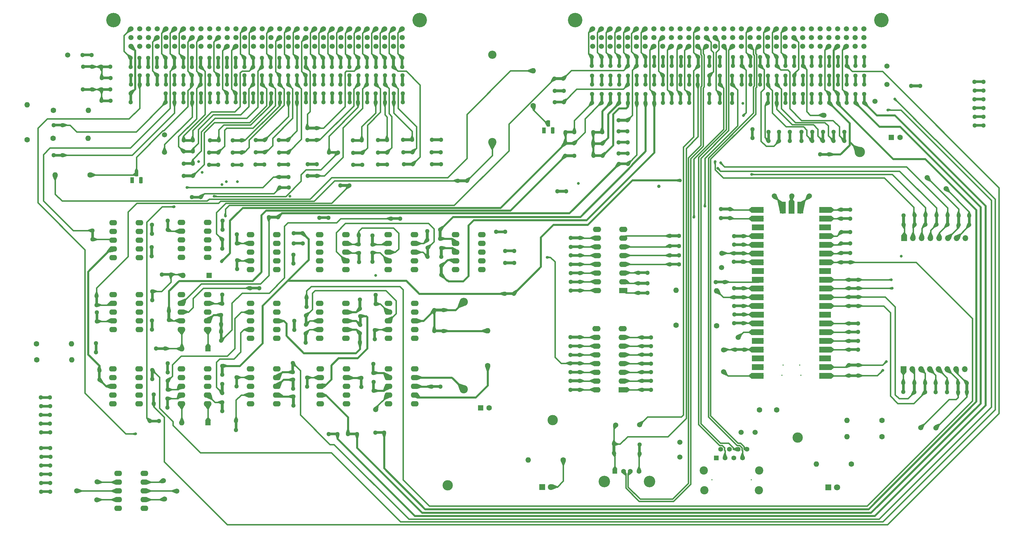
<source format=gbr>
%TF.GenerationSoftware,KiCad,Pcbnew,7.0.5*%
%TF.CreationDate,2023-10-26T11:03:56-04:00*%
%TF.ProjectId,selftest_bd,73656c66-7465-4737-945f-62642e6b6963,2.0*%
%TF.SameCoordinates,Original*%
%TF.FileFunction,Copper,L1,Top*%
%TF.FilePolarity,Positive*%
%FSLAX46Y46*%
G04 Gerber Fmt 4.6, Leading zero omitted, Abs format (unit mm)*
G04 Created by KiCad (PCBNEW 7.0.5) date 2023-10-26 11:03:56*
%MOMM*%
%LPD*%
G01*
G04 APERTURE LIST*
G04 Aperture macros list*
%AMRoundRect*
0 Rectangle with rounded corners*
0 $1 Rounding radius*
0 $2 $3 $4 $5 $6 $7 $8 $9 X,Y pos of 4 corners*
0 Add a 4 corners polygon primitive as box body*
4,1,4,$2,$3,$4,$5,$6,$7,$8,$9,$2,$3,0*
0 Add four circle primitives for the rounded corners*
1,1,$1+$1,$2,$3*
1,1,$1+$1,$4,$5*
1,1,$1+$1,$6,$7*
1,1,$1+$1,$8,$9*
0 Add four rect primitives between the rounded corners*
20,1,$1+$1,$2,$3,$4,$5,0*
20,1,$1+$1,$4,$5,$6,$7,0*
20,1,$1+$1,$6,$7,$8,$9,0*
20,1,$1+$1,$8,$9,$2,$3,0*%
G04 Aperture macros list end*
%TA.AperFunction,ComponentPad*%
%ADD10C,1.300000*%
%TD*%
%TA.AperFunction,ComponentPad*%
%ADD11C,1.500000*%
%TD*%
%TA.AperFunction,ComponentPad*%
%ADD12R,1.800000X1.800000*%
%TD*%
%TA.AperFunction,ComponentPad*%
%ADD13C,1.800000*%
%TD*%
%TA.AperFunction,ComponentPad*%
%ADD14O,2.300000X1.600000*%
%TD*%
%TA.AperFunction,ComponentPad*%
%ADD15R,1.600000X1.600000*%
%TD*%
%TA.AperFunction,ComponentPad*%
%ADD16O,1.600000X1.600000*%
%TD*%
%TA.AperFunction,ComponentPad*%
%ADD17R,1.408000X1.408000*%
%TD*%
%TA.AperFunction,ComponentPad*%
%ADD18C,1.408000*%
%TD*%
%TA.AperFunction,ComponentPad*%
%ADD19C,2.400000*%
%TD*%
%TA.AperFunction,ComponentPad*%
%ADD20C,4.200000*%
%TD*%
%TA.AperFunction,ComponentPad*%
%ADD21C,1.600000*%
%TD*%
%TA.AperFunction,ComponentPad*%
%ADD22R,1.100000X1.800000*%
%TD*%
%TA.AperFunction,ComponentPad*%
%ADD23RoundRect,0.275000X-0.275000X-0.625000X0.275000X-0.625000X0.275000X0.625000X-0.275000X0.625000X0*%
%TD*%
%TA.AperFunction,ComponentPad*%
%ADD24R,2.400000X1.600000*%
%TD*%
%TA.AperFunction,ComponentPad*%
%ADD25O,2.400000X1.600000*%
%TD*%
%TA.AperFunction,ComponentPad*%
%ADD26O,2.400000X2.400000*%
%TD*%
%TA.AperFunction,ComponentPad*%
%ADD27C,3.000000*%
%TD*%
%TA.AperFunction,ComponentPad*%
%ADD28R,1.428000X1.428000*%
%TD*%
%TA.AperFunction,ComponentPad*%
%ADD29C,1.428000*%
%TD*%
%TA.AperFunction,ComponentPad*%
%ADD30C,3.346000*%
%TD*%
%TA.AperFunction,ComponentPad*%
%ADD31R,1.700000X1.700000*%
%TD*%
%TA.AperFunction,ComponentPad*%
%ADD32O,1.700000X1.700000*%
%TD*%
%TA.AperFunction,SMDPad,CuDef*%
%ADD33R,3.500000X1.700000*%
%TD*%
%TA.AperFunction,SMDPad,CuDef*%
%ADD34R,1.700000X3.500000*%
%TD*%
%TA.AperFunction,ViaPad*%
%ADD35C,0.800000*%
%TD*%
%TA.AperFunction,ViaPad*%
%ADD36C,1.000000*%
%TD*%
%TA.AperFunction,Conductor*%
%ADD37C,0.400000*%
%TD*%
%TA.AperFunction,Conductor*%
%ADD38C,0.600000*%
%TD*%
%ADD39C,0.350000*%
G04 APERTURE END LIST*
%TA.AperFunction,EtchedComponent*%
%TO.C,NT78*%
G36*
X269966200Y-74147200D02*
G01*
X269174200Y-74147200D01*
X269174200Y-71547200D01*
X269966200Y-71547200D01*
X269966200Y-74147200D01*
G37*
%TD.AperFunction*%
%TA.AperFunction,EtchedComponent*%
%TO.C,NT113*%
G36*
X156072600Y-63678665D02*
G01*
X155280600Y-63678665D01*
X155280600Y-61078665D01*
X156072600Y-61078665D01*
X156072600Y-63678665D01*
G37*
%TD.AperFunction*%
%TA.AperFunction,EtchedComponent*%
%TO.C,NT188*%
G36*
X128185600Y-73978665D02*
G01*
X127393600Y-73978665D01*
X127393600Y-71378665D01*
X128185600Y-71378665D01*
X128185600Y-73978665D01*
G37*
%TD.AperFunction*%
%TA.AperFunction,EtchedComponent*%
%TO.C,NT70*%
G36*
X308066200Y-74147200D02*
G01*
X307274200Y-74147200D01*
X307274200Y-71547200D01*
X308066200Y-71547200D01*
X308066200Y-74147200D01*
G37*
%TD.AperFunction*%
%TA.AperFunction,EtchedComponent*%
%TO.C,NT40*%
G36*
X302986200Y-68813200D02*
G01*
X302194200Y-68813200D01*
X302194200Y-66213200D01*
X302986200Y-66213200D01*
X302986200Y-68813200D01*
G37*
%TD.AperFunction*%
%TA.AperFunction,EtchedComponent*%
%TO.C,NT337*%
G36*
X189289600Y-92374665D02*
G01*
X186689600Y-92374665D01*
X186689600Y-91582665D01*
X189289600Y-91582665D01*
X189289600Y-92374665D01*
G37*
%TD.AperFunction*%
%TA.AperFunction,EtchedComponent*%
%TO.C,NT296*%
G36*
X318516000Y-146288200D02*
G01*
X315916000Y-146288200D01*
X315916000Y-145496200D01*
X318516000Y-145496200D01*
X318516000Y-146288200D01*
G37*
%TD.AperFunction*%
%TA.AperFunction,EtchedComponent*%
%TO.C,NT187*%
G36*
X130785600Y-73978665D02*
G01*
X129993600Y-73978665D01*
X129993600Y-71378665D01*
X130785600Y-71378665D01*
X130785600Y-73978665D01*
G37*
%TD.AperFunction*%
%TA.AperFunction,EtchedComponent*%
%TO.C,NT4*%
G36*
X313146200Y-63394065D02*
G01*
X312354200Y-63394065D01*
X312354200Y-60794065D01*
X313146200Y-60794065D01*
X313146200Y-63394065D01*
G37*
%TD.AperFunction*%
%TA.AperFunction,EtchedComponent*%
%TO.C,NT115*%
G36*
X150991187Y-63678665D02*
G01*
X150199187Y-63678665D01*
X150199187Y-61078665D01*
X150991187Y-61078665D01*
X150991187Y-63678665D01*
G37*
%TD.AperFunction*%
%TA.AperFunction,EtchedComponent*%
%TO.C,NT162*%
G36*
X112785600Y-68778665D02*
G01*
X111993600Y-68778665D01*
X111993600Y-66178665D01*
X112785600Y-66178665D01*
X112785600Y-68778665D01*
G37*
%TD.AperFunction*%
%TA.AperFunction,EtchedComponent*%
%TO.C,NT74*%
G36*
X297906200Y-74147200D02*
G01*
X297114200Y-74147200D01*
X297114200Y-71547200D01*
X297906200Y-71547200D01*
X297906200Y-74147200D01*
G37*
%TD.AperFunction*%
%TA.AperFunction,EtchedComponent*%
%TO.C,NT276*%
G36*
X266547600Y-121492800D02*
G01*
X263947600Y-121492800D01*
X263947600Y-120700800D01*
X266547600Y-120700800D01*
X266547600Y-121492800D01*
G37*
%TD.AperFunction*%
%TA.AperFunction,EtchedComponent*%
%TO.C,NT361*%
G36*
X138648200Y-114990400D02*
G01*
X137856200Y-114990400D01*
X137856200Y-112390400D01*
X138648200Y-112390400D01*
X138648200Y-114990400D01*
G37*
%TD.AperFunction*%
%TA.AperFunction,EtchedComponent*%
%TO.C,NT374*%
G36*
X251667800Y-86002065D02*
G01*
X249067800Y-86002065D01*
X249067800Y-85210065D01*
X251667800Y-85210065D01*
X251667800Y-86002065D01*
G37*
%TD.AperFunction*%
%TA.AperFunction,EtchedComponent*%
%TO.C,NT237*%
G36*
X174341200Y-143756200D02*
G01*
X173549200Y-143756200D01*
X173549200Y-141156200D01*
X174341200Y-141156200D01*
X174341200Y-143756200D01*
G37*
%TD.AperFunction*%
%TA.AperFunction,EtchedComponent*%
%TO.C,NT401*%
G36*
X134054200Y-138428400D02*
G01*
X133262200Y-138428400D01*
X133262200Y-135828400D01*
X134054200Y-135828400D01*
X134054200Y-138428400D01*
G37*
%TD.AperFunction*%
%TA.AperFunction,EtchedComponent*%
%TO.C,NT239*%
G36*
X185602400Y-108193600D02*
G01*
X183002400Y-108193600D01*
X183002400Y-107401600D01*
X185602400Y-107401600D01*
X185602400Y-108193600D01*
G37*
%TD.AperFunction*%
%TA.AperFunction,EtchedComponent*%
%TO.C,NT260*%
G36*
X311867200Y-85214065D02*
G01*
X311075200Y-85214065D01*
X311075200Y-82614065D01*
X311867200Y-82614065D01*
X311867200Y-85214065D01*
G37*
%TD.AperFunction*%
%TA.AperFunction,EtchedComponent*%
%TO.C,NT130*%
G36*
X112870022Y-63678665D02*
G01*
X112078022Y-63678665D01*
X112078022Y-61078665D01*
X112870022Y-61078665D01*
X112870022Y-63678665D01*
G37*
%TD.AperFunction*%
%TA.AperFunction,EtchedComponent*%
%TO.C,NT125*%
G36*
X125577077Y-63678665D02*
G01*
X124785077Y-63678665D01*
X124785077Y-61078665D01*
X125577077Y-61078665D01*
X125577077Y-63678665D01*
G37*
%TD.AperFunction*%
%TA.AperFunction,EtchedComponent*%
%TO.C,NT62*%
G36*
X247106200Y-68813200D02*
G01*
X246314200Y-68813200D01*
X246314200Y-66213200D01*
X247106200Y-66213200D01*
X247106200Y-68813200D01*
G37*
%TD.AperFunction*%
%TA.AperFunction,EtchedComponent*%
%TO.C,NT61*%
G36*
X249646200Y-68813200D02*
G01*
X248854200Y-68813200D01*
X248854200Y-66213200D01*
X249646200Y-66213200D01*
X249646200Y-68813200D01*
G37*
%TD.AperFunction*%
%TA.AperFunction,EtchedComponent*%
%TO.C,NT145*%
G36*
X156077005Y-68778665D02*
G01*
X155285005Y-68778665D01*
X155285005Y-66178665D01*
X156077005Y-66178665D01*
X156077005Y-68778665D01*
G37*
%TD.AperFunction*%
%TA.AperFunction,EtchedComponent*%
%TO.C,NT320*%
G36*
X279811000Y-126634000D02*
G01*
X277211000Y-126634000D01*
X277211000Y-125842000D01*
X279811000Y-125842000D01*
X279811000Y-126634000D01*
G37*
%TD.AperFunction*%
%TA.AperFunction,EtchedComponent*%
%TO.C,NT19*%
G36*
X275808200Y-63394065D02*
G01*
X275016200Y-63394065D01*
X275016200Y-60794065D01*
X275808200Y-60794065D01*
X275808200Y-63394065D01*
G37*
%TD.AperFunction*%
%TA.AperFunction,EtchedComponent*%
%TO.C,NT229*%
G36*
X96169600Y-64004665D02*
G01*
X93569600Y-64004665D01*
X93569600Y-63212665D01*
X96169600Y-63212665D01*
X96169600Y-64004665D01*
G37*
%TD.AperFunction*%
%TA.AperFunction,EtchedComponent*%
%TO.C,NT268*%
G36*
X257382800Y-123941600D02*
G01*
X254782800Y-123941600D01*
X254782800Y-123149600D01*
X257382800Y-123149600D01*
X257382800Y-123941600D01*
G37*
%TD.AperFunction*%
%TA.AperFunction,EtchedComponent*%
%TO.C,NT87*%
G36*
X247057200Y-74147200D02*
G01*
X246265200Y-74147200D01*
X246265200Y-71547200D01*
X247057200Y-71547200D01*
X247057200Y-74147200D01*
G37*
%TD.AperFunction*%
%TA.AperFunction,EtchedComponent*%
%TO.C,NT396*%
G36*
X335346600Y-109504000D02*
G01*
X334554600Y-109504000D01*
X334554600Y-106904000D01*
X335346600Y-106904000D01*
X335346600Y-109504000D01*
G37*
%TD.AperFunction*%
%TA.AperFunction,EtchedComponent*%
%TO.C,NT336*%
G36*
X251718600Y-92275865D02*
G01*
X249118600Y-92275865D01*
X249118600Y-91483865D01*
X251718600Y-91483865D01*
X251718600Y-92275865D01*
G37*
%TD.AperFunction*%
%TA.AperFunction,EtchedComponent*%
%TO.C,NT36*%
G36*
X313146200Y-68813200D02*
G01*
X312354200Y-68813200D01*
X312354200Y-66213200D01*
X313146200Y-66213200D01*
X313146200Y-68813200D01*
G37*
%TD.AperFunction*%
%TA.AperFunction,EtchedComponent*%
%TO.C,NT63*%
G36*
X244557200Y-68813200D02*
G01*
X243765200Y-68813200D01*
X243765200Y-66213200D01*
X244557200Y-66213200D01*
X244557200Y-68813200D01*
G37*
%TD.AperFunction*%
%TA.AperFunction,EtchedComponent*%
%TO.C,NT331*%
G36*
X181789600Y-85374665D02*
G01*
X179189600Y-85374665D01*
X179189600Y-84582665D01*
X181789600Y-84582665D01*
X181789600Y-85374665D01*
G37*
%TD.AperFunction*%
%TA.AperFunction,EtchedComponent*%
%TO.C,NT126*%
G36*
X123075600Y-63678665D02*
G01*
X122283600Y-63678665D01*
X122283600Y-61078665D01*
X123075600Y-61078665D01*
X123075600Y-63678665D01*
G37*
%TD.AperFunction*%
%TA.AperFunction,EtchedComponent*%
%TO.C,NT215*%
G36*
X197968200Y-118951800D02*
G01*
X197176200Y-118951800D01*
X197176200Y-116351800D01*
X197968200Y-116351800D01*
X197968200Y-118951800D01*
G37*
%TD.AperFunction*%
%TA.AperFunction,EtchedComponent*%
%TO.C,NT315*%
G36*
X285187210Y-118289210D02*
G01*
X282587210Y-118289210D01*
X282587210Y-117497210D01*
X285187210Y-117497210D01*
X285187210Y-118289210D01*
G37*
%TD.AperFunction*%
%TA.AperFunction,EtchedComponent*%
%TO.C,NT335*%
G36*
X153269600Y-99184665D02*
G01*
X150669600Y-99184665D01*
X150669600Y-98392665D01*
X153269600Y-98392665D01*
X153269600Y-99184665D01*
G37*
%TD.AperFunction*%
%TA.AperFunction,EtchedComponent*%
%TO.C,NT5*%
G36*
X310606200Y-63394065D02*
G01*
X309814200Y-63394065D01*
X309814200Y-60794065D01*
X310606200Y-60794065D01*
X310606200Y-63394065D01*
G37*
%TD.AperFunction*%
%TA.AperFunction,EtchedComponent*%
%TO.C,NT55*%
G36*
X264886200Y-68813200D02*
G01*
X264094200Y-68813200D01*
X264094200Y-66213200D01*
X264886200Y-66213200D01*
X264886200Y-68813200D01*
G37*
%TD.AperFunction*%
%TA.AperFunction,EtchedComponent*%
%TO.C,NT417*%
G36*
X118563600Y-111040600D02*
G01*
X117771600Y-111040600D01*
X117771600Y-108440600D01*
X118563600Y-108440600D01*
X118563600Y-111040600D01*
G37*
%TD.AperFunction*%
%TA.AperFunction,EtchedComponent*%
%TO.C,NT386*%
G36*
X347993800Y-158275000D02*
G01*
X347201800Y-158275000D01*
X347201800Y-155675000D01*
X347993800Y-155675000D01*
X347993800Y-158275000D01*
G37*
%TD.AperFunction*%
%TA.AperFunction,EtchedComponent*%
%TO.C,NT122*%
G36*
X133201310Y-63678665D02*
G01*
X132409310Y-63678665D01*
X132409310Y-61078665D01*
X133201310Y-61078665D01*
X133201310Y-63678665D01*
G37*
%TD.AperFunction*%
%TA.AperFunction,EtchedComponent*%
%TO.C,NT291*%
G36*
X237788600Y-116407800D02*
G01*
X235188600Y-116407800D01*
X235188600Y-115615800D01*
X237788600Y-115615800D01*
X237788600Y-116407800D01*
G37*
%TD.AperFunction*%
%TA.AperFunction,EtchedComponent*%
%TO.C,NT269*%
G36*
X266547600Y-118922800D02*
G01*
X263947600Y-118922800D01*
X263947600Y-118130800D01*
X266547600Y-118130800D01*
X266547600Y-118922800D01*
G37*
%TD.AperFunction*%
%TA.AperFunction,EtchedComponent*%
%TO.C,NT403*%
G36*
X118887000Y-137317000D02*
G01*
X118095000Y-137317000D01*
X118095000Y-134717000D01*
X118887000Y-134717000D01*
X118887000Y-137317000D01*
G37*
%TD.AperFunction*%
%TA.AperFunction,EtchedComponent*%
%TO.C,NT137*%
G36*
X176392600Y-68778665D02*
G01*
X175600600Y-68778665D01*
X175600600Y-66178665D01*
X176392600Y-66178665D01*
X176392600Y-68778665D01*
G37*
%TD.AperFunction*%
%TA.AperFunction,EtchedComponent*%
%TO.C,NT117*%
G36*
X145908365Y-63678665D02*
G01*
X145116365Y-63678665D01*
X145116365Y-61078665D01*
X145908365Y-61078665D01*
X145908365Y-63678665D01*
G37*
%TD.AperFunction*%
%TA.AperFunction,EtchedComponent*%
%TO.C,NT302*%
G36*
X316287210Y-108189210D02*
G01*
X313687210Y-108189210D01*
X313687210Y-107397210D01*
X316287210Y-107397210D01*
X316287210Y-108189210D01*
G37*
%TD.AperFunction*%
%TA.AperFunction,EtchedComponent*%
%TO.C,NT333*%
G36*
X161389600Y-95774665D02*
G01*
X158789600Y-95774665D01*
X158789600Y-94982665D01*
X161389600Y-94982665D01*
X161389600Y-95774665D01*
G37*
%TD.AperFunction*%
%TA.AperFunction,EtchedComponent*%
%TO.C,NT283*%
G36*
X237788600Y-118907800D02*
G01*
X235188600Y-118907800D01*
X235188600Y-118115800D01*
X237788600Y-118115800D01*
X237788600Y-118907800D01*
G37*
%TD.AperFunction*%
%TA.AperFunction,EtchedComponent*%
%TO.C,NT102*%
G36*
X184085600Y-63678665D02*
G01*
X183293600Y-63678665D01*
X183293600Y-61078665D01*
X184085600Y-61078665D01*
X184085600Y-63678665D01*
G37*
%TD.AperFunction*%
%TA.AperFunction,EtchedComponent*%
%TO.C,NT319*%
G36*
X285187210Y-131089210D02*
G01*
X282587210Y-131089210D01*
X282587210Y-130297210D01*
X285187210Y-130297210D01*
X285187210Y-131089210D01*
G37*
%TD.AperFunction*%
%TA.AperFunction,EtchedComponent*%
%TO.C,NT116*%
G36*
X148449776Y-63678665D02*
G01*
X147657776Y-63678665D01*
X147657776Y-61078665D01*
X148449776Y-61078665D01*
X148449776Y-63678665D01*
G37*
%TD.AperFunction*%
%TA.AperFunction,EtchedComponent*%
%TO.C,NT1*%
G36*
X320766200Y-63394065D02*
G01*
X319974200Y-63394065D01*
X319974200Y-60794065D01*
X320766200Y-60794065D01*
X320766200Y-63394065D01*
G37*
%TD.AperFunction*%
%TA.AperFunction,EtchedComponent*%
%TO.C,NT329*%
G36*
X181789600Y-92474665D02*
G01*
X179189600Y-92474665D01*
X179189600Y-91682665D01*
X181789600Y-91682665D01*
X181789600Y-92474665D01*
G37*
%TD.AperFunction*%
%TA.AperFunction,EtchedComponent*%
%TO.C,NT238*%
G36*
X174341200Y-133956200D02*
G01*
X173549200Y-133956200D01*
X173549200Y-131356200D01*
X174341200Y-131356200D01*
X174341200Y-133956200D01*
G37*
%TD.AperFunction*%
%TA.AperFunction,EtchedComponent*%
%TO.C,NT325*%
G36*
X153199600Y-96104665D02*
G01*
X150599600Y-96104665D01*
X150599600Y-95312665D01*
X153199600Y-95312665D01*
X153199600Y-96104665D01*
G37*
%TD.AperFunction*%
%TA.AperFunction,EtchedComponent*%
%TO.C,NT128*%
G36*
X117952844Y-63678665D02*
G01*
X117160844Y-63678665D01*
X117160844Y-61078665D01*
X117952844Y-61078665D01*
X117952844Y-63678665D01*
G37*
%TD.AperFunction*%
%TA.AperFunction,EtchedComponent*%
%TO.C,NT21*%
G36*
X269966200Y-63394065D02*
G01*
X269174200Y-63394065D01*
X269174200Y-60794065D01*
X269966200Y-60794065D01*
X269966200Y-63394065D01*
G37*
%TD.AperFunction*%
%TA.AperFunction,EtchedComponent*%
%TO.C,NT342*%
G36*
X174489600Y-85474665D02*
G01*
X171889600Y-85474665D01*
X171889600Y-84682665D01*
X174489600Y-84682665D01*
X174489600Y-85474665D01*
G37*
%TD.AperFunction*%
%TA.AperFunction,EtchedComponent*%
%TO.C,NT221*%
G36*
X198125600Y-134801400D02*
G01*
X195525600Y-134801400D01*
X195525600Y-134009400D01*
X198125600Y-134009400D01*
X198125600Y-134801400D01*
G37*
%TD.AperFunction*%
%TA.AperFunction,EtchedComponent*%
%TO.C,NT140*%
G36*
X168685600Y-68778665D02*
G01*
X167893600Y-68778665D01*
X167893600Y-66178665D01*
X168685600Y-66178665D01*
X168685600Y-68778665D01*
G37*
%TD.AperFunction*%
%TA.AperFunction,EtchedComponent*%
%TO.C,NT73*%
G36*
X300446200Y-74147200D02*
G01*
X299654200Y-74147200D01*
X299654200Y-71547200D01*
X300446200Y-71547200D01*
X300446200Y-74147200D01*
G37*
%TD.AperFunction*%
%TA.AperFunction,EtchedComponent*%
%TO.C,NT81*%
G36*
X262346200Y-74147200D02*
G01*
X261554200Y-74147200D01*
X261554200Y-71547200D01*
X262346200Y-71547200D01*
X262346200Y-74147200D01*
G37*
%TD.AperFunction*%
%TA.AperFunction,EtchedComponent*%
%TO.C,NT124*%
G36*
X128118488Y-63678665D02*
G01*
X127326488Y-63678665D01*
X127326488Y-61078665D01*
X128118488Y-61078665D01*
X128118488Y-63678665D01*
G37*
%TD.AperFunction*%
%TA.AperFunction,EtchedComponent*%
%TO.C,NT198*%
G36*
X354939600Y-76011800D02*
G01*
X352339600Y-76011800D01*
X352339600Y-75219800D01*
X354939600Y-75219800D01*
X354939600Y-76011800D01*
G37*
%TD.AperFunction*%
%TA.AperFunction,EtchedComponent*%
%TO.C,NT196*%
G36*
X354999600Y-70931800D02*
G01*
X352399600Y-70931800D01*
X352399600Y-70139800D01*
X354999600Y-70139800D01*
X354999600Y-70931800D01*
G37*
%TD.AperFunction*%
%TA.AperFunction,EtchedComponent*%
%TO.C,NT158*%
G36*
X123085600Y-68778665D02*
G01*
X122293600Y-68778665D01*
X122293600Y-66178665D01*
X123085600Y-66178665D01*
X123085600Y-68778665D01*
G37*
%TD.AperFunction*%
%TA.AperFunction,EtchedComponent*%
%TO.C,NT383*%
G36*
X236173800Y-89913665D02*
G01*
X233573800Y-89913665D01*
X233573800Y-89121665D01*
X236173800Y-89121665D01*
X236173800Y-89913665D01*
G37*
%TD.AperFunction*%
%TA.AperFunction,EtchedComponent*%
%TO.C,NT99*%
G36*
X84027800Y-185054000D02*
G01*
X81427800Y-185054000D01*
X81427800Y-184262000D01*
X84027800Y-184262000D01*
X84027800Y-185054000D01*
G37*
%TD.AperFunction*%
%TA.AperFunction,EtchedComponent*%
%TO.C,NT66*%
G36*
X318226200Y-74147200D02*
G01*
X317434200Y-74147200D01*
X317434200Y-71547200D01*
X318226200Y-71547200D01*
X318226200Y-74147200D01*
G37*
%TD.AperFunction*%
%TA.AperFunction,EtchedComponent*%
%TO.C,NT20*%
G36*
X272557000Y-63426265D02*
G01*
X271765000Y-63426265D01*
X271765000Y-60826265D01*
X272557000Y-60826265D01*
X272557000Y-63426265D01*
G37*
%TD.AperFunction*%
%TA.AperFunction,EtchedComponent*%
%TO.C,NT264*%
G36*
X115595200Y-167102200D02*
G01*
X112995200Y-167102200D01*
X112995200Y-166310200D01*
X115595200Y-166310200D01*
X115595200Y-167102200D01*
G37*
%TD.AperFunction*%
%TA.AperFunction,EtchedComponent*%
%TO.C,NT141*%
G36*
X166232600Y-68778665D02*
G01*
X165440600Y-68778665D01*
X165440600Y-66178665D01*
X166232600Y-66178665D01*
X166232600Y-68778665D01*
G37*
%TD.AperFunction*%
%TA.AperFunction,EtchedComponent*%
%TO.C,NT75*%
G36*
X295366200Y-74147200D02*
G01*
X294574200Y-74147200D01*
X294574200Y-71547200D01*
X295366200Y-71547200D01*
X295366200Y-74147200D01*
G37*
%TD.AperFunction*%
%TA.AperFunction,EtchedComponent*%
%TO.C,NT249*%
G36*
X118506000Y-157560800D02*
G01*
X117714000Y-157560800D01*
X117714000Y-154960800D01*
X118506000Y-154960800D01*
X118506000Y-157560800D01*
G37*
%TD.AperFunction*%
%TA.AperFunction,EtchedComponent*%
%TO.C,NT67*%
G36*
X315686200Y-74147200D02*
G01*
X314894200Y-74147200D01*
X314894200Y-71547200D01*
X315686200Y-71547200D01*
X315686200Y-74147200D01*
G37*
%TD.AperFunction*%
%TA.AperFunction,EtchedComponent*%
%TO.C,NT150*%
G36*
X143382530Y-68778665D02*
G01*
X142590530Y-68778665D01*
X142590530Y-66178665D01*
X143382530Y-66178665D01*
X143382530Y-68778665D01*
G37*
%TD.AperFunction*%
%TA.AperFunction,EtchedComponent*%
%TO.C,NT163*%
G36*
X110376895Y-68778665D02*
G01*
X109584895Y-68778665D01*
X109584895Y-66178665D01*
X110376895Y-66178665D01*
X110376895Y-68778665D01*
G37*
%TD.AperFunction*%
%TA.AperFunction,EtchedComponent*%
%TO.C,NT54*%
G36*
X267426200Y-68813200D02*
G01*
X266634200Y-68813200D01*
X266634200Y-66213200D01*
X267426200Y-66213200D01*
X267426200Y-68813200D01*
G37*
%TD.AperFunction*%
%TA.AperFunction,EtchedComponent*%
%TO.C,NT371*%
G36*
X157281400Y-112460800D02*
G01*
X154681400Y-112460800D01*
X154681400Y-111668800D01*
X157281400Y-111668800D01*
X157281400Y-112460800D01*
G37*
%TD.AperFunction*%
%TA.AperFunction,EtchedComponent*%
%TO.C,NT82*%
G36*
X259806200Y-74147200D02*
G01*
X259014200Y-74147200D01*
X259014200Y-71547200D01*
X259806200Y-71547200D01*
X259806200Y-74147200D01*
G37*
%TD.AperFunction*%
%TA.AperFunction,EtchedComponent*%
%TO.C,NT109*%
G36*
X166232600Y-63678665D02*
G01*
X165440600Y-63678665D01*
X165440600Y-61078665D01*
X166232600Y-61078665D01*
X166232600Y-63678665D01*
G37*
%TD.AperFunction*%
%TA.AperFunction,EtchedComponent*%
%TO.C,NT152*%
G36*
X138292600Y-68778665D02*
G01*
X137500600Y-68778665D01*
X137500600Y-66178665D01*
X138292600Y-66178665D01*
X138292600Y-68778665D01*
G37*
%TD.AperFunction*%
%TA.AperFunction,EtchedComponent*%
%TO.C,NT197*%
G36*
X354939600Y-73471800D02*
G01*
X352339600Y-73471800D01*
X352339600Y-72679800D01*
X354939600Y-72679800D01*
X354939600Y-73471800D01*
G37*
%TD.AperFunction*%
%TA.AperFunction,EtchedComponent*%
%TO.C,NT132*%
G36*
X107825600Y-63678665D02*
G01*
X107033600Y-63678665D01*
X107033600Y-61078665D01*
X107825600Y-61078665D01*
X107825600Y-63678665D01*
G37*
%TD.AperFunction*%
%TA.AperFunction,EtchedComponent*%
%TO.C,NT310*%
G36*
X316287210Y-105589210D02*
G01*
X313687210Y-105589210D01*
X313687210Y-104797210D01*
X316287210Y-104797210D01*
X316287210Y-105589210D01*
G37*
%TD.AperFunction*%
%TA.AperFunction,EtchedComponent*%
%TO.C,NT324*%
G36*
X285267000Y-136099000D02*
G01*
X282667000Y-136099000D01*
X282667000Y-135307000D01*
X285267000Y-135307000D01*
X285267000Y-136099000D01*
G37*
%TD.AperFunction*%
%TA.AperFunction,EtchedComponent*%
%TO.C,NT85*%
G36*
X252186200Y-74147200D02*
G01*
X251394200Y-74147200D01*
X251394200Y-71547200D01*
X252186200Y-71547200D01*
X252186200Y-74147200D01*
G37*
%TD.AperFunction*%
%TA.AperFunction,EtchedComponent*%
%TO.C,NT96*%
G36*
X84087800Y-177434000D02*
G01*
X81487800Y-177434000D01*
X81487800Y-176642000D01*
X84087800Y-176642000D01*
X84087800Y-177434000D01*
G37*
%TD.AperFunction*%
%TA.AperFunction,EtchedComponent*%
%TO.C,NT364*%
G36*
X146289600Y-88874665D02*
G01*
X143689600Y-88874665D01*
X143689600Y-88082665D01*
X146289600Y-88082665D01*
X146289600Y-88874665D01*
G37*
%TD.AperFunction*%
%TA.AperFunction,EtchedComponent*%
%TO.C,NT411*%
G36*
X101479600Y-64044665D02*
G01*
X98879600Y-64044665D01*
X98879600Y-63252665D01*
X101479600Y-63252665D01*
X101479600Y-64044665D01*
G37*
%TD.AperFunction*%
%TA.AperFunction,EtchedComponent*%
%TO.C,NT155*%
G36*
X130688055Y-68778665D02*
G01*
X129896055Y-68778665D01*
X129896055Y-66178665D01*
X130688055Y-66178665D01*
X130688055Y-68778665D01*
G37*
%TD.AperFunction*%
%TA.AperFunction,EtchedComponent*%
%TO.C,NT194*%
G36*
X107812600Y-73978665D02*
G01*
X107020600Y-73978665D01*
X107020600Y-71378665D01*
X107812600Y-71378665D01*
X107812600Y-73978665D01*
G37*
%TD.AperFunction*%
%TA.AperFunction,EtchedComponent*%
%TO.C,NT266*%
G36*
X233837000Y-100268800D02*
G01*
X231237000Y-100268800D01*
X231237000Y-99476800D01*
X233837000Y-99476800D01*
X233837000Y-100268800D01*
G37*
%TD.AperFunction*%
%TA.AperFunction,EtchedComponent*%
%TO.C,NT397*%
G36*
X341746600Y-109504000D02*
G01*
X340954600Y-109504000D01*
X340954600Y-106904000D01*
X341746600Y-106904000D01*
X341746600Y-109504000D01*
G37*
%TD.AperFunction*%
%TA.AperFunction,EtchedComponent*%
%TO.C,NT382*%
G36*
X232991200Y-67490065D02*
G01*
X230391200Y-67490065D01*
X230391200Y-66698065D01*
X232991200Y-66698065D01*
X232991200Y-67490065D01*
G37*
%TD.AperFunction*%
%TA.AperFunction,EtchedComponent*%
%TO.C,NT53*%
G36*
X269966200Y-68813200D02*
G01*
X269174200Y-68813200D01*
X269174200Y-66213200D01*
X269966200Y-66213200D01*
X269966200Y-68813200D01*
G37*
%TD.AperFunction*%
%TA.AperFunction,EtchedComponent*%
%TO.C,NT23*%
G36*
X264886200Y-63394065D02*
G01*
X264094200Y-63394065D01*
X264094200Y-60794065D01*
X264886200Y-60794065D01*
X264886200Y-63394065D01*
G37*
%TD.AperFunction*%
%TA.AperFunction,EtchedComponent*%
%TO.C,NT385*%
G36*
X341493800Y-158275000D02*
G01*
X340701800Y-158275000D01*
X340701800Y-155675000D01*
X341493800Y-155675000D01*
X341493800Y-158275000D01*
G37*
%TD.AperFunction*%
%TA.AperFunction,EtchedComponent*%
%TO.C,NT91*%
G36*
X84002400Y-162778200D02*
G01*
X81402400Y-162778200D01*
X81402400Y-161986200D01*
X84002400Y-161986200D01*
X84002400Y-162778200D01*
G37*
%TD.AperFunction*%
%TA.AperFunction,EtchedComponent*%
%TO.C,NT272*%
G36*
X258466200Y-152877600D02*
G01*
X255866200Y-152877600D01*
X255866200Y-152085600D01*
X258466200Y-152085600D01*
X258466200Y-152877600D01*
G37*
%TD.AperFunction*%
%TA.AperFunction,EtchedComponent*%
%TO.C,NT64*%
G36*
X241757200Y-68813200D02*
G01*
X240965200Y-68813200D01*
X240965200Y-66213200D01*
X241757200Y-66213200D01*
X241757200Y-68813200D01*
G37*
%TD.AperFunction*%
%TA.AperFunction,EtchedComponent*%
%TO.C,NT344*%
G36*
X161289600Y-85374665D02*
G01*
X158689600Y-85374665D01*
X158689600Y-84582665D01*
X161289600Y-84582665D01*
X161289600Y-85374665D01*
G37*
%TD.AperFunction*%
%TA.AperFunction,EtchedComponent*%
%TO.C,NT8*%
G36*
X302986200Y-63394065D02*
G01*
X302194200Y-63394065D01*
X302194200Y-60794065D01*
X302986200Y-60794065D01*
X302986200Y-63394065D01*
G37*
%TD.AperFunction*%
%TA.AperFunction,EtchedComponent*%
%TO.C,NT357*%
G36*
X244261200Y-86400065D02*
G01*
X241661200Y-86400065D01*
X241661200Y-85608065D01*
X244261200Y-85608065D01*
X244261200Y-86400065D01*
G37*
%TD.AperFunction*%
%TA.AperFunction,EtchedComponent*%
%TO.C,NT25*%
G36*
X259806200Y-63394065D02*
G01*
X259014200Y-63394065D01*
X259014200Y-60794065D01*
X259806200Y-60794065D01*
X259806200Y-63394065D01*
G37*
%TD.AperFunction*%
%TA.AperFunction,EtchedComponent*%
%TO.C,NT119*%
G36*
X140825543Y-63678665D02*
G01*
X140033543Y-63678665D01*
X140033543Y-61078665D01*
X140825543Y-61078665D01*
X140825543Y-63678665D01*
G37*
%TD.AperFunction*%
%TA.AperFunction,EtchedComponent*%
%TO.C,NT339*%
G36*
X189089600Y-85274665D02*
G01*
X186489600Y-85274665D01*
X186489600Y-84482665D01*
X189089600Y-84482665D01*
X189089600Y-85274665D01*
G37*
%TD.AperFunction*%
%TA.AperFunction,EtchedComponent*%
%TO.C,NT147*%
G36*
X150999215Y-68778665D02*
G01*
X150207215Y-68778665D01*
X150207215Y-66178665D01*
X150999215Y-66178665D01*
X150999215Y-68778665D01*
G37*
%TD.AperFunction*%
%TA.AperFunction,EtchedComponent*%
%TO.C,NT400*%
G36*
X310113200Y-89524600D02*
G01*
X307513200Y-89524600D01*
X307513200Y-88732600D01*
X310113200Y-88732600D01*
X310113200Y-89524600D01*
G37*
%TD.AperFunction*%
%TA.AperFunction,EtchedComponent*%
%TO.C,NT405*%
G36*
X134381000Y-163822000D02*
G01*
X133589000Y-163822000D01*
X133589000Y-161222000D01*
X134381000Y-161222000D01*
X134381000Y-163822000D01*
G37*
%TD.AperFunction*%
%TA.AperFunction,EtchedComponent*%
%TO.C,NT217*%
G36*
X155005800Y-120887800D02*
G01*
X154213800Y-120887800D01*
X154213800Y-118287800D01*
X155005800Y-118287800D01*
X155005800Y-120887800D01*
G37*
%TD.AperFunction*%
%TA.AperFunction,EtchedComponent*%
%TO.C,NT136*%
G36*
X178985600Y-68778665D02*
G01*
X178193600Y-68778665D01*
X178193600Y-66178665D01*
X178985600Y-66178665D01*
X178985600Y-68778665D01*
G37*
%TD.AperFunction*%
%TA.AperFunction,EtchedComponent*%
%TO.C,NT79*%
G36*
X267426200Y-74147200D02*
G01*
X266634200Y-74147200D01*
X266634200Y-71547200D01*
X267426200Y-71547200D01*
X267426200Y-74147200D01*
G37*
%TD.AperFunction*%
%TA.AperFunction,EtchedComponent*%
%TO.C,NT242*%
G36*
X177967400Y-115346000D02*
G01*
X177175400Y-115346000D01*
X177175400Y-112746000D01*
X177967400Y-112746000D01*
X177967400Y-115346000D01*
G37*
%TD.AperFunction*%
%TA.AperFunction,EtchedComponent*%
%TO.C,NT372*%
G36*
X251617000Y-79601265D02*
G01*
X249017000Y-79601265D01*
X249017000Y-78809265D01*
X251617000Y-78809265D01*
X251617000Y-79601265D01*
G37*
%TD.AperFunction*%
%TA.AperFunction,EtchedComponent*%
%TO.C,NT375*%
G36*
X251642400Y-89227865D02*
G01*
X249042400Y-89227865D01*
X249042400Y-88435865D01*
X251642400Y-88435865D01*
X251642400Y-89227865D01*
G37*
%TD.AperFunction*%
%TA.AperFunction,EtchedComponent*%
%TO.C,NT135*%
G36*
X181585600Y-68778665D02*
G01*
X180793600Y-68778665D01*
X180793600Y-66178665D01*
X181585600Y-66178665D01*
X181585600Y-68778665D01*
G37*
%TD.AperFunction*%
%TA.AperFunction,EtchedComponent*%
%TO.C,NT408*%
G36*
X118506000Y-152531600D02*
G01*
X117714000Y-152531600D01*
X117714000Y-149931600D01*
X118506000Y-149931600D01*
X118506000Y-152531600D01*
G37*
%TD.AperFunction*%
%TA.AperFunction,EtchedComponent*%
%TO.C,NT298*%
G36*
X318516000Y-133588200D02*
G01*
X315916000Y-133588200D01*
X315916000Y-132796200D01*
X318516000Y-132796200D01*
X318516000Y-133588200D01*
G37*
%TD.AperFunction*%
%TA.AperFunction,EtchedComponent*%
%TO.C,NT107*%
G36*
X171265600Y-63678665D02*
G01*
X170473600Y-63678665D01*
X170473600Y-61078665D01*
X171265600Y-61078665D01*
X171265600Y-63678665D01*
G37*
%TD.AperFunction*%
%TA.AperFunction,EtchedComponent*%
%TO.C,NT317*%
G36*
X281335000Y-105425000D02*
G01*
X278735000Y-105425000D01*
X278735000Y-104633000D01*
X281335000Y-104633000D01*
X281335000Y-105425000D01*
G37*
%TD.AperFunction*%
%TA.AperFunction,EtchedComponent*%
%TO.C,NT56*%
G36*
X262346200Y-68813200D02*
G01*
X261554200Y-68813200D01*
X261554200Y-66213200D01*
X262346200Y-66213200D01*
X262346200Y-68813200D01*
G37*
%TD.AperFunction*%
%TA.AperFunction,EtchedComponent*%
%TO.C,NT409*%
G36*
X178641200Y-142856200D02*
G01*
X177849200Y-142856200D01*
X177849200Y-140256200D01*
X178641200Y-140256200D01*
X178641200Y-142856200D01*
G37*
%TD.AperFunction*%
%TA.AperFunction,EtchedComponent*%
%TO.C,NT286*%
G36*
X237666200Y-152877600D02*
G01*
X235066200Y-152877600D01*
X235066200Y-152085600D01*
X237666200Y-152085600D01*
X237666200Y-152877600D01*
G37*
%TD.AperFunction*%
%TA.AperFunction,EtchedComponent*%
%TO.C,NT363*%
G36*
X146189600Y-92474665D02*
G01*
X143589600Y-92474665D01*
X143589600Y-91682665D01*
X146189600Y-91682665D01*
X146189600Y-92474665D01*
G37*
%TD.AperFunction*%
%TA.AperFunction,EtchedComponent*%
%TO.C,NT304*%
G36*
X318516000Y-143788200D02*
G01*
X315916000Y-143788200D01*
X315916000Y-142996200D01*
X318516000Y-142996200D01*
X318516000Y-143788200D01*
G37*
%TD.AperFunction*%
%TA.AperFunction,EtchedComponent*%
%TO.C,NT48*%
G36*
X282412200Y-68813200D02*
G01*
X281620200Y-68813200D01*
X281620200Y-66213200D01*
X282412200Y-66213200D01*
X282412200Y-68813200D01*
G37*
%TD.AperFunction*%
%TA.AperFunction,EtchedComponent*%
%TO.C,NT332*%
G36*
X161389600Y-92374665D02*
G01*
X158789600Y-92374665D01*
X158789600Y-91582665D01*
X161389600Y-91582665D01*
X161389600Y-92374665D01*
G37*
%TD.AperFunction*%
%TA.AperFunction,EtchedComponent*%
%TO.C,NT203*%
G36*
X114441200Y-161556200D02*
G01*
X113649200Y-161556200D01*
X113649200Y-158956200D01*
X114441200Y-158956200D01*
X114441200Y-161556200D01*
G37*
%TD.AperFunction*%
%TA.AperFunction,EtchedComponent*%
%TO.C,NT236*%
G36*
X158841200Y-133456200D02*
G01*
X158049200Y-133456200D01*
X158049200Y-130856200D01*
X158841200Y-130856200D01*
X158841200Y-133456200D01*
G37*
%TD.AperFunction*%
%TA.AperFunction,EtchedComponent*%
%TO.C,NT134*%
G36*
X184185600Y-68778665D02*
G01*
X183393600Y-68778665D01*
X183393600Y-66178665D01*
X184185600Y-66178665D01*
X184185600Y-68778665D01*
G37*
%TD.AperFunction*%
%TA.AperFunction,EtchedComponent*%
%TO.C,NT348*%
G36*
X153089600Y-92474665D02*
G01*
X150489600Y-92474665D01*
X150489600Y-91682665D01*
X153089600Y-91682665D01*
X153089600Y-92474665D01*
G37*
%TD.AperFunction*%
%TA.AperFunction,EtchedComponent*%
%TO.C,NT362*%
G36*
X157306800Y-115381800D02*
G01*
X154706800Y-115381800D01*
X154706800Y-114589800D01*
X157306800Y-114589800D01*
X157306800Y-115381800D01*
G37*
%TD.AperFunction*%
%TA.AperFunction,EtchedComponent*%
%TO.C,NT299*%
G36*
X318516000Y-128488200D02*
G01*
X315916000Y-128488200D01*
X315916000Y-127696200D01*
X318516000Y-127696200D01*
X318516000Y-128488200D01*
G37*
%TD.AperFunction*%
%TA.AperFunction,EtchedComponent*%
%TO.C,NT169*%
G36*
X176485600Y-73978665D02*
G01*
X175693600Y-73978665D01*
X175693600Y-71378665D01*
X176485600Y-71378665D01*
X176485600Y-73978665D01*
G37*
%TD.AperFunction*%
%TA.AperFunction,EtchedComponent*%
%TO.C,NT149*%
G36*
X145921425Y-68778665D02*
G01*
X145129425Y-68778665D01*
X145129425Y-66178665D01*
X145921425Y-66178665D01*
X145921425Y-68778665D01*
G37*
%TD.AperFunction*%
%TA.AperFunction,EtchedComponent*%
%TO.C,NT2*%
G36*
X318226200Y-63394065D02*
G01*
X317434200Y-63394065D01*
X317434200Y-60794065D01*
X318226200Y-60794065D01*
X318226200Y-63394065D01*
G37*
%TD.AperFunction*%
%TA.AperFunction,EtchedComponent*%
%TO.C,NT142*%
G36*
X163693690Y-68778665D02*
G01*
X162901690Y-68778665D01*
X162901690Y-66178665D01*
X163693690Y-66178665D01*
X163693690Y-68778665D01*
G37*
%TD.AperFunction*%
%TA.AperFunction,EtchedComponent*%
%TO.C,NT284*%
G36*
X237788600Y-113807800D02*
G01*
X235188600Y-113807800D01*
X235188600Y-113015800D01*
X237788600Y-113015800D01*
X237788600Y-113807800D01*
G37*
%TD.AperFunction*%
%TA.AperFunction,EtchedComponent*%
%TO.C,NT89*%
G36*
X241757200Y-74147200D02*
G01*
X240965200Y-74147200D01*
X240965200Y-71547200D01*
X241757200Y-71547200D01*
X241757200Y-74147200D01*
G37*
%TD.AperFunction*%
%TA.AperFunction,EtchedComponent*%
%TO.C,NT247*%
G36*
X144733800Y-128412000D02*
G01*
X142133800Y-128412000D01*
X142133800Y-127620000D01*
X144733800Y-127620000D01*
X144733800Y-128412000D01*
G37*
%TD.AperFunction*%
%TA.AperFunction,EtchedComponent*%
%TO.C,NT232*%
G36*
X194020200Y-118927400D02*
G01*
X193228200Y-118927400D01*
X193228200Y-116327400D01*
X194020200Y-116327400D01*
X194020200Y-118927400D01*
G37*
%TD.AperFunction*%
%TA.AperFunction,EtchedComponent*%
%TO.C,NT211*%
G36*
X87609200Y-81015600D02*
G01*
X85009200Y-81015600D01*
X85009200Y-80223600D01*
X87609200Y-80223600D01*
X87609200Y-81015600D01*
G37*
%TD.AperFunction*%
%TA.AperFunction,EtchedComponent*%
%TO.C,NT305*%
G36*
X318516000Y-138688200D02*
G01*
X315916000Y-138688200D01*
X315916000Y-137896200D01*
X318516000Y-137896200D01*
X318516000Y-138688200D01*
G37*
%TD.AperFunction*%
%TA.AperFunction,EtchedComponent*%
%TO.C,NT358*%
G36*
X244261200Y-83100065D02*
G01*
X241661200Y-83100065D01*
X241661200Y-82308065D01*
X244261200Y-82308065D01*
X244261200Y-83100065D01*
G37*
%TD.AperFunction*%
%TA.AperFunction,EtchedComponent*%
%TO.C,NT186*%
G36*
X133212600Y-73978665D02*
G01*
X132420600Y-73978665D01*
X132420600Y-71378665D01*
X133212600Y-71378665D01*
X133212600Y-73978665D01*
G37*
%TD.AperFunction*%
%TA.AperFunction,EtchedComponent*%
%TO.C,NT105*%
G36*
X176385600Y-63678665D02*
G01*
X175593600Y-63678665D01*
X175593600Y-61078665D01*
X176385600Y-61078665D01*
X176385600Y-63678665D01*
G37*
%TD.AperFunction*%
%TA.AperFunction,EtchedComponent*%
%TO.C,NT69*%
G36*
X310606200Y-74147200D02*
G01*
X309814200Y-74147200D01*
X309814200Y-71547200D01*
X310606200Y-71547200D01*
X310606200Y-74147200D01*
G37*
%TD.AperFunction*%
%TA.AperFunction,EtchedComponent*%
%TO.C,NT285*%
G36*
X237666200Y-157977600D02*
G01*
X235066200Y-157977600D01*
X235066200Y-157185600D01*
X237666200Y-157185600D01*
X237666200Y-157977600D01*
G37*
%TD.AperFunction*%
%TA.AperFunction,EtchedComponent*%
%TO.C,NT244*%
G36*
X167441400Y-170830000D02*
G01*
X164841400Y-170830000D01*
X164841400Y-170038000D01*
X167441400Y-170038000D01*
X167441400Y-170830000D01*
G37*
%TD.AperFunction*%
%TA.AperFunction,EtchedComponent*%
%TO.C,NT387*%
G36*
X332093800Y-158175000D02*
G01*
X331301800Y-158175000D01*
X331301800Y-155575000D01*
X332093800Y-155575000D01*
X332093800Y-158175000D01*
G37*
%TD.AperFunction*%
%TA.AperFunction,EtchedComponent*%
%TO.C,NT77*%
G36*
X275808200Y-74147200D02*
G01*
X275016200Y-74147200D01*
X275016200Y-71547200D01*
X275808200Y-71547200D01*
X275808200Y-74147200D01*
G37*
%TD.AperFunction*%
%TA.AperFunction,EtchedComponent*%
%TO.C,NT231*%
G36*
X197345200Y-157052200D02*
G01*
X194745200Y-157052200D01*
X194745200Y-156260200D01*
X197345200Y-156260200D01*
X197345200Y-157052200D01*
G37*
%TD.AperFunction*%
%TA.AperFunction,EtchedComponent*%
%TO.C,NT373*%
G36*
X251617000Y-82776265D02*
G01*
X249017000Y-82776265D01*
X249017000Y-81984265D01*
X251617000Y-81984265D01*
X251617000Y-82776265D01*
G37*
%TD.AperFunction*%
%TA.AperFunction,EtchedComponent*%
%TO.C,NT24*%
G36*
X262346200Y-63394065D02*
G01*
X261554200Y-63394065D01*
X261554200Y-60794065D01*
X262346200Y-60794065D01*
X262346200Y-63394065D01*
G37*
%TD.AperFunction*%
%TA.AperFunction,EtchedComponent*%
%TO.C,NT273*%
G36*
X258466200Y-147777600D02*
G01*
X255866200Y-147777600D01*
X255866200Y-146985600D01*
X258466200Y-146985600D01*
X258466200Y-147777600D01*
G37*
%TD.AperFunction*%
%TA.AperFunction,EtchedComponent*%
%TO.C,NT274*%
G36*
X258466200Y-142777600D02*
G01*
X255866200Y-142777600D01*
X255866200Y-141985600D01*
X258466200Y-141985600D01*
X258466200Y-142777600D01*
G37*
%TD.AperFunction*%
%TA.AperFunction,EtchedComponent*%
%TO.C,NT377*%
G36*
X178196000Y-152684000D02*
G01*
X177404000Y-152684000D01*
X177404000Y-150084000D01*
X178196000Y-150084000D01*
X178196000Y-152684000D01*
G37*
%TD.AperFunction*%
%TA.AperFunction,EtchedComponent*%
%TO.C,NT114*%
G36*
X153532600Y-63678665D02*
G01*
X152740600Y-63678665D01*
X152740600Y-61078665D01*
X153532600Y-61078665D01*
X153532600Y-63678665D01*
G37*
%TD.AperFunction*%
%TA.AperFunction,EtchedComponent*%
%TO.C,NT366*%
G36*
X132789600Y-92574665D02*
G01*
X130189600Y-92574665D01*
X130189600Y-91782665D01*
X132789600Y-91782665D01*
X132789600Y-92574665D01*
G37*
%TD.AperFunction*%
%TA.AperFunction,EtchedComponent*%
%TO.C,NT346*%
G36*
X236121200Y-86310065D02*
G01*
X233521200Y-86310065D01*
X233521200Y-85518065D01*
X236121200Y-85518065D01*
X236121200Y-86310065D01*
G37*
%TD.AperFunction*%
%TA.AperFunction,EtchedComponent*%
%TO.C,NT293*%
G36*
X237666200Y-150277600D02*
G01*
X235066200Y-150277600D01*
X235066200Y-149485600D01*
X237666200Y-149485600D01*
X237666200Y-150277600D01*
G37*
%TD.AperFunction*%
%TA.AperFunction,EtchedComponent*%
%TO.C,NT393*%
G36*
X348146600Y-109604000D02*
G01*
X347354600Y-109604000D01*
X347354600Y-107004000D01*
X348146600Y-107004000D01*
X348146600Y-109604000D01*
G37*
%TD.AperFunction*%
%TA.AperFunction,EtchedComponent*%
%TO.C,NT29*%
G36*
X249646200Y-63394065D02*
G01*
X248854200Y-63394065D01*
X248854200Y-60794065D01*
X249646200Y-60794065D01*
X249646200Y-63394065D01*
G37*
%TD.AperFunction*%
%TA.AperFunction,EtchedComponent*%
%TO.C,NT47*%
G36*
X285206200Y-68813200D02*
G01*
X284414200Y-68813200D01*
X284414200Y-66213200D01*
X285206200Y-66213200D01*
X285206200Y-68813200D01*
G37*
%TD.AperFunction*%
%TA.AperFunction,EtchedComponent*%
%TO.C,NT44*%
G36*
X292826200Y-68813200D02*
G01*
X292034200Y-68813200D01*
X292034200Y-66213200D01*
X292826200Y-66213200D01*
X292826200Y-68813200D01*
G37*
%TD.AperFunction*%
%TA.AperFunction,EtchedComponent*%
%TO.C,NT369*%
G36*
X125389600Y-85474665D02*
G01*
X122789600Y-85474665D01*
X122789600Y-84682665D01*
X125389600Y-84682665D01*
X125389600Y-85474665D01*
G37*
%TD.AperFunction*%
%TA.AperFunction,EtchedComponent*%
%TO.C,NT228*%
G36*
X101559600Y-73964665D02*
G01*
X98959600Y-73964665D01*
X98959600Y-73172665D01*
X101559600Y-73172665D01*
X101559600Y-73964665D01*
G37*
%TD.AperFunction*%
%TA.AperFunction,EtchedComponent*%
%TO.C,NT415*%
G36*
X134431800Y-111028000D02*
G01*
X133639800Y-111028000D01*
X133639800Y-108428000D01*
X134431800Y-108428000D01*
X134431800Y-111028000D01*
G37*
%TD.AperFunction*%
%TA.AperFunction,EtchedComponent*%
%TO.C,NT255*%
G36*
X296007200Y-85214065D02*
G01*
X295215200Y-85214065D01*
X295215200Y-82614065D01*
X296007200Y-82614065D01*
X296007200Y-85214065D01*
G37*
%TD.AperFunction*%
%TA.AperFunction,EtchedComponent*%
%TO.C,NT31*%
G36*
X244566200Y-63394065D02*
G01*
X243774200Y-63394065D01*
X243774200Y-60794065D01*
X244566200Y-60794065D01*
X244566200Y-63394065D01*
G37*
%TD.AperFunction*%
%TA.AperFunction,EtchedComponent*%
%TO.C,NT207*%
G36*
X218722200Y-121097800D02*
G01*
X216122200Y-121097800D01*
X216122200Y-120305800D01*
X218722200Y-120305800D01*
X218722200Y-121097800D01*
G37*
%TD.AperFunction*%
%TA.AperFunction,EtchedComponent*%
%TO.C,NT420*%
G36*
X181005000Y-170423600D02*
G01*
X178405000Y-170423600D01*
X178405000Y-169631600D01*
X181005000Y-169631600D01*
X181005000Y-170423600D01*
G37*
%TD.AperFunction*%
%TA.AperFunction,EtchedComponent*%
%TO.C,NT190*%
G36*
X123085600Y-73978665D02*
G01*
X122293600Y-73978665D01*
X122293600Y-71378665D01*
X123085600Y-71378665D01*
X123085600Y-73978665D01*
G37*
%TD.AperFunction*%
%TA.AperFunction,EtchedComponent*%
%TO.C,NT174*%
G36*
X163785600Y-73978665D02*
G01*
X162993600Y-73978665D01*
X162993600Y-71378665D01*
X163785600Y-71378665D01*
X163785600Y-73978665D01*
G37*
%TD.AperFunction*%
%TA.AperFunction,EtchedComponent*%
%TO.C,NT398*%
G36*
X338546600Y-109504000D02*
G01*
X337754600Y-109504000D01*
X337754600Y-106904000D01*
X338546600Y-106904000D01*
X338546600Y-109504000D01*
G37*
%TD.AperFunction*%
%TA.AperFunction,EtchedComponent*%
%TO.C,NT101*%
G36*
X186585600Y-63678665D02*
G01*
X185793600Y-63678665D01*
X185793600Y-61078665D01*
X186585600Y-61078665D01*
X186585600Y-63678665D01*
G37*
%TD.AperFunction*%
%TA.AperFunction,EtchedComponent*%
%TO.C,NT308*%
G36*
X316287210Y-118189210D02*
G01*
X313687210Y-118189210D01*
X313687210Y-117397210D01*
X316287210Y-117397210D01*
X316287210Y-118189210D01*
G37*
%TD.AperFunction*%
%TA.AperFunction,EtchedComponent*%
%TO.C,NT179*%
G36*
X151119600Y-73978665D02*
G01*
X150327600Y-73978665D01*
X150327600Y-71378665D01*
X151119600Y-71378665D01*
X151119600Y-73978665D01*
G37*
%TD.AperFunction*%
%TA.AperFunction,EtchedComponent*%
%TO.C,NT166*%
G36*
X184185600Y-73978665D02*
G01*
X183393600Y-73978665D01*
X183393600Y-71378665D01*
X184185600Y-71378665D01*
X184185600Y-73978665D01*
G37*
%TD.AperFunction*%
%TA.AperFunction,EtchedComponent*%
%TO.C,NT380*%
G36*
X233091200Y-71060065D02*
G01*
X230491200Y-71060065D01*
X230491200Y-70268065D01*
X233091200Y-70268065D01*
X233091200Y-71060065D01*
G37*
%TD.AperFunction*%
%TA.AperFunction,EtchedComponent*%
%TO.C,NT297*%
G36*
X318516000Y-141188200D02*
G01*
X315916000Y-141188200D01*
X315916000Y-140396200D01*
X318516000Y-140396200D01*
X318516000Y-141188200D01*
G37*
%TD.AperFunction*%
%TA.AperFunction,EtchedComponent*%
%TO.C,NT226*%
G36*
X138541200Y-156606200D02*
G01*
X137749200Y-156606200D01*
X137749200Y-154006200D01*
X138541200Y-154006200D01*
X138541200Y-156606200D01*
G37*
%TD.AperFunction*%
%TA.AperFunction,EtchedComponent*%
%TO.C,NT334*%
G36*
X167589600Y-88974665D02*
G01*
X164989600Y-88974665D01*
X164989600Y-88182665D01*
X167589600Y-88182665D01*
X167589600Y-88974665D01*
G37*
%TD.AperFunction*%
%TA.AperFunction,EtchedComponent*%
%TO.C,NT71*%
G36*
X305526200Y-74147200D02*
G01*
X304734200Y-74147200D01*
X304734200Y-71547200D01*
X305526200Y-71547200D01*
X305526200Y-74147200D01*
G37*
%TD.AperFunction*%
%TA.AperFunction,EtchedComponent*%
%TO.C,NT49*%
G36*
X278856200Y-68813200D02*
G01*
X278064200Y-68813200D01*
X278064200Y-66213200D01*
X278856200Y-66213200D01*
X278856200Y-68813200D01*
G37*
%TD.AperFunction*%
%TA.AperFunction,EtchedComponent*%
%TO.C,NT151*%
G36*
X140843635Y-68778665D02*
G01*
X140051635Y-68778665D01*
X140051635Y-66178665D01*
X140843635Y-66178665D01*
X140843635Y-68778665D01*
G37*
%TD.AperFunction*%
%TA.AperFunction,EtchedComponent*%
%TO.C,NT95*%
G36*
X84027800Y-174894000D02*
G01*
X81427800Y-174894000D01*
X81427800Y-174102000D01*
X84027800Y-174102000D01*
X84027800Y-174894000D01*
G37*
%TD.AperFunction*%
%TA.AperFunction,EtchedComponent*%
%TO.C,NT280*%
G36*
X258466200Y-145277600D02*
G01*
X255866200Y-145277600D01*
X255866200Y-144485600D01*
X258466200Y-144485600D01*
X258466200Y-145277600D01*
G37*
%TD.AperFunction*%
%TA.AperFunction,EtchedComponent*%
%TO.C,NT103*%
G36*
X181585600Y-63678665D02*
G01*
X180793600Y-63678665D01*
X180793600Y-61078665D01*
X181585600Y-61078665D01*
X181585600Y-63678665D01*
G37*
%TD.AperFunction*%
%TA.AperFunction,EtchedComponent*%
%TO.C,NT76*%
G36*
X292826200Y-74147200D02*
G01*
X292034200Y-74147200D01*
X292034200Y-71547200D01*
X292826200Y-71547200D01*
X292826200Y-74147200D01*
G37*
%TD.AperFunction*%
%TA.AperFunction,EtchedComponent*%
%TO.C,NT193*%
G36*
X96059600Y-60614665D02*
G01*
X93459600Y-60614665D01*
X93459600Y-59822665D01*
X96059600Y-59822665D01*
X96059600Y-60614665D01*
G37*
%TD.AperFunction*%
%TA.AperFunction,EtchedComponent*%
%TO.C,NT311*%
G36*
X205008000Y-97195400D02*
G01*
X202408000Y-97195400D01*
X202408000Y-96403400D01*
X205008000Y-96403400D01*
X205008000Y-97195400D01*
G37*
%TD.AperFunction*%
%TA.AperFunction,EtchedComponent*%
%TO.C,NT230*%
G36*
X96119600Y-70664665D02*
G01*
X93519600Y-70664665D01*
X93519600Y-69872665D01*
X96119600Y-69872665D01*
X96119600Y-70664665D01*
G37*
%TD.AperFunction*%
%TA.AperFunction,EtchedComponent*%
%TO.C,NT224*%
G36*
X159041200Y-156656200D02*
G01*
X158249200Y-156656200D01*
X158249200Y-154056200D01*
X159041200Y-154056200D01*
X159041200Y-156656200D01*
G37*
%TD.AperFunction*%
%TA.AperFunction,EtchedComponent*%
%TO.C,NT178*%
G36*
X153585600Y-73978665D02*
G01*
X152793600Y-73978665D01*
X152793600Y-71378665D01*
X153585600Y-71378665D01*
X153585600Y-73978665D01*
G37*
%TD.AperFunction*%
%TA.AperFunction,EtchedComponent*%
%TO.C,NT234*%
G36*
X174441200Y-138756200D02*
G01*
X173649200Y-138756200D01*
X173649200Y-136156200D01*
X174441200Y-136156200D01*
X174441200Y-138756200D01*
G37*
%TD.AperFunction*%
%TA.AperFunction,EtchedComponent*%
%TO.C,NT161*%
G36*
X115485600Y-68778665D02*
G01*
X114693600Y-68778665D01*
X114693600Y-66178665D01*
X115485600Y-66178665D01*
X115485600Y-68778665D01*
G37*
%TD.AperFunction*%
%TA.AperFunction,EtchedComponent*%
%TO.C,NT104*%
G36*
X178985600Y-63678665D02*
G01*
X178193600Y-63678665D01*
X178193600Y-61078665D01*
X178985600Y-61078665D01*
X178985600Y-63678665D01*
G37*
%TD.AperFunction*%
%TA.AperFunction,EtchedComponent*%
%TO.C,NT180*%
G36*
X148579600Y-73978665D02*
G01*
X147787600Y-73978665D01*
X147787600Y-71378665D01*
X148579600Y-71378665D01*
X148579600Y-73978665D01*
G37*
%TD.AperFunction*%
%TA.AperFunction,EtchedComponent*%
%TO.C,NT195*%
G36*
X354939600Y-68391800D02*
G01*
X352339600Y-68391800D01*
X352339600Y-67599800D01*
X354939600Y-67599800D01*
X354939600Y-68391800D01*
G37*
%TD.AperFunction*%
%TA.AperFunction,EtchedComponent*%
%TO.C,NT57*%
G36*
X259806200Y-68813200D02*
G01*
X259014200Y-68813200D01*
X259014200Y-66213200D01*
X259806200Y-66213200D01*
X259806200Y-68813200D01*
G37*
%TD.AperFunction*%
%TA.AperFunction,EtchedComponent*%
%TO.C,NT301*%
G36*
X316267000Y-115449000D02*
G01*
X313667000Y-115449000D01*
X313667000Y-114657000D01*
X316267000Y-114657000D01*
X316267000Y-115449000D01*
G37*
%TD.AperFunction*%
%TA.AperFunction,EtchedComponent*%
%TO.C,NT94*%
G36*
X84002400Y-170398200D02*
G01*
X81402400Y-170398200D01*
X81402400Y-169606200D01*
X84002400Y-169606200D01*
X84002400Y-170398200D01*
G37*
%TD.AperFunction*%
%TA.AperFunction,EtchedComponent*%
%TO.C,NT392*%
G36*
X255504400Y-176145065D02*
G01*
X254712400Y-176145065D01*
X254712400Y-173545065D01*
X255504400Y-173545065D01*
X255504400Y-176145065D01*
G37*
%TD.AperFunction*%
%TA.AperFunction,EtchedComponent*%
%TO.C,NT108*%
G36*
X168785600Y-63678665D02*
G01*
X167993600Y-63678665D01*
X167993600Y-61078665D01*
X168785600Y-61078665D01*
X168785600Y-63678665D01*
G37*
%TD.AperFunction*%
%TA.AperFunction,EtchedComponent*%
%TO.C,NT7*%
G36*
X305526200Y-63394065D02*
G01*
X304734200Y-63394065D01*
X304734200Y-60794065D01*
X305526200Y-60794065D01*
X305526200Y-63394065D01*
G37*
%TD.AperFunction*%
%TA.AperFunction,EtchedComponent*%
%TO.C,NT14*%
G36*
X287746200Y-63394065D02*
G01*
X286954200Y-63394065D01*
X286954200Y-60794065D01*
X287746200Y-60794065D01*
X287746200Y-63394065D01*
G37*
%TD.AperFunction*%
%TA.AperFunction,EtchedComponent*%
%TO.C,NT227*%
G36*
X101579600Y-67304665D02*
G01*
X98979600Y-67304665D01*
X98979600Y-66512665D01*
X101579600Y-66512665D01*
X101579600Y-67304665D01*
G37*
%TD.AperFunction*%
%TA.AperFunction,EtchedComponent*%
%TO.C,NT235*%
G36*
X158591200Y-143856200D02*
G01*
X157799200Y-143856200D01*
X157799200Y-141256200D01*
X158591200Y-141256200D01*
X158591200Y-143856200D01*
G37*
%TD.AperFunction*%
%TA.AperFunction,EtchedComponent*%
%TO.C,NT327*%
G36*
X197389600Y-88874665D02*
G01*
X194789600Y-88874665D01*
X194789600Y-88082665D01*
X197389600Y-88082665D01*
X197389600Y-88874665D01*
G37*
%TD.AperFunction*%
%TA.AperFunction,EtchedComponent*%
%TO.C,NT192*%
G36*
X117972600Y-73978665D02*
G01*
X117180600Y-73978665D01*
X117180600Y-71378665D01*
X117972600Y-71378665D01*
X117972600Y-73978665D01*
G37*
%TD.AperFunction*%
%TA.AperFunction,EtchedComponent*%
%TO.C,NT390*%
G36*
X350535000Y-158221200D02*
G01*
X349743000Y-158221200D01*
X349743000Y-155621200D01*
X350535000Y-155621200D01*
X350535000Y-158221200D01*
G37*
%TD.AperFunction*%
%TA.AperFunction,EtchedComponent*%
%TO.C,NT248*%
G36*
X134381000Y-158522000D02*
G01*
X133589000Y-158522000D01*
X133589000Y-155922000D01*
X134381000Y-155922000D01*
X134381000Y-158522000D01*
G37*
%TD.AperFunction*%
%TA.AperFunction,EtchedComponent*%
%TO.C,NT262*%
G36*
X288279600Y-84408800D02*
G01*
X287487600Y-84408800D01*
X287487600Y-81808800D01*
X288279600Y-81808800D01*
X288279600Y-84408800D01*
G37*
%TD.AperFunction*%
%TA.AperFunction,EtchedComponent*%
%TO.C,NT265*%
G36*
X119055200Y-124452200D02*
G01*
X116455200Y-124452200D01*
X116455200Y-123660200D01*
X119055200Y-123660200D01*
X119055200Y-124452200D01*
G37*
%TD.AperFunction*%
%TA.AperFunction,EtchedComponent*%
%TO.C,NT45*%
G36*
X290540200Y-68764865D02*
G01*
X289748200Y-68764865D01*
X289748200Y-66164865D01*
X290540200Y-66164865D01*
X290540200Y-68764865D01*
G37*
%TD.AperFunction*%
%TA.AperFunction,EtchedComponent*%
%TO.C,NT32*%
G36*
X241657200Y-63394065D02*
G01*
X240865200Y-63394065D01*
X240865200Y-60794065D01*
X241657200Y-60794065D01*
X241657200Y-63394065D01*
G37*
%TD.AperFunction*%
%TA.AperFunction,EtchedComponent*%
%TO.C,NT278*%
G36*
X258466200Y-155377600D02*
G01*
X255866200Y-155377600D01*
X255866200Y-154585600D01*
X258466200Y-154585600D01*
X258466200Y-155377600D01*
G37*
%TD.AperFunction*%
%TA.AperFunction,EtchedComponent*%
%TO.C,NT189*%
G36*
X125615600Y-73978665D02*
G01*
X124823600Y-73978665D01*
X124823600Y-71378665D01*
X125615600Y-71378665D01*
X125615600Y-73978665D01*
G37*
%TD.AperFunction*%
%TA.AperFunction,EtchedComponent*%
%TO.C,NT30*%
G36*
X247106200Y-63394065D02*
G01*
X246314200Y-63394065D01*
X246314200Y-60794065D01*
X247106200Y-60794065D01*
X247106200Y-63394065D01*
G37*
%TD.AperFunction*%
%TA.AperFunction,EtchedComponent*%
%TO.C,NT404*%
G36*
X150114000Y-107787200D02*
G01*
X147514000Y-107787200D01*
X147514000Y-106995200D01*
X150114000Y-106995200D01*
X150114000Y-107787200D01*
G37*
%TD.AperFunction*%
%TA.AperFunction,EtchedComponent*%
%TO.C,NT112*%
G36*
X158612600Y-63678665D02*
G01*
X157820600Y-63678665D01*
X157820600Y-61078665D01*
X158612600Y-61078665D01*
X158612600Y-63678665D01*
G37*
%TD.AperFunction*%
%TA.AperFunction,EtchedComponent*%
%TO.C,NT410*%
G36*
X178907200Y-132643400D02*
G01*
X178115200Y-132643400D01*
X178115200Y-130043400D01*
X178907200Y-130043400D01*
X178907200Y-132643400D01*
G37*
%TD.AperFunction*%
%TA.AperFunction,EtchedComponent*%
%TO.C,NT303*%
G36*
X318516000Y-150817990D02*
G01*
X315916000Y-150817990D01*
X315916000Y-150025990D01*
X318516000Y-150025990D01*
X318516000Y-150817990D01*
G37*
%TD.AperFunction*%
%TA.AperFunction,EtchedComponent*%
%TO.C,NT254*%
G36*
X299167200Y-85214065D02*
G01*
X298375200Y-85214065D01*
X298375200Y-82614065D01*
X299167200Y-82614065D01*
X299167200Y-85214065D01*
G37*
%TD.AperFunction*%
%TA.AperFunction,EtchedComponent*%
%TO.C,NT148*%
G36*
X148460320Y-68778665D02*
G01*
X147668320Y-68778665D01*
X147668320Y-66178665D01*
X148460320Y-66178665D01*
X148460320Y-68778665D01*
G37*
%TD.AperFunction*%
%TA.AperFunction,EtchedComponent*%
%TO.C,NT159*%
G36*
X120532475Y-68778665D02*
G01*
X119740475Y-68778665D01*
X119740475Y-66178665D01*
X120532475Y-66178665D01*
X120532475Y-68778665D01*
G37*
%TD.AperFunction*%
%TA.AperFunction,EtchedComponent*%
%TO.C,NT318*%
G36*
X285067000Y-120789210D02*
G01*
X282467000Y-120789210D01*
X282467000Y-119997210D01*
X285067000Y-119997210D01*
X285067000Y-120789210D01*
G37*
%TD.AperFunction*%
%TA.AperFunction,EtchedComponent*%
%TO.C,NT58*%
G36*
X257266200Y-68813200D02*
G01*
X256474200Y-68813200D01*
X256474200Y-66213200D01*
X257266200Y-66213200D01*
X257266200Y-68813200D01*
G37*
%TD.AperFunction*%
%TA.AperFunction,EtchedComponent*%
%TO.C,NT391*%
G36*
X248074400Y-175985065D02*
G01*
X247282400Y-175985065D01*
X247282400Y-173385065D01*
X248074400Y-173385065D01*
X248074400Y-175985065D01*
G37*
%TD.AperFunction*%
%TA.AperFunction,EtchedComponent*%
%TO.C,NT52*%
G36*
X272404600Y-68813200D02*
G01*
X271612600Y-68813200D01*
X271612600Y-66213200D01*
X272404600Y-66213200D01*
X272404600Y-68813200D01*
G37*
%TD.AperFunction*%
%TA.AperFunction,EtchedComponent*%
%TO.C,NT418*%
G36*
X218622400Y-130037600D02*
G01*
X216022400Y-130037600D01*
X216022400Y-129245600D01*
X218622400Y-129245600D01*
X218622400Y-130037600D01*
G37*
%TD.AperFunction*%
%TA.AperFunction,EtchedComponent*%
%TO.C,NT3*%
G36*
X315686200Y-63394065D02*
G01*
X314894200Y-63394065D01*
X314894200Y-60794065D01*
X315686200Y-60794065D01*
X315686200Y-63394065D01*
G37*
%TD.AperFunction*%
%TA.AperFunction,EtchedComponent*%
%TO.C,NT38*%
G36*
X308066200Y-68813200D02*
G01*
X307274200Y-68813200D01*
X307274200Y-66213200D01*
X308066200Y-66213200D01*
X308066200Y-68813200D01*
G37*
%TD.AperFunction*%
%TA.AperFunction,EtchedComponent*%
%TO.C,NT292*%
G36*
X237666200Y-155377600D02*
G01*
X235066200Y-155377600D01*
X235066200Y-154585600D01*
X237666200Y-154585600D01*
X237666200Y-155377600D01*
G37*
%TD.AperFunction*%
%TA.AperFunction,EtchedComponent*%
%TO.C,NT170*%
G36*
X173785600Y-73978665D02*
G01*
X172993600Y-73978665D01*
X172993600Y-71378665D01*
X173785600Y-71378665D01*
X173785600Y-73978665D01*
G37*
%TD.AperFunction*%
%TA.AperFunction,EtchedComponent*%
%TO.C,NT270*%
G36*
X266547600Y-113222800D02*
G01*
X263947600Y-113222800D01*
X263947600Y-112430800D01*
X266547600Y-112430800D01*
X266547600Y-113222800D01*
G37*
%TD.AperFunction*%
%TA.AperFunction,EtchedComponent*%
%TO.C,NT138*%
G36*
X173885600Y-68778665D02*
G01*
X173093600Y-68778665D01*
X173093600Y-66178665D01*
X173885600Y-66178665D01*
X173885600Y-68778665D01*
G37*
%TD.AperFunction*%
%TA.AperFunction,EtchedComponent*%
%TO.C,NT127*%
G36*
X120494255Y-63678665D02*
G01*
X119702255Y-63678665D01*
X119702255Y-61078665D01*
X120494255Y-61078665D01*
X120494255Y-63678665D01*
G37*
%TD.AperFunction*%
%TA.AperFunction,EtchedComponent*%
%TO.C,NT223*%
G36*
X173105600Y-170830000D02*
G01*
X170505600Y-170830000D01*
X170505600Y-170038000D01*
X173105600Y-170038000D01*
X173105600Y-170830000D01*
G37*
%TD.AperFunction*%
%TA.AperFunction,EtchedComponent*%
%TO.C,NT201*%
G36*
X113941200Y-112206200D02*
G01*
X113149200Y-112206200D01*
X113149200Y-109606200D01*
X113941200Y-109606200D01*
X113941200Y-112206200D01*
G37*
%TD.AperFunction*%
%TA.AperFunction,EtchedComponent*%
%TO.C,NT287*%
G36*
X237666200Y-147877600D02*
G01*
X235066200Y-147877600D01*
X235066200Y-147085600D01*
X237666200Y-147085600D01*
X237666200Y-147877600D01*
G37*
%TD.AperFunction*%
%TA.AperFunction,EtchedComponent*%
%TO.C,NT143*%
G36*
X161154795Y-68778665D02*
G01*
X160362795Y-68778665D01*
X160362795Y-66178665D01*
X161154795Y-66178665D01*
X161154795Y-68778665D01*
G37*
%TD.AperFunction*%
%TA.AperFunction,EtchedComponent*%
%TO.C,NT416*%
G36*
X127736600Y-101970600D02*
G01*
X125136600Y-101970600D01*
X125136600Y-101178600D01*
X127736600Y-101178600D01*
X127736600Y-101970600D01*
G37*
%TD.AperFunction*%
%TA.AperFunction,EtchedComponent*%
%TO.C,NT275*%
G36*
X257382800Y-127001600D02*
G01*
X254782800Y-127001600D01*
X254782800Y-126209600D01*
X257382800Y-126209600D01*
X257382800Y-127001600D01*
G37*
%TD.AperFunction*%
%TA.AperFunction,EtchedComponent*%
%TO.C,NT154*%
G36*
X133226950Y-68778665D02*
G01*
X132434950Y-68778665D01*
X132434950Y-66178665D01*
X133226950Y-66178665D01*
X133226950Y-68778665D01*
G37*
%TD.AperFunction*%
%TA.AperFunction,EtchedComponent*%
%TO.C,NT412*%
G36*
X101509600Y-70664665D02*
G01*
X98909600Y-70664665D01*
X98909600Y-69872665D01*
X101509600Y-69872665D01*
X101509600Y-70664665D01*
G37*
%TD.AperFunction*%
%TA.AperFunction,EtchedComponent*%
%TO.C,NT365*%
G36*
X146289600Y-85374665D02*
G01*
X143689600Y-85374665D01*
X143689600Y-84582665D01*
X146289600Y-84582665D01*
X146289600Y-85374665D01*
G37*
%TD.AperFunction*%
%TA.AperFunction,EtchedComponent*%
%TO.C,NT399*%
G36*
X344946600Y-109504000D02*
G01*
X344154600Y-109504000D01*
X344154600Y-106904000D01*
X344946600Y-106904000D01*
X344946600Y-109504000D01*
G37*
%TD.AperFunction*%
%TA.AperFunction,EtchedComponent*%
%TO.C,NT15*%
G36*
X285206200Y-63394065D02*
G01*
X284414200Y-63394065D01*
X284414200Y-60794065D01*
X285206200Y-60794065D01*
X285206200Y-63394065D01*
G37*
%TD.AperFunction*%
%TA.AperFunction,EtchedComponent*%
%TO.C,NT59*%
G36*
X254726200Y-68813200D02*
G01*
X253934200Y-68813200D01*
X253934200Y-66213200D01*
X254726200Y-66213200D01*
X254726200Y-68813200D01*
G37*
%TD.AperFunction*%
%TA.AperFunction,EtchedComponent*%
%TO.C,NT326*%
G36*
X197489600Y-92374665D02*
G01*
X194889600Y-92374665D01*
X194889600Y-91582665D01*
X197489600Y-91582665D01*
X197489600Y-92374665D01*
G37*
%TD.AperFunction*%
%TA.AperFunction,EtchedComponent*%
%TO.C,NT261*%
G36*
X314987200Y-85214065D02*
G01*
X314195200Y-85214065D01*
X314195200Y-82614065D01*
X314987200Y-82614065D01*
X314987200Y-85214065D01*
G37*
%TD.AperFunction*%
%TA.AperFunction,EtchedComponent*%
%TO.C,NT27*%
G36*
X254726200Y-63394065D02*
G01*
X253934200Y-63394065D01*
X253934200Y-60794065D01*
X254726200Y-60794065D01*
X254726200Y-63394065D01*
G37*
%TD.AperFunction*%
%TA.AperFunction,EtchedComponent*%
%TO.C,NT177*%
G36*
X156072600Y-73978665D02*
G01*
X155280600Y-73978665D01*
X155280600Y-71378665D01*
X156072600Y-71378665D01*
X156072600Y-73978665D01*
G37*
%TD.AperFunction*%
%TA.AperFunction,EtchedComponent*%
%TO.C,NT368*%
G36*
X132989600Y-85474665D02*
G01*
X130389600Y-85474665D01*
X130389600Y-84682665D01*
X132989600Y-84682665D01*
X132989600Y-85474665D01*
G37*
%TD.AperFunction*%
%TA.AperFunction,EtchedComponent*%
%TO.C,NT395*%
G36*
X351246600Y-109604000D02*
G01*
X350454600Y-109604000D01*
X350454600Y-107004000D01*
X351246600Y-107004000D01*
X351246600Y-109604000D01*
G37*
%TD.AperFunction*%
%TA.AperFunction,EtchedComponent*%
%TO.C,NT246*%
G36*
X155301200Y-140126200D02*
G01*
X154509200Y-140126200D01*
X154509200Y-137526200D01*
X155301200Y-137526200D01*
X155301200Y-140126200D01*
G37*
%TD.AperFunction*%
%TA.AperFunction,EtchedComponent*%
%TO.C,NT419*%
G36*
X336580000Y-69611000D02*
G01*
X333980000Y-69611000D01*
X333980000Y-68819000D01*
X336580000Y-68819000D01*
X336580000Y-69611000D01*
G37*
%TD.AperFunction*%
%TA.AperFunction,EtchedComponent*%
%TO.C,NT100*%
G36*
X84027800Y-187594000D02*
G01*
X81427800Y-187594000D01*
X81427800Y-186802000D01*
X84027800Y-186802000D01*
X84027800Y-187594000D01*
G37*
%TD.AperFunction*%
%TA.AperFunction,EtchedComponent*%
%TO.C,NT279*%
G36*
X258466200Y-150377600D02*
G01*
X255866200Y-150377600D01*
X255866200Y-149585600D01*
X258466200Y-149585600D01*
X258466200Y-150377600D01*
G37*
%TD.AperFunction*%
%TA.AperFunction,EtchedComponent*%
%TO.C,NT282*%
G36*
X237788600Y-124007800D02*
G01*
X235188600Y-124007800D01*
X235188600Y-123215800D01*
X237788600Y-123215800D01*
X237788600Y-124007800D01*
G37*
%TD.AperFunction*%
%TA.AperFunction,EtchedComponent*%
%TO.C,NT323*%
G36*
X285187210Y-138589210D02*
G01*
X282587210Y-138589210D01*
X282587210Y-137797210D01*
X285187210Y-137797210D01*
X285187210Y-138589210D01*
G37*
%TD.AperFunction*%
%TA.AperFunction,EtchedComponent*%
%TO.C,NT351*%
G36*
X139589600Y-92574665D02*
G01*
X136989600Y-92574665D01*
X136989600Y-91782665D01*
X139589600Y-91782665D01*
X139589600Y-92574665D01*
G37*
%TD.AperFunction*%
%TA.AperFunction,EtchedComponent*%
%TO.C,NT306*%
G36*
X318516000Y-130988200D02*
G01*
X315916000Y-130988200D01*
X315916000Y-130196200D01*
X318516000Y-130196200D01*
X318516000Y-130988200D01*
G37*
%TD.AperFunction*%
%TA.AperFunction,EtchedComponent*%
%TO.C,NT256*%
G36*
X292997200Y-85214065D02*
G01*
X292205200Y-85214065D01*
X292205200Y-82614065D01*
X292997200Y-82614065D01*
X292997200Y-85214065D01*
G37*
%TD.AperFunction*%
%TA.AperFunction,EtchedComponent*%
%TO.C,NT165*%
G36*
X186785600Y-73978665D02*
G01*
X185993600Y-73978665D01*
X185993600Y-71378665D01*
X186785600Y-71378665D01*
X186785600Y-73978665D01*
G37*
%TD.AperFunction*%
%TA.AperFunction,EtchedComponent*%
%TO.C,NT110*%
G36*
X163692600Y-63678665D02*
G01*
X162900600Y-63678665D01*
X162900600Y-61078665D01*
X163692600Y-61078665D01*
X163692600Y-63678665D01*
G37*
%TD.AperFunction*%
%TA.AperFunction,EtchedComponent*%
%TO.C,NT360*%
G36*
X164799800Y-107939600D02*
G01*
X162199800Y-107939600D01*
X162199800Y-107147600D01*
X164799800Y-107147600D01*
X164799800Y-107939600D01*
G37*
%TD.AperFunction*%
%TA.AperFunction,EtchedComponent*%
%TO.C,NT341*%
G36*
X174589600Y-89074665D02*
G01*
X171989600Y-89074665D01*
X171989600Y-88282665D01*
X174589600Y-88282665D01*
X174589600Y-89074665D01*
G37*
%TD.AperFunction*%
%TA.AperFunction,EtchedComponent*%
%TO.C,NT34*%
G36*
X318226200Y-68813200D02*
G01*
X317434200Y-68813200D01*
X317434200Y-66213200D01*
X318226200Y-66213200D01*
X318226200Y-68813200D01*
G37*
%TD.AperFunction*%
%TA.AperFunction,EtchedComponent*%
%TO.C,NT263*%
G36*
X117395200Y-146002200D02*
G01*
X114795200Y-146002200D01*
X114795200Y-145210200D01*
X117395200Y-145210200D01*
X117395200Y-146002200D01*
G37*
%TD.AperFunction*%
%TA.AperFunction,EtchedComponent*%
%TO.C,NT295*%
G36*
X318516000Y-153888200D02*
G01*
X315916000Y-153888200D01*
X315916000Y-153096200D01*
X318516000Y-153096200D01*
X318516000Y-153888200D01*
G37*
%TD.AperFunction*%
%TA.AperFunction,EtchedComponent*%
%TO.C,NT184*%
G36*
X138292600Y-73978665D02*
G01*
X137500600Y-73978665D01*
X137500600Y-71378665D01*
X138292600Y-71378665D01*
X138292600Y-73978665D01*
G37*
%TD.AperFunction*%
%TA.AperFunction,EtchedComponent*%
%TO.C,NT173*%
G36*
X166285600Y-73978665D02*
G01*
X165493600Y-73978665D01*
X165493600Y-71378665D01*
X166285600Y-71378665D01*
X166285600Y-73978665D01*
G37*
%TD.AperFunction*%
%TA.AperFunction,EtchedComponent*%
%TO.C,NT10*%
G36*
X297906200Y-63394065D02*
G01*
X297114200Y-63394065D01*
X297114200Y-60794065D01*
X297906200Y-60794065D01*
X297906200Y-63394065D01*
G37*
%TD.AperFunction*%
%TA.AperFunction,EtchedComponent*%
%TO.C,NT271*%
G36*
X258466200Y-157977600D02*
G01*
X255866200Y-157977600D01*
X255866200Y-157185600D01*
X258466200Y-157185600D01*
X258466200Y-157977600D01*
G37*
%TD.AperFunction*%
%TA.AperFunction,EtchedComponent*%
%TO.C,NT185*%
G36*
X135752600Y-73978665D02*
G01*
X134960600Y-73978665D01*
X134960600Y-71378665D01*
X135752600Y-71378665D01*
X135752600Y-73978665D01*
G37*
%TD.AperFunction*%
%TA.AperFunction,EtchedComponent*%
%TO.C,NT290*%
G36*
X237788600Y-121507800D02*
G01*
X235188600Y-121507800D01*
X235188600Y-120715800D01*
X237788600Y-120715800D01*
X237788600Y-121507800D01*
G37*
%TD.AperFunction*%
%TA.AperFunction,EtchedComponent*%
%TO.C,NT321*%
G36*
X285187210Y-115789210D02*
G01*
X282587210Y-115789210D01*
X282587210Y-114997210D01*
X285187210Y-114997210D01*
X285187210Y-115789210D01*
G37*
%TD.AperFunction*%
%TA.AperFunction,EtchedComponent*%
%TO.C,NT83*%
G36*
X257266200Y-74147200D02*
G01*
X256474200Y-74147200D01*
X256474200Y-71547200D01*
X257266200Y-71547200D01*
X257266200Y-74147200D01*
G37*
%TD.AperFunction*%
%TA.AperFunction,EtchedComponent*%
%TO.C,NT384*%
G36*
X335293800Y-158275000D02*
G01*
X334501800Y-158275000D01*
X334501800Y-155675000D01*
X335293800Y-155675000D01*
X335293800Y-158275000D01*
G37*
%TD.AperFunction*%
%TA.AperFunction,EtchedComponent*%
%TO.C,NT182*%
G36*
X143372600Y-73978665D02*
G01*
X142580600Y-73978665D01*
X142580600Y-71378665D01*
X143372600Y-71378665D01*
X143372600Y-73978665D01*
G37*
%TD.AperFunction*%
%TA.AperFunction,EtchedComponent*%
%TO.C,NT388*%
G36*
X338393800Y-158275000D02*
G01*
X337601800Y-158275000D01*
X337601800Y-155675000D01*
X338393800Y-155675000D01*
X338393800Y-158275000D01*
G37*
%TD.AperFunction*%
%TA.AperFunction,EtchedComponent*%
%TO.C,NT355*%
G36*
X125389600Y-95774665D02*
G01*
X122789600Y-95774665D01*
X122789600Y-94982665D01*
X125389600Y-94982665D01*
X125389600Y-95774665D01*
G37*
%TD.AperFunction*%
%TA.AperFunction,EtchedComponent*%
%TO.C,NT22*%
G36*
X267557200Y-63394065D02*
G01*
X266765200Y-63394065D01*
X266765200Y-60794065D01*
X267557200Y-60794065D01*
X267557200Y-63394065D01*
G37*
%TD.AperFunction*%
%TA.AperFunction,EtchedComponent*%
%TO.C,NT93*%
G36*
X83942400Y-167858200D02*
G01*
X81342400Y-167858200D01*
X81342400Y-167066200D01*
X83942400Y-167066200D01*
X83942400Y-167858200D01*
G37*
%TD.AperFunction*%
%TA.AperFunction,EtchedComponent*%
%TO.C,NT345*%
G36*
X170889600Y-98574665D02*
G01*
X168289600Y-98574665D01*
X168289600Y-97782665D01*
X170889600Y-97782665D01*
X170889600Y-98574665D01*
G37*
%TD.AperFunction*%
%TA.AperFunction,EtchedComponent*%
%TO.C,NT86*%
G36*
X249646200Y-74147200D02*
G01*
X248854200Y-74147200D01*
X248854200Y-71547200D01*
X249646200Y-71547200D01*
X249646200Y-74147200D01*
G37*
%TD.AperFunction*%
%TA.AperFunction,EtchedComponent*%
%TO.C,NT350*%
G36*
X152989600Y-85374665D02*
G01*
X150389600Y-85374665D01*
X150389600Y-84582665D01*
X152989600Y-84582665D01*
X152989600Y-85374665D01*
G37*
%TD.AperFunction*%
%TA.AperFunction,EtchedComponent*%
%TO.C,NT267*%
G36*
X257382800Y-129821600D02*
G01*
X254782800Y-129821600D01*
X254782800Y-129029600D01*
X257382800Y-129029600D01*
X257382800Y-129821600D01*
G37*
%TD.AperFunction*%
%TA.AperFunction,EtchedComponent*%
%TO.C,NT41*%
G36*
X300446200Y-68813200D02*
G01*
X299654200Y-68813200D01*
X299654200Y-66213200D01*
X300446200Y-66213200D01*
X300446200Y-68813200D01*
G37*
%TD.AperFunction*%
%TA.AperFunction,EtchedComponent*%
%TO.C,NT376*%
G36*
X178297600Y-157891000D02*
G01*
X177505600Y-157891000D01*
X177505600Y-155291000D01*
X178297600Y-155291000D01*
X178297600Y-157891000D01*
G37*
%TD.AperFunction*%
%TA.AperFunction,EtchedComponent*%
%TO.C,NT46*%
G36*
X287746200Y-68813200D02*
G01*
X286954200Y-68813200D01*
X286954200Y-66213200D01*
X287746200Y-66213200D01*
X287746200Y-68813200D01*
G37*
%TD.AperFunction*%
%TA.AperFunction,EtchedComponent*%
%TO.C,NT288*%
G36*
X237666200Y-142677600D02*
G01*
X235066200Y-142677600D01*
X235066200Y-141885600D01*
X237666200Y-141885600D01*
X237666200Y-142677600D01*
G37*
%TD.AperFunction*%
%TA.AperFunction,EtchedComponent*%
%TO.C,NT340*%
G36*
X174589600Y-92574665D02*
G01*
X171989600Y-92574665D01*
X171989600Y-91782665D01*
X174589600Y-91782665D01*
X174589600Y-92574665D01*
G37*
%TD.AperFunction*%
%TA.AperFunction,EtchedComponent*%
%TO.C,NT98*%
G36*
X84027800Y-182514000D02*
G01*
X81427800Y-182514000D01*
X81427800Y-181722000D01*
X84027800Y-181722000D01*
X84027800Y-182514000D01*
G37*
%TD.AperFunction*%
%TA.AperFunction,EtchedComponent*%
%TO.C,NT181*%
G36*
X145912600Y-73978665D02*
G01*
X145120600Y-73978665D01*
X145120600Y-71378665D01*
X145912600Y-71378665D01*
X145912600Y-73978665D01*
G37*
%TD.AperFunction*%
%TA.AperFunction,EtchedComponent*%
%TO.C,NT13*%
G36*
X290540200Y-63394065D02*
G01*
X289748200Y-63394065D01*
X289748200Y-60794065D01*
X290540200Y-60794065D01*
X290540200Y-63394065D01*
G37*
%TD.AperFunction*%
%TA.AperFunction,EtchedComponent*%
%TO.C,NT343*%
G36*
X161289600Y-81874665D02*
G01*
X158689600Y-81874665D01*
X158689600Y-81082665D01*
X161289600Y-81082665D01*
X161289600Y-81874665D01*
G37*
%TD.AperFunction*%
%TA.AperFunction,EtchedComponent*%
%TO.C,NT258*%
G36*
X302503864Y-85214065D02*
G01*
X301711864Y-85214065D01*
X301711864Y-82614065D01*
X302503864Y-82614065D01*
X302503864Y-85214065D01*
G37*
%TD.AperFunction*%
%TA.AperFunction,EtchedComponent*%
%TO.C,NT172*%
G36*
X168685600Y-73978665D02*
G01*
X167893600Y-73978665D01*
X167893600Y-71378665D01*
X168685600Y-71378665D01*
X168685600Y-73978665D01*
G37*
%TD.AperFunction*%
%TA.AperFunction,EtchedComponent*%
%TO.C,NT389*%
G36*
X344793800Y-158275000D02*
G01*
X344001800Y-158275000D01*
X344001800Y-155675000D01*
X344793800Y-155675000D01*
X344793800Y-158275000D01*
G37*
%TD.AperFunction*%
%TA.AperFunction,EtchedComponent*%
%TO.C,NT199*%
G36*
X354999600Y-78551800D02*
G01*
X352399600Y-78551800D01*
X352399600Y-77759800D01*
X354999600Y-77759800D01*
X354999600Y-78551800D01*
G37*
%TD.AperFunction*%
%TA.AperFunction,EtchedComponent*%
%TO.C,NT245*%
G36*
X174741200Y-156756200D02*
G01*
X173949200Y-156756200D01*
X173949200Y-154156200D01*
X174741200Y-154156200D01*
X174741200Y-156756200D01*
G37*
%TD.AperFunction*%
%TA.AperFunction,EtchedComponent*%
%TO.C,NT240*%
G36*
X193893200Y-114025200D02*
G01*
X193101200Y-114025200D01*
X193101200Y-111425200D01*
X193893200Y-111425200D01*
X193893200Y-114025200D01*
G37*
%TD.AperFunction*%
%TA.AperFunction,EtchedComponent*%
%TO.C,NT222*%
G36*
X174097000Y-120411600D02*
G01*
X173305000Y-120411600D01*
X173305000Y-117811600D01*
X174097000Y-117811600D01*
X174097000Y-120411600D01*
G37*
%TD.AperFunction*%
%TA.AperFunction,EtchedComponent*%
%TO.C,NT294*%
G36*
X237666200Y-145277600D02*
G01*
X235066200Y-145277600D01*
X235066200Y-144485600D01*
X237666200Y-144485600D01*
X237666200Y-145277600D01*
G37*
%TD.AperFunction*%
%TA.AperFunction,EtchedComponent*%
%TO.C,NT313*%
G36*
X285187210Y-133589000D02*
G01*
X282587210Y-133589000D01*
X282587210Y-132797000D01*
X285187210Y-132797000D01*
X285187210Y-133589000D01*
G37*
%TD.AperFunction*%
%TA.AperFunction,EtchedComponent*%
%TO.C,NT88*%
G36*
X244557200Y-74147200D02*
G01*
X243765200Y-74147200D01*
X243765200Y-71547200D01*
X244557200Y-71547200D01*
X244557200Y-74147200D01*
G37*
%TD.AperFunction*%
%TA.AperFunction,EtchedComponent*%
%TO.C,NT413*%
G36*
X134054200Y-143328400D02*
G01*
X133262200Y-143328400D01*
X133262200Y-140728400D01*
X134054200Y-140728400D01*
X134054200Y-143328400D01*
G37*
%TD.AperFunction*%
%TA.AperFunction,EtchedComponent*%
%TO.C,NT356*%
G36*
X244361200Y-89900065D02*
G01*
X241761200Y-89900065D01*
X241761200Y-89108065D01*
X244361200Y-89108065D01*
X244361200Y-89900065D01*
G37*
%TD.AperFunction*%
%TA.AperFunction,EtchedComponent*%
%TO.C,NT213*%
G36*
X98691200Y-154606200D02*
G01*
X97899200Y-154606200D01*
X97899200Y-152006200D01*
X98691200Y-152006200D01*
X98691200Y-154606200D01*
G37*
%TD.AperFunction*%
%TA.AperFunction,EtchedComponent*%
%TO.C,NT43*%
G36*
X295366200Y-68813200D02*
G01*
X294574200Y-68813200D01*
X294574200Y-66213200D01*
X295366200Y-66213200D01*
X295366200Y-68813200D01*
G37*
%TD.AperFunction*%
%TA.AperFunction,EtchedComponent*%
%TO.C,NT214*%
G36*
X218722200Y-117597800D02*
G01*
X216122200Y-117597800D01*
X216122200Y-116805800D01*
X218722200Y-116805800D01*
X218722200Y-117597800D01*
G37*
%TD.AperFunction*%
%TA.AperFunction,EtchedComponent*%
%TO.C,NT123*%
G36*
X130659899Y-63678665D02*
G01*
X129867899Y-63678665D01*
X129867899Y-61078665D01*
X130659899Y-61078665D01*
X130659899Y-63678665D01*
G37*
%TD.AperFunction*%
%TA.AperFunction,EtchedComponent*%
%TO.C,NT72*%
G36*
X302986200Y-74147200D02*
G01*
X302194200Y-74147200D01*
X302194200Y-71547200D01*
X302986200Y-71547200D01*
X302986200Y-74147200D01*
G37*
%TD.AperFunction*%
%TA.AperFunction,EtchedComponent*%
%TO.C,NT220*%
G36*
X198125600Y-140861400D02*
G01*
X195525600Y-140861400D01*
X195525600Y-140069400D01*
X198125600Y-140069400D01*
X198125600Y-140861400D01*
G37*
%TD.AperFunction*%
%TA.AperFunction,EtchedComponent*%
%TO.C,NT175*%
G36*
X161285600Y-73978665D02*
G01*
X160493600Y-73978665D01*
X160493600Y-71378665D01*
X161285600Y-71378665D01*
X161285600Y-73978665D01*
G37*
%TD.AperFunction*%
%TA.AperFunction,EtchedComponent*%
%TO.C,NT316*%
G36*
X285187210Y-113289210D02*
G01*
X282587210Y-113289210D01*
X282587210Y-112497210D01*
X285187210Y-112497210D01*
X285187210Y-113289210D01*
G37*
%TD.AperFunction*%
%TA.AperFunction,EtchedComponent*%
%TO.C,NT28*%
G36*
X252186200Y-63394065D02*
G01*
X251394200Y-63394065D01*
X251394200Y-60794065D01*
X252186200Y-60794065D01*
X252186200Y-63394065D01*
G37*
%TD.AperFunction*%
%TA.AperFunction,EtchedComponent*%
%TO.C,NT65*%
G36*
X320766200Y-74147200D02*
G01*
X319974200Y-74147200D01*
X319974200Y-71547200D01*
X320766200Y-71547200D01*
X320766200Y-74147200D01*
G37*
%TD.AperFunction*%
%TA.AperFunction,EtchedComponent*%
%TO.C,NT9*%
G36*
X300446200Y-63394065D02*
G01*
X299654200Y-63394065D01*
X299654200Y-60794065D01*
X300446200Y-60794065D01*
X300446200Y-63394065D01*
G37*
%TD.AperFunction*%
%TA.AperFunction,EtchedComponent*%
%TO.C,NT191*%
G36*
X120512600Y-73978665D02*
G01*
X119720600Y-73978665D01*
X119720600Y-71378665D01*
X120512600Y-71378665D01*
X120512600Y-73978665D01*
G37*
%TD.AperFunction*%
%TA.AperFunction,EtchedComponent*%
%TO.C,NT212*%
G36*
X87609200Y-89778600D02*
G01*
X85009200Y-89778600D01*
X85009200Y-88986600D01*
X87609200Y-88986600D01*
X87609200Y-89778600D01*
G37*
%TD.AperFunction*%
%TA.AperFunction,EtchedComponent*%
%TO.C,NT12*%
G36*
X292826200Y-63394065D02*
G01*
X292034200Y-63394065D01*
X292034200Y-60794065D01*
X292826200Y-60794065D01*
X292826200Y-63394065D01*
G37*
%TD.AperFunction*%
%TA.AperFunction,EtchedComponent*%
%TO.C,NT157*%
G36*
X125610265Y-68778665D02*
G01*
X124818265Y-68778665D01*
X124818265Y-66178665D01*
X125610265Y-66178665D01*
X125610265Y-68778665D01*
G37*
%TD.AperFunction*%
%TA.AperFunction,EtchedComponent*%
%TO.C,NT257*%
G36*
X305647200Y-85214065D02*
G01*
X304855200Y-85214065D01*
X304855200Y-82614065D01*
X305647200Y-82614065D01*
X305647200Y-85214065D01*
G37*
%TD.AperFunction*%
%TA.AperFunction,EtchedComponent*%
%TO.C,NT218*%
G36*
X113891200Y-118756200D02*
G01*
X113099200Y-118756200D01*
X113099200Y-116156200D01*
X113891200Y-116156200D01*
X113891200Y-118756200D01*
G37*
%TD.AperFunction*%
%TA.AperFunction,EtchedComponent*%
%TO.C,NT281*%
G36*
X237788600Y-129107800D02*
G01*
X235188600Y-129107800D01*
X235188600Y-128315800D01*
X237788600Y-128315800D01*
X237788600Y-129107800D01*
G37*
%TD.AperFunction*%
%TA.AperFunction,EtchedComponent*%
%TO.C,NT16*%
G36*
X282412200Y-74147200D02*
G01*
X281620200Y-74147200D01*
X281620200Y-71547200D01*
X282412200Y-71547200D01*
X282412200Y-74147200D01*
G37*
%TD.AperFunction*%
%TA.AperFunction,EtchedComponent*%
%TO.C,NT359*%
G36*
X138673600Y-122488000D02*
G01*
X137881600Y-122488000D01*
X137881600Y-119888000D01*
X138673600Y-119888000D01*
X138673600Y-122488000D01*
G37*
%TD.AperFunction*%
%TA.AperFunction,EtchedComponent*%
%TO.C,NT183*%
G36*
X140885600Y-73978665D02*
G01*
X140093600Y-73978665D01*
X140093600Y-71378665D01*
X140885600Y-71378665D01*
X140885600Y-73978665D01*
G37*
%TD.AperFunction*%
%TA.AperFunction,EtchedComponent*%
%TO.C,NT60*%
G36*
X252186200Y-68813200D02*
G01*
X251394200Y-68813200D01*
X251394200Y-66213200D01*
X252186200Y-66213200D01*
X252186200Y-68813200D01*
G37*
%TD.AperFunction*%
%TA.AperFunction,EtchedComponent*%
%TO.C,NT37*%
G36*
X310606200Y-68813200D02*
G01*
X309814200Y-68813200D01*
X309814200Y-66213200D01*
X310606200Y-66213200D01*
X310606200Y-68813200D01*
G37*
%TD.AperFunction*%
%TA.AperFunction,EtchedComponent*%
%TO.C,NT80*%
G36*
X264886200Y-74147200D02*
G01*
X264094200Y-74147200D01*
X264094200Y-71547200D01*
X264886200Y-71547200D01*
X264886200Y-74147200D01*
G37*
%TD.AperFunction*%
%TA.AperFunction,EtchedComponent*%
%TO.C,NT352*%
G36*
X139589600Y-88974665D02*
G01*
X136989600Y-88974665D01*
X136989600Y-88182665D01*
X139589600Y-88182665D01*
X139589600Y-88974665D01*
G37*
%TD.AperFunction*%
%TA.AperFunction,EtchedComponent*%
%TO.C,NT210*%
G36*
X197607700Y-113626800D02*
G01*
X196815700Y-113626800D01*
X196815700Y-111026800D01*
X197607700Y-111026800D01*
X197607700Y-113626800D01*
G37*
%TD.AperFunction*%
%TA.AperFunction,EtchedComponent*%
%TO.C,NT241*%
G36*
X177967400Y-120329000D02*
G01*
X177175400Y-120329000D01*
X177175400Y-117729000D01*
X177967400Y-117729000D01*
X177967400Y-120329000D01*
G37*
%TD.AperFunction*%
%TA.AperFunction,EtchedComponent*%
%TO.C,NT167*%
G36*
X181585600Y-73978665D02*
G01*
X180793600Y-73978665D01*
X180793600Y-71378665D01*
X181585600Y-71378665D01*
X181585600Y-73978665D01*
G37*
%TD.AperFunction*%
%TA.AperFunction,EtchedComponent*%
%TO.C,NT200*%
G36*
X354999600Y-81091800D02*
G01*
X352399600Y-81091800D01*
X352399600Y-80299800D01*
X354999600Y-80299800D01*
X354999600Y-81091800D01*
G37*
%TD.AperFunction*%
%TA.AperFunction,EtchedComponent*%
%TO.C,NT253*%
G36*
X97911200Y-132946200D02*
G01*
X97119200Y-132946200D01*
X97119200Y-130346200D01*
X97911200Y-130346200D01*
X97911200Y-132946200D01*
G37*
%TD.AperFunction*%
%TA.AperFunction,EtchedComponent*%
%TO.C,NT407*%
G36*
X118480600Y-162747000D02*
G01*
X117688600Y-162747000D01*
X117688600Y-160147000D01*
X118480600Y-160147000D01*
X118480600Y-162747000D01*
G37*
%TD.AperFunction*%
%TA.AperFunction,EtchedComponent*%
%TO.C,NT300*%
G36*
X316287210Y-120889210D02*
G01*
X313687210Y-120889210D01*
X313687210Y-120097210D01*
X316287210Y-120097210D01*
X316287210Y-120889210D01*
G37*
%TD.AperFunction*%
%TA.AperFunction,EtchedComponent*%
%TO.C,NT153*%
G36*
X135765845Y-68778665D02*
G01*
X134973845Y-68778665D01*
X134973845Y-66178665D01*
X135765845Y-66178665D01*
X135765845Y-68778665D01*
G37*
%TD.AperFunction*%
%TA.AperFunction,EtchedComponent*%
%TO.C,NT33*%
G36*
X320766200Y-68813200D02*
G01*
X319974200Y-68813200D01*
X319974200Y-66213200D01*
X320766200Y-66213200D01*
X320766200Y-68813200D01*
G37*
%TD.AperFunction*%
%TA.AperFunction,EtchedComponent*%
%TO.C,NT6*%
G36*
X308066200Y-63394065D02*
G01*
X307274200Y-63394065D01*
X307274200Y-60794065D01*
X308066200Y-60794065D01*
X308066200Y-63394065D01*
G37*
%TD.AperFunction*%
%TA.AperFunction,EtchedComponent*%
%TO.C,NT206*%
G36*
X154841200Y-152456200D02*
G01*
X154049200Y-152456200D01*
X154049200Y-149856200D01*
X154841200Y-149856200D01*
X154841200Y-152456200D01*
G37*
%TD.AperFunction*%
%TA.AperFunction,EtchedComponent*%
%TO.C,NT50*%
G36*
X278856200Y-74147200D02*
G01*
X278064200Y-74147200D01*
X278064200Y-71547200D01*
X278856200Y-71547200D01*
X278856200Y-74147200D01*
G37*
%TD.AperFunction*%
%TA.AperFunction,EtchedComponent*%
%TO.C,NT133*%
G36*
X186685600Y-68778665D02*
G01*
X185893600Y-68778665D01*
X185893600Y-66178665D01*
X186685600Y-66178665D01*
X186685600Y-68778665D01*
G37*
%TD.AperFunction*%
%TA.AperFunction,EtchedComponent*%
%TO.C,NT144*%
G36*
X158615900Y-68778665D02*
G01*
X157823900Y-68778665D01*
X157823900Y-66178665D01*
X158615900Y-66178665D01*
X158615900Y-68778665D01*
G37*
%TD.AperFunction*%
%TA.AperFunction,EtchedComponent*%
%TO.C,NT225*%
G36*
X138394200Y-169295600D02*
G01*
X137602200Y-169295600D01*
X137602200Y-166695600D01*
X138394200Y-166695600D01*
X138394200Y-169295600D01*
G37*
%TD.AperFunction*%
%TA.AperFunction,EtchedComponent*%
%TO.C,NT252*%
G36*
X98008200Y-137698000D02*
G01*
X97216200Y-137698000D01*
X97216200Y-135098000D01*
X98008200Y-135098000D01*
X98008200Y-137698000D01*
G37*
%TD.AperFunction*%
%TA.AperFunction,EtchedComponent*%
%TO.C,NT307*%
G36*
X318516000Y-125988200D02*
G01*
X315916000Y-125988200D01*
X315916000Y-125196200D01*
X318516000Y-125196200D01*
X318516000Y-125988200D01*
G37*
%TD.AperFunction*%
%TA.AperFunction,EtchedComponent*%
%TO.C,NT90*%
G36*
X83942400Y-160238200D02*
G01*
X81342400Y-160238200D01*
X81342400Y-159446200D01*
X83942400Y-159446200D01*
X83942400Y-160238200D01*
G37*
%TD.AperFunction*%
%TA.AperFunction,EtchedComponent*%
%TO.C,NT171*%
G36*
X171385600Y-73978665D02*
G01*
X170593600Y-73978665D01*
X170593600Y-71378665D01*
X171385600Y-71378665D01*
X171385600Y-73978665D01*
G37*
%TD.AperFunction*%
%TA.AperFunction,EtchedComponent*%
%TO.C,NT250*%
G36*
X114011200Y-140056200D02*
G01*
X113219200Y-140056200D01*
X113219200Y-137456200D01*
X114011200Y-137456200D01*
X114011200Y-140056200D01*
G37*
%TD.AperFunction*%
%TA.AperFunction,EtchedComponent*%
%TO.C,NT18*%
G36*
X278856200Y-63394065D02*
G01*
X278064200Y-63394065D01*
X278064200Y-60794065D01*
X278856200Y-60794065D01*
X278856200Y-63394065D01*
G37*
%TD.AperFunction*%
%TA.AperFunction,EtchedComponent*%
%TO.C,NT309*%
G36*
X316287210Y-112099000D02*
G01*
X313687210Y-112099000D01*
X313687210Y-111307000D01*
X316287210Y-111307000D01*
X316287210Y-112099000D01*
G37*
%TD.AperFunction*%
%TA.AperFunction,EtchedComponent*%
%TO.C,NT312*%
G36*
X285487210Y-146289210D02*
G01*
X282887210Y-146289210D01*
X282887210Y-145497210D01*
X285487210Y-145497210D01*
X285487210Y-146289210D01*
G37*
%TD.AperFunction*%
%TA.AperFunction,EtchedComponent*%
%TO.C,NT42*%
G36*
X297906200Y-68813200D02*
G01*
X297114200Y-68813200D01*
X297114200Y-66213200D01*
X297906200Y-66213200D01*
X297906200Y-68813200D01*
G37*
%TD.AperFunction*%
%TA.AperFunction,EtchedComponent*%
%TO.C,NT402*%
G36*
X134354200Y-132528400D02*
G01*
X133562200Y-132528400D01*
X133562200Y-129928400D01*
X134354200Y-129928400D01*
X134354200Y-132528400D01*
G37*
%TD.AperFunction*%
%TA.AperFunction,EtchedComponent*%
%TO.C,NT51*%
G36*
X275808200Y-68813200D02*
G01*
X275016200Y-68813200D01*
X275016200Y-66213200D01*
X275808200Y-66213200D01*
X275808200Y-68813200D01*
G37*
%TD.AperFunction*%
%TA.AperFunction,EtchedComponent*%
%TO.C,NT349*%
G36*
X153089600Y-88974665D02*
G01*
X150489600Y-88974665D01*
X150489600Y-88182665D01*
X153089600Y-88182665D01*
X153089600Y-88974665D01*
G37*
%TD.AperFunction*%
%TA.AperFunction,EtchedComponent*%
%TO.C,NT131*%
G36*
X110355600Y-63678665D02*
G01*
X109563600Y-63678665D01*
X109563600Y-61078665D01*
X110355600Y-61078665D01*
X110355600Y-63678665D01*
G37*
%TD.AperFunction*%
%TA.AperFunction,EtchedComponent*%
%TO.C,NT322*%
G36*
X281335000Y-108025000D02*
G01*
X278735000Y-108025000D01*
X278735000Y-107233000D01*
X281335000Y-107233000D01*
X281335000Y-108025000D01*
G37*
%TD.AperFunction*%
%TA.AperFunction,EtchedComponent*%
%TO.C,NT202*%
G36*
X96741200Y-113856200D02*
G01*
X95949200Y-113856200D01*
X95949200Y-111256200D01*
X96741200Y-111256200D01*
X96741200Y-113856200D01*
G37*
%TD.AperFunction*%
%TA.AperFunction,EtchedComponent*%
%TO.C,NT92*%
G36*
X83942400Y-165318200D02*
G01*
X81342400Y-165318200D01*
X81342400Y-164526200D01*
X83942400Y-164526200D01*
X83942400Y-165318200D01*
G37*
%TD.AperFunction*%
%TA.AperFunction,EtchedComponent*%
%TO.C,NT330*%
G36*
X181789600Y-88974665D02*
G01*
X179189600Y-88974665D01*
X179189600Y-88182665D01*
X181789600Y-88182665D01*
X181789600Y-88974665D01*
G37*
%TD.AperFunction*%
%TA.AperFunction,EtchedComponent*%
%TO.C,NT106*%
G36*
X173873766Y-63678665D02*
G01*
X173081766Y-63678665D01*
X173081766Y-61078665D01*
X173873766Y-61078665D01*
X173873766Y-63678665D01*
G37*
%TD.AperFunction*%
%TA.AperFunction,EtchedComponent*%
%TO.C,NT129*%
G36*
X115411433Y-63678665D02*
G01*
X114619433Y-63678665D01*
X114619433Y-61078665D01*
X115411433Y-61078665D01*
X115411433Y-63678665D01*
G37*
%TD.AperFunction*%
%TA.AperFunction,EtchedComponent*%
%TO.C,NT205*%
G36*
X155041200Y-162156200D02*
G01*
X154249200Y-162156200D01*
X154249200Y-159556200D01*
X155041200Y-159556200D01*
X155041200Y-162156200D01*
G37*
%TD.AperFunction*%
%TA.AperFunction,EtchedComponent*%
%TO.C,NT251*%
G36*
X114091200Y-131556200D02*
G01*
X113299200Y-131556200D01*
X113299200Y-128956200D01*
X114091200Y-128956200D01*
X114091200Y-131556200D01*
G37*
%TD.AperFunction*%
%TA.AperFunction,EtchedComponent*%
%TO.C,NT367*%
G36*
X132789600Y-88974665D02*
G01*
X130189600Y-88974665D01*
X130189600Y-88182665D01*
X132789600Y-88182665D01*
X132789600Y-88974665D01*
G37*
%TD.AperFunction*%
%TA.AperFunction,EtchedComponent*%
%TO.C,NT84*%
G36*
X254726200Y-74147200D02*
G01*
X253934200Y-74147200D01*
X253934200Y-71547200D01*
X254726200Y-71547200D01*
X254726200Y-74147200D01*
G37*
%TD.AperFunction*%
%TA.AperFunction,EtchedComponent*%
%TO.C,NT219*%
G36*
X97741200Y-146656200D02*
G01*
X96949200Y-146656200D01*
X96949200Y-144056200D01*
X97741200Y-144056200D01*
X97741200Y-146656200D01*
G37*
%TD.AperFunction*%
%TA.AperFunction,EtchedComponent*%
%TO.C,NT347*%
G36*
X236191200Y-83030065D02*
G01*
X233591200Y-83030065D01*
X233591200Y-82238065D01*
X236191200Y-82238065D01*
X236191200Y-83030065D01*
G37*
%TD.AperFunction*%
%TA.AperFunction,EtchedComponent*%
%TO.C,NT381*%
G36*
X233091200Y-74310065D02*
G01*
X230491200Y-74310065D01*
X230491200Y-73518065D01*
X233091200Y-73518065D01*
X233091200Y-74310065D01*
G37*
%TD.AperFunction*%
%TA.AperFunction,EtchedComponent*%
%TO.C,NT259*%
G36*
X308757200Y-85214065D02*
G01*
X307965200Y-85214065D01*
X307965200Y-82614065D01*
X308757200Y-82614065D01*
X308757200Y-85214065D01*
G37*
%TD.AperFunction*%
%TA.AperFunction,EtchedComponent*%
%TO.C,NT146*%
G36*
X153538110Y-68778665D02*
G01*
X152746110Y-68778665D01*
X152746110Y-66178665D01*
X153538110Y-66178665D01*
X153538110Y-68778665D01*
G37*
%TD.AperFunction*%
%TA.AperFunction,EtchedComponent*%
%TO.C,NT370*%
G36*
X125389600Y-88674665D02*
G01*
X122789600Y-88674665D01*
X122789600Y-87882665D01*
X125389600Y-87882665D01*
X125389600Y-88674665D01*
G37*
%TD.AperFunction*%
%TA.AperFunction,EtchedComponent*%
%TO.C,NT120*%
G36*
X138284132Y-63678665D02*
G01*
X137492132Y-63678665D01*
X137492132Y-61078665D01*
X138284132Y-61078665D01*
X138284132Y-63678665D01*
G37*
%TD.AperFunction*%
%TA.AperFunction,EtchedComponent*%
%TO.C,NT277*%
G36*
X266547600Y-116142800D02*
G01*
X263947600Y-116142800D01*
X263947600Y-115350800D01*
X266547600Y-115350800D01*
X266547600Y-116142800D01*
G37*
%TD.AperFunction*%
%TA.AperFunction,EtchedComponent*%
%TO.C,NT289*%
G36*
X237788600Y-126607800D02*
G01*
X235188600Y-126607800D01*
X235188600Y-125815800D01*
X237788600Y-125815800D01*
X237788600Y-126607800D01*
G37*
%TD.AperFunction*%
%TA.AperFunction,EtchedComponent*%
%TO.C,NT338*%
G36*
X189189600Y-88874665D02*
G01*
X186589600Y-88874665D01*
X186589600Y-88082665D01*
X189189600Y-88082665D01*
X189189600Y-88874665D01*
G37*
%TD.AperFunction*%
%TA.AperFunction,EtchedComponent*%
%TO.C,NT11*%
G36*
X295366200Y-63394065D02*
G01*
X294574200Y-63394065D01*
X294574200Y-60794065D01*
X295366200Y-60794065D01*
X295366200Y-63394065D01*
G37*
%TD.AperFunction*%
%TA.AperFunction,EtchedComponent*%
%TO.C,NT204*%
G36*
X114041200Y-154456200D02*
G01*
X113249200Y-154456200D01*
X113249200Y-151856200D01*
X114041200Y-151856200D01*
X114041200Y-154456200D01*
G37*
%TD.AperFunction*%
%TA.AperFunction,EtchedComponent*%
%TO.C,NT354*%
G36*
X125389600Y-92174665D02*
G01*
X122789600Y-92174665D01*
X122789600Y-91382665D01*
X125389600Y-91382665D01*
X125389600Y-92174665D01*
G37*
%TD.AperFunction*%
%TA.AperFunction,EtchedComponent*%
%TO.C,NT208*%
G36*
X216072200Y-112047800D02*
G01*
X213472200Y-112047800D01*
X213472200Y-111255800D01*
X216072200Y-111255800D01*
X216072200Y-112047800D01*
G37*
%TD.AperFunction*%
%TA.AperFunction,EtchedComponent*%
%TO.C,NT35*%
G36*
X315686200Y-68813200D02*
G01*
X314894200Y-68813200D01*
X314894200Y-66213200D01*
X315686200Y-66213200D01*
X315686200Y-68813200D01*
G37*
%TD.AperFunction*%
%TA.AperFunction,EtchedComponent*%
%TO.C,NT414*%
G36*
X134406400Y-116539800D02*
G01*
X133614400Y-116539800D01*
X133614400Y-113939800D01*
X134406400Y-113939800D01*
X134406400Y-116539800D01*
G37*
%TD.AperFunction*%
%TA.AperFunction,EtchedComponent*%
%TO.C,NT26*%
G36*
X257266200Y-63394065D02*
G01*
X256474200Y-63394065D01*
X256474200Y-60794065D01*
X257266200Y-60794065D01*
X257266200Y-63394065D01*
G37*
%TD.AperFunction*%
%TA.AperFunction,EtchedComponent*%
%TO.C,NT353*%
G36*
X139589600Y-85474665D02*
G01*
X136989600Y-85474665D01*
X136989600Y-84682665D01*
X139589600Y-84682665D01*
X139589600Y-85474665D01*
G37*
%TD.AperFunction*%
%TA.AperFunction,EtchedComponent*%
%TO.C,NT406*%
G36*
X134381000Y-153222000D02*
G01*
X133589000Y-153222000D01*
X133589000Y-150622000D01*
X134381000Y-150622000D01*
X134381000Y-153222000D01*
G37*
%TD.AperFunction*%
%TA.AperFunction,EtchedComponent*%
%TO.C,NT111*%
G36*
X161152600Y-63678665D02*
G01*
X160360600Y-63678665D01*
X160360600Y-61078665D01*
X161152600Y-61078665D01*
X161152600Y-63678665D01*
G37*
%TD.AperFunction*%
%TA.AperFunction,EtchedComponent*%
%TO.C,NT118*%
G36*
X143366954Y-63678665D02*
G01*
X142574954Y-63678665D01*
X142574954Y-61078665D01*
X143366954Y-61078665D01*
X143366954Y-63678665D01*
G37*
%TD.AperFunction*%
%TA.AperFunction,EtchedComponent*%
%TO.C,NT209*%
G36*
X197968200Y-124151800D02*
G01*
X197176200Y-124151800D01*
X197176200Y-121551800D01*
X197968200Y-121551800D01*
X197968200Y-124151800D01*
G37*
%TD.AperFunction*%
%TA.AperFunction,EtchedComponent*%
%TO.C,NT216*%
G36*
X154941200Y-157256200D02*
G01*
X154149200Y-157256200D01*
X154149200Y-154656200D01*
X154941200Y-154656200D01*
X154941200Y-157256200D01*
G37*
%TD.AperFunction*%
%TA.AperFunction,EtchedComponent*%
%TO.C,NT121*%
G36*
X135742721Y-63678665D02*
G01*
X134950721Y-63678665D01*
X134950721Y-61078665D01*
X135742721Y-61078665D01*
X135742721Y-63678665D01*
G37*
%TD.AperFunction*%
%TA.AperFunction,EtchedComponent*%
%TO.C,NT233*%
G36*
X174037000Y-115291600D02*
G01*
X173245000Y-115291600D01*
X173245000Y-112691600D01*
X174037000Y-112691600D01*
X174037000Y-115291600D01*
G37*
%TD.AperFunction*%
%TA.AperFunction,EtchedComponent*%
%TO.C,NT17*%
G36*
X282666200Y-63394065D02*
G01*
X281874200Y-63394065D01*
X281874200Y-60794065D01*
X282666200Y-60794065D01*
X282666200Y-63394065D01*
G37*
%TD.AperFunction*%
%TA.AperFunction,EtchedComponent*%
%TO.C,NT328*%
G36*
X197489600Y-85274665D02*
G01*
X194889600Y-85274665D01*
X194889600Y-84482665D01*
X197489600Y-84482665D01*
X197489600Y-85274665D01*
G37*
%TD.AperFunction*%
%TA.AperFunction,EtchedComponent*%
%TO.C,NT156*%
G36*
X128149160Y-68778665D02*
G01*
X127357160Y-68778665D01*
X127357160Y-66178665D01*
X128149160Y-66178665D01*
X128149160Y-68778665D01*
G37*
%TD.AperFunction*%
%TA.AperFunction,EtchedComponent*%
%TO.C,NT160*%
G36*
X117993580Y-68778665D02*
G01*
X117201580Y-68778665D01*
X117201580Y-66178665D01*
X117993580Y-66178665D01*
X117993580Y-68778665D01*
G37*
%TD.AperFunction*%
%TA.AperFunction,EtchedComponent*%
%TO.C,NT164*%
G36*
X107838000Y-68778665D02*
G01*
X107046000Y-68778665D01*
X107046000Y-66178665D01*
X107838000Y-66178665D01*
X107838000Y-68778665D01*
G37*
%TD.AperFunction*%
%TA.AperFunction,EtchedComponent*%
%TO.C,NT394*%
G36*
X332146600Y-109504000D02*
G01*
X331354600Y-109504000D01*
X331354600Y-106904000D01*
X332146600Y-106904000D01*
X332146600Y-109504000D01*
G37*
%TD.AperFunction*%
%TA.AperFunction,EtchedComponent*%
%TO.C,NT97*%
G36*
X84027800Y-179974000D02*
G01*
X81427800Y-179974000D01*
X81427800Y-179182000D01*
X84027800Y-179182000D01*
X84027800Y-179974000D01*
G37*
%TD.AperFunction*%
%TA.AperFunction,EtchedComponent*%
%TO.C,NT168*%
G36*
X178885600Y-73978665D02*
G01*
X178093600Y-73978665D01*
X178093600Y-71378665D01*
X178885600Y-71378665D01*
X178885600Y-73978665D01*
G37*
%TD.AperFunction*%
%TA.AperFunction,EtchedComponent*%
%TO.C,NT139*%
G36*
X171285600Y-68778665D02*
G01*
X170493600Y-68778665D01*
X170493600Y-66178665D01*
X171285600Y-66178665D01*
X171285600Y-68778665D01*
G37*
%TD.AperFunction*%
%TA.AperFunction,EtchedComponent*%
%TO.C,NT243*%
G36*
X158691200Y-138656200D02*
G01*
X157899200Y-138656200D01*
X157899200Y-136056200D01*
X158691200Y-136056200D01*
X158691200Y-138656200D01*
G37*
%TD.AperFunction*%
%TA.AperFunction,EtchedComponent*%
%TO.C,NT176*%
G36*
X158685600Y-73978665D02*
G01*
X157893600Y-73978665D01*
X157893600Y-71378665D01*
X158685600Y-71378665D01*
X158685600Y-73978665D01*
G37*
%TD.AperFunction*%
%TA.AperFunction,EtchedComponent*%
%TO.C,NT68*%
G36*
X313146200Y-74147200D02*
G01*
X312354200Y-74147200D01*
X312354200Y-71547200D01*
X313146200Y-71547200D01*
X313146200Y-74147200D01*
G37*
%TD.AperFunction*%
%TA.AperFunction,EtchedComponent*%
%TO.C,NT314*%
G36*
X285187210Y-128489210D02*
G01*
X282587210Y-128489210D01*
X282587210Y-127697210D01*
X285187210Y-127697210D01*
X285187210Y-128489210D01*
G37*
%TD.AperFunction*%
%TA.AperFunction,EtchedComponent*%
%TO.C,NT39*%
G36*
X305526200Y-68813200D02*
G01*
X304734200Y-68813200D01*
X304734200Y-66213200D01*
X305526200Y-66213200D01*
X305526200Y-68813200D01*
G37*
%TD.AperFunction*%
%TD*%
D10*
%TO.P,NT78,1,1*%
%TO.N,CMOD_3*%
X269570200Y-74147200D03*
%TO.P,NT78,2,2*%
%TO.N,Net-(J1-PadC21)*%
X269570200Y-71547200D03*
%TD*%
%TO.P,NT113,1,1*%
%TO.N,Net-(J2-PadA13)*%
X155676600Y-61078665D03*
%TO.P,NT113,2,2*%
%TO.N,B30_H*%
X155676600Y-63678665D03*
%TD*%
%TO.P,NT188,1,1*%
%TO.N,B4_COM_L*%
X127789600Y-73978665D03*
%TO.P,NT188,2,2*%
%TO.N,Net-(J2-PadC24)*%
X127789600Y-71378665D03*
%TD*%
%TO.P,NT70,1,1*%
%TO.N,PR1_3*%
X307670200Y-74147200D03*
%TO.P,NT70,2,2*%
%TO.N,Net-(J1-PadC6)*%
X307670200Y-71547200D03*
%TD*%
%TO.P,NT40,1,1*%
%TO.N,PM1_IO8*%
X302590200Y-68813200D03*
%TO.P,NT40,2,2*%
%TO.N,Net-(J1-PadB8)*%
X302590200Y-66213200D03*
%TD*%
%TO.P,NT337,1,1*%
%TO.N,B20_L*%
X186689600Y-91978665D03*
%TO.P,NT337,2,2*%
%TO.N,B10_L*%
X189289600Y-91978665D03*
%TD*%
D11*
%TO.P,TP15,1,1*%
%TO.N,Net-(NT312-Pad2)*%
X279531800Y-146020000D03*
%TD*%
%TO.P,TP32,1,1*%
%TO.N,Net-(K17-Pad8)*%
X91753500Y-186994335D03*
%TD*%
D10*
%TO.P,NT296,1,1*%
%TO.N,USPI0_CLK*%
X318516000Y-145892200D03*
%TO.P,NT296,2,2*%
%TO.N,Net-(U1-GPIO2)*%
X315916000Y-145892200D03*
%TD*%
%TO.P,NT187,1,1*%
%TO.N,B4_COM_H*%
X130389600Y-73978665D03*
%TO.P,NT187,2,2*%
%TO.N,Net-(J2-PadC23)*%
X130389600Y-71378665D03*
%TD*%
%TO.P,NT4,1,1*%
%TO.N,PR_ADC1*%
X312750200Y-63394065D03*
%TO.P,NT4,2,2*%
%TO.N,Net-(J1-PadA4)*%
X312750200Y-60794065D03*
%TD*%
%TO.P,NT115,1,1*%
%TO.N,Net-(J2-PadA15)*%
X150595187Y-61078665D03*
%TO.P,NT115,2,2*%
%TO.N,B33_H*%
X150595187Y-63678665D03*
%TD*%
%TO.P,NT162,1,1*%
%TO.N,INST-*%
X112389600Y-68778665D03*
%TO.P,NT162,2,2*%
%TO.N,/Interface Connector/IT-*%
X112389600Y-66178665D03*
%TD*%
%TO.P,NT74,1,1*%
%TO.N,PCTRL*%
X297510200Y-74147200D03*
%TO.P,NT74,2,2*%
%TO.N,Net-(J1-PadC10)*%
X297510200Y-71547200D03*
%TD*%
D11*
%TO.P,TP5,1,1*%
%TO.N,Net-(NT67-Pad1)*%
X323469000Y-73660000D03*
%TD*%
D10*
%TO.P,NT276,1,1*%
%TO.N,PR1_3*%
X266547600Y-121096800D03*
%TO.P,NT276,2,2*%
%TO.N,Net-(U2-I4)*%
X263947600Y-121096800D03*
%TD*%
D12*
%TO.P,D4,1,K*%
%TO.N,GND*%
X226893200Y-185851800D03*
D13*
%TO.P,D4,2,A*%
%TO.N,Net-(D4-A)*%
X229433200Y-185851800D03*
%TD*%
D10*
%TO.P,NT361,1,1*%
%TO.N,Net-(K14-Pad7)*%
X138252200Y-114990400D03*
%TO.P,NT361,2,2*%
%TO.N,B2_COM_L*%
X138252200Y-112390400D03*
%TD*%
%TO.P,NT374,1,1*%
%TO.N,K2_LP_NO1*%
X249067800Y-85606065D03*
%TO.P,NT374,2,2*%
%TO.N,K1_LP_NC1*%
X251667800Y-85606065D03*
%TD*%
%TO.P,NT237,1,1*%
%TO.N,Net-(K7-Pad2)*%
X173945200Y-141156200D03*
%TO.P,NT237,2,2*%
%TO.N,Net-(K8-Pad3)*%
X173945200Y-143756200D03*
%TD*%
%TO.P,NT401,1,1*%
%TO.N,Net-(K10-Pad2)*%
X133658200Y-135828400D03*
%TO.P,NT401,2,2*%
%TO.N,PS1*%
X133658200Y-138428400D03*
%TD*%
%TO.P,NT239,1,1*%
%TO.N,Net-(K16-Pad2)*%
X185602400Y-107797600D03*
%TO.P,NT239,2,2*%
%TO.N,VM1*%
X183002400Y-107797600D03*
%TD*%
%TO.P,NT260,1,1*%
%TO.N,PR0_6*%
X311471200Y-85214065D03*
%TO.P,NT260,2,2*%
%TO.N,PR1_6*%
X311471200Y-82614065D03*
%TD*%
%TO.P,NT130,1,1*%
%TO.N,/Interface Connector/SH1-*%
X112474022Y-61078665D03*
%TO.P,NT130,2,2*%
%TO.N,SCOPE_CH1-*%
X112474022Y-63678665D03*
%TD*%
%TO.P,NT125,1,1*%
%TO.N,Net-(J2-PadA25)*%
X125181077Y-61078665D03*
%TO.P,NT125,2,2*%
%TO.N,Earth*%
X125181077Y-63678665D03*
%TD*%
D11*
%TO.P,TP23,1,1*%
%TO.N,Net-(J3-Pad2)*%
X266827000Y-172847000D03*
%TD*%
%TO.P,TP40,1,1*%
%TO.N,USB_GND*%
X255143000Y-167767000D03*
%TD*%
D10*
%TO.P,NT62,1,1*%
%TO.N,K2_LP_NC1*%
X246710200Y-68813200D03*
%TO.P,NT62,2,2*%
%TO.N,Net-(J1-PadB30)*%
X246710200Y-66213200D03*
%TD*%
%TO.P,NT61,1,1*%
%TO.N,K2_LP_NO2*%
X249250200Y-68813200D03*
%TO.P,NT61,2,2*%
%TO.N,Net-(J1-PadB29)*%
X249250200Y-66213200D03*
%TD*%
%TO.P,NT145,1,1*%
%TO.N,Net-(J2-PadB13)*%
X155681005Y-66178665D03*
%TO.P,NT145,2,2*%
%TO.N,B31_H*%
X155681005Y-68778665D03*
%TD*%
%TO.P,NT320,1,1*%
%TO.N,Net-(U1-GPIO22)*%
X279811000Y-126238000D03*
%TO.P,NT320,2,2*%
%TO.N,PK17*%
X277211000Y-126238000D03*
%TD*%
%TO.P,NT19,1,1*%
%TO.N,SERIAL_RX*%
X275412200Y-63394065D03*
%TO.P,NT19,2,2*%
%TO.N,Net-(J1-PadA19)*%
X275412200Y-60794065D03*
%TD*%
%TO.P,NT229,1,1*%
%TO.N,GND*%
X93569600Y-63608665D03*
%TO.P,NT229,2,2*%
%TO.N,Net-(NT227-Pad2)*%
X96169600Y-63608665D03*
%TD*%
%TO.P,NT268,1,1*%
%TO.N,PR1_2*%
X257382800Y-123545600D03*
%TO.P,NT268,2,2*%
%TO.N,Net-(U2-I3)*%
X254782800Y-123545600D03*
%TD*%
%TO.P,NT87,1,1*%
%TO.N,K3_HP_C2*%
X246661200Y-74147200D03*
%TO.P,NT87,2,2*%
%TO.N,Net-(J1-PadC30)*%
X246661200Y-71547200D03*
%TD*%
%TO.P,NT396,1,1*%
%TO.N,Net-(J6-Pin_2)*%
X334950600Y-109504000D03*
%TO.P,NT396,2,2*%
%TO.N,CMOD_1*%
X334950600Y-106904000D03*
%TD*%
D14*
%TO.P,K16,1*%
%TO.N,VCC*%
X189778400Y-122651600D03*
%TO.P,K16,2*%
%TO.N,Net-(K16-Pad2)*%
X189778400Y-120111600D03*
%TO.P,K16,3*%
%TO.N,Net-(K16-Pad3)*%
X189778400Y-117571600D03*
%TO.P,K16,4*%
%TO.N,Net-(K16-Pad4)*%
X189778400Y-115031600D03*
%TO.P,K16,5*%
%TO.N,N/C*%
X189778400Y-112491600D03*
%TO.P,K16,6*%
X182158400Y-112491600D03*
%TO.P,K16,7*%
%TO.N,Net-(K16-Pad7)*%
X182158400Y-115031600D03*
%TO.P,K16,8*%
%TO.N,Net-(K16-Pad8)*%
X182158400Y-117571600D03*
%TO.P,K16,9*%
%TO.N,Net-(K16-Pad9)*%
X182158400Y-120111600D03*
%TO.P,K16,10*%
%TO.N,Net-(K16-Pad10)*%
X182158400Y-122651600D03*
%TD*%
D10*
%TO.P,NT336,1,1*%
%TO.N,SSR1_POS*%
X251718600Y-91879865D03*
%TO.P,NT336,2,2*%
%TO.N,PS4*%
X249118600Y-91879865D03*
%TD*%
%TO.P,NT36,1,1*%
%TO.N,DAC_VOUT*%
X312750200Y-68813200D03*
%TO.P,NT36,2,2*%
%TO.N,Net-(J1-PadB4)*%
X312750200Y-66213200D03*
%TD*%
%TO.P,NT63,1,1*%
%TO.N,K2_LP_C1*%
X244161200Y-68813200D03*
%TO.P,NT63,2,2*%
%TO.N,Net-(J1-PadB31)*%
X244161200Y-66213200D03*
%TD*%
%TO.P,NT331,1,1*%
%TO.N,B15_H*%
X181789600Y-84978665D03*
%TO.P,NT331,2,2*%
%TO.N,B25_H*%
X179189600Y-84978665D03*
%TD*%
D11*
%TO.P,TP35,1,1*%
%TO.N,Net-(K17-Pad9)*%
X97553500Y-189594335D03*
%TD*%
D10*
%TO.P,NT126,1,1*%
%TO.N,OC1_OUT*%
X122679600Y-63678665D03*
%TO.P,NT126,2,2*%
%TO.N,Net-(J2-PadA26)*%
X122679600Y-61078665D03*
%TD*%
%TO.P,NT215,1,1*%
%TO.N,Net-(K1-Pad8)*%
X197572200Y-116351800D03*
%TO.P,NT215,2,2*%
%TO.N,GND*%
X197572200Y-118951800D03*
%TD*%
D14*
%TO.P,K4,1*%
%TO.N,VCC*%
X189845200Y-161656200D03*
%TO.P,K4,2*%
%TO.N,Net-(K4-Pad2)*%
X189845200Y-159116200D03*
%TO.P,K4,3*%
%TO.N,Net-(K4-Pad3)*%
X189845200Y-156576200D03*
%TO.P,K4,4*%
%TO.N,Net-(K4-Pad4)*%
X189845200Y-154036200D03*
%TO.P,K4,5*%
%TO.N,N/C*%
X189845200Y-151496200D03*
%TO.P,K4,6*%
X182225200Y-151496200D03*
%TO.P,K4,7*%
%TO.N,Net-(K4-Pad7)*%
X182225200Y-154036200D03*
%TO.P,K4,8*%
%TO.N,Net-(K4-Pad8)*%
X182225200Y-156576200D03*
%TO.P,K4,9*%
%TO.N,Net-(K4-Pad9)*%
X182225200Y-159116200D03*
%TO.P,K4,10*%
%TO.N,Net-(K4-Pad10)*%
X182225200Y-161656200D03*
%TD*%
D10*
%TO.P,NT315,1,1*%
%TO.N,Net-(NT315-Pad1)*%
X282587210Y-117893210D03*
%TO.P,NT315,2,2*%
%TO.N,Net-(U1-GPIO20)*%
X285187210Y-117893210D03*
%TD*%
%TO.P,NT335,1,1*%
%TO.N,B3_COM_H*%
X153269600Y-98788665D03*
%TO.P,NT335,2,2*%
%TO.N,PS9*%
X150669600Y-98788665D03*
%TD*%
%TO.P,NT5,1,1*%
%TO.N,PR1_7*%
X310210200Y-63394065D03*
%TO.P,NT5,2,2*%
%TO.N,Net-(J1-PadA5)*%
X310210200Y-60794065D03*
%TD*%
%TO.P,NT55,1,1*%
%TO.N,JTAG_TCK*%
X264490200Y-68813200D03*
%TO.P,NT55,2,2*%
%TO.N,Net-(J1-PadB23)*%
X264490200Y-66213200D03*
%TD*%
%TO.P,NT417,1,1*%
%TO.N,Net-(K12-Pad7)*%
X118167600Y-111040600D03*
%TO.P,NT417,2,2*%
%TO.N,PS10*%
X118167600Y-108440600D03*
%TD*%
%TO.P,NT386,1,1*%
%TO.N,Net-(J5-Pin_6)*%
X347597800Y-155675000D03*
%TO.P,NT386,2,2*%
%TO.N,Net-(NT386-Pad2)*%
X347597800Y-158275000D03*
%TD*%
%TO.P,NT122,1,1*%
%TO.N,Net-(J2-PadA22)*%
X132805310Y-61078665D03*
%TO.P,NT122,2,2*%
%TO.N,B43_L*%
X132805310Y-63678665D03*
%TD*%
%TO.P,NT291,1,1*%
%TO.N,Net-(U2-O6)*%
X237788600Y-116011800D03*
%TO.P,NT291,2,2*%
%TO.N,Net-(K16-Pad10)*%
X235188600Y-116011800D03*
%TD*%
%TO.P,NT269,1,1*%
%TO.N,PR1_4*%
X266547600Y-118526800D03*
%TO.P,NT269,2,2*%
%TO.N,Net-(U2-I5)*%
X263947600Y-118526800D03*
%TD*%
%TO.P,NT403,1,1*%
%TO.N,Net-(K10-Pad9)*%
X118491000Y-137317000D03*
%TO.P,NT403,2,2*%
%TO.N,PS3*%
X118491000Y-134717000D03*
%TD*%
%TO.P,NT137,1,1*%
%TO.N,Net-(J2-PadB5)*%
X175996600Y-66178665D03*
%TO.P,NT137,2,2*%
%TO.N,B17_H*%
X175996600Y-68778665D03*
%TD*%
%TO.P,NT117,1,1*%
%TO.N,Net-(J2-PadA17)*%
X145512365Y-61078665D03*
%TO.P,NT117,2,2*%
%TO.N,B36_H*%
X145512365Y-63678665D03*
%TD*%
%TO.P,NT302,1,1*%
%TO.N,SERIAL_RTS*%
X316287210Y-107793210D03*
%TO.P,NT302,2,2*%
%TO.N,Net-(U1-GPIO14)*%
X313687210Y-107793210D03*
%TD*%
%TO.P,NT333,1,1*%
%TO.N,B17_H*%
X161389600Y-95378665D03*
%TO.P,NT333,2,2*%
%TO.N,B27_H*%
X158789600Y-95378665D03*
%TD*%
%TO.P,NT283,1,1*%
%TO.N,Net-(U2-O5)*%
X237788600Y-118511800D03*
%TO.P,NT283,2,2*%
%TO.N,Net-(K15-Pad10)*%
X235188600Y-118511800D03*
%TD*%
%TO.P,NT102,1,1*%
%TO.N,Net-(J2-PadA2)*%
X183689600Y-61078665D03*
%TO.P,NT102,2,2*%
%TO.N,B10_L*%
X183689600Y-63678665D03*
%TD*%
%TO.P,NT319,1,1*%
%TO.N,/pico/I2C_ID0*%
X282587210Y-130693210D03*
%TO.P,NT319,2,2*%
%TO.N,Net-(U1-GPIO26_ADC0)*%
X285187210Y-130693210D03*
%TD*%
D15*
%TO.P,D1,1,K*%
%TO.N,VCC*%
X129855200Y-145706200D03*
D16*
%TO.P,D1,2,A*%
%TO.N,VM2*%
X122235200Y-145706200D03*
%TD*%
D17*
%TO.P,J3,1,1*%
%TO.N,Net-(J3-Pad1)*%
X277368000Y-177419000D03*
D18*
%TO.P,J3,2,2*%
%TO.N,Net-(J3-Pad2)*%
X278638000Y-174879000D03*
%TO.P,J3,3,3*%
%TO.N,ETH_RX-*%
X279908000Y-177419000D03*
%TO.P,J3,4,4*%
%TO.N,Net-(J3-Pad4)*%
X281178000Y-174879000D03*
%TO.P,J3,5,5*%
%TO.N,Net-(J3-Pad5)*%
X282448000Y-177419000D03*
%TO.P,J3,6,6*%
%TO.N,ETH_RX+*%
X283718000Y-174879000D03*
%TO.P,J3,7,7*%
%TO.N,ETH_TX-*%
X284988000Y-177419000D03*
%TO.P,J3,8,8*%
%TO.N,ETH_TX+*%
X286258000Y-174879000D03*
D19*
%TO.P,J3,S1,SHIELD*%
%TO.N,Earth*%
X273788000Y-181019000D03*
X273898000Y-186819000D03*
%TO.P,J3,S2,SHIELD*%
X289728000Y-186819000D03*
X289838000Y-181019000D03*
%TD*%
D10*
%TO.P,NT116,1,1*%
%TO.N,Net-(J2-PadA16)*%
X148053776Y-61078665D03*
%TO.P,NT116,2,2*%
%TO.N,B33_L*%
X148053776Y-63678665D03*
%TD*%
%TO.P,NT1,1,1*%
%TO.N,PWR_RES_H*%
X320370200Y-63394065D03*
%TO.P,NT1,2,2*%
%TO.N,Net-(J1-PadA1)*%
X320370200Y-60794065D03*
%TD*%
%TO.P,NT329,1,1*%
%TO.N,B13_H*%
X181789600Y-92078665D03*
%TO.P,NT329,2,2*%
%TO.N,B23_H*%
X179189600Y-92078665D03*
%TD*%
D11*
%TO.P,J2,A1,A1*%
%TO.N,Net-(J2-PadA1)*%
X186182000Y-52595335D03*
%TO.P,J2,A2,A2*%
%TO.N,Net-(J2-PadA2)*%
X183642000Y-52595335D03*
%TO.P,J2,A3,A3*%
%TO.N,Net-(J2-PadA3)*%
X181102000Y-52595335D03*
%TO.P,J2,A4,A4*%
%TO.N,Net-(J2-PadA4)*%
X178562000Y-52595335D03*
%TO.P,J2,A5,A5*%
%TO.N,Net-(J2-PadA5)*%
X176022000Y-52595335D03*
%TO.P,J2,A6,A6*%
%TO.N,Net-(J2-PadA6)*%
X173482000Y-52595335D03*
%TO.P,J2,A7,A7*%
%TO.N,Net-(J2-PadA7)*%
X170942000Y-52595335D03*
%TO.P,J2,A8,A8*%
%TO.N,Net-(J2-PadA8)*%
X168402000Y-52595335D03*
%TO.P,J2,A9,A9*%
%TO.N,Net-(J2-PadA9)*%
X165862000Y-52595335D03*
%TO.P,J2,A10,A10*%
%TO.N,Net-(J2-PadA10)*%
X163322000Y-52595335D03*
%TO.P,J2,A11,A11*%
%TO.N,Net-(J2-PadA11)*%
X160782000Y-52595335D03*
%TO.P,J2,A12,A12*%
%TO.N,Net-(J2-PadA12)*%
X158242000Y-52595335D03*
%TO.P,J2,A13,A13*%
%TO.N,Net-(J2-PadA13)*%
X155702000Y-52595335D03*
%TO.P,J2,A14,A14*%
%TO.N,Net-(J2-PadA14)*%
X153162000Y-52595335D03*
%TO.P,J2,A15,A15*%
%TO.N,Net-(J2-PadA15)*%
X150622000Y-52595335D03*
%TO.P,J2,A16,A16*%
%TO.N,Net-(J2-PadA16)*%
X148082000Y-52595335D03*
%TO.P,J2,A17,A17*%
%TO.N,Net-(J2-PadA17)*%
X145542000Y-52595335D03*
%TO.P,J2,A18,A18*%
%TO.N,Net-(J2-PadA18)*%
X143002000Y-52595335D03*
%TO.P,J2,A19,A19*%
%TO.N,Net-(J2-PadA19)*%
X140462000Y-52595335D03*
%TO.P,J2,A20,A20*%
%TO.N,Net-(J2-PadA20)*%
X137922000Y-52595335D03*
%TO.P,J2,A21,A21*%
%TO.N,Net-(J2-PadA21)*%
X135382000Y-52595335D03*
%TO.P,J2,A22,A22*%
%TO.N,Net-(J2-PadA22)*%
X132842000Y-52595335D03*
%TO.P,J2,A23,A23*%
%TO.N,Net-(J2-PadA23)*%
X130302000Y-52595335D03*
%TO.P,J2,A24,A24*%
%TO.N,Net-(J2-PadA24)*%
X127762000Y-52595335D03*
%TO.P,J2,A25,A25*%
%TO.N,Net-(J2-PadA25)*%
X125222000Y-52595335D03*
%TO.P,J2,A26,A26*%
%TO.N,Net-(J2-PadA26)*%
X122682000Y-52595335D03*
%TO.P,J2,A27,A27*%
%TO.N,Net-(J2-PadA27)*%
X120142000Y-52595335D03*
%TO.P,J2,A28,A28*%
%TO.N,Net-(J2-PadA28)*%
X117602000Y-52595335D03*
%TO.P,J2,A29,A29*%
%TO.N,/Interface Connector/SH1+*%
X115062000Y-52595335D03*
%TO.P,J2,A30,A30*%
%TO.N,/Interface Connector/SH1-*%
X112522000Y-52595335D03*
%TO.P,J2,A31,A31*%
%TO.N,/Interface Connector/SH2+*%
X109982000Y-52595335D03*
%TO.P,J2,A32,A32*%
%TO.N,/Interface Connector/SH2-*%
X107442000Y-52595335D03*
%TO.P,J2,B1,B1*%
%TO.N,Net-(J2-PadB1)*%
X186182000Y-55135335D03*
%TO.P,J2,B2,B2*%
%TO.N,Net-(J2-PadB2)*%
X183642000Y-55135335D03*
%TO.P,J2,B3,B3*%
%TO.N,Net-(J2-PadB3)*%
X181102000Y-55135335D03*
%TO.P,J2,B4,B4*%
%TO.N,Net-(J2-PadB4)*%
X178562000Y-55135335D03*
%TO.P,J2,B5,B5*%
%TO.N,Net-(J2-PadB5)*%
X176022000Y-55135335D03*
%TO.P,J2,B6,B6*%
%TO.N,Net-(J2-PadB6)*%
X173482000Y-55135335D03*
%TO.P,J2,B7,B7*%
%TO.N,Net-(J2-PadB7)*%
X170942000Y-55135335D03*
%TO.P,J2,B8,B8*%
%TO.N,Net-(J2-PadB8)*%
X168402000Y-55135335D03*
%TO.P,J2,B9,B9*%
%TO.N,Net-(J2-PadB9)*%
X165862000Y-55135335D03*
%TO.P,J2,B10,B10*%
%TO.N,Net-(J2-PadB10)*%
X163322000Y-55135335D03*
%TO.P,J2,B11,B11*%
%TO.N,Net-(J2-PadB11)*%
X160782000Y-55135335D03*
%TO.P,J2,B12,B12*%
%TO.N,Net-(J2-PadB12)*%
X158242000Y-55135335D03*
%TO.P,J2,B13,B13*%
%TO.N,Net-(J2-PadB13)*%
X155702000Y-55135335D03*
%TO.P,J2,B14,B14*%
%TO.N,Net-(J2-PadB14)*%
X153162000Y-55135335D03*
%TO.P,J2,B15,B15*%
%TO.N,Net-(J2-PadB15)*%
X150622000Y-55135335D03*
%TO.P,J2,B16,B16*%
%TO.N,Net-(J2-PadB16)*%
X148082000Y-55135335D03*
%TO.P,J2,B17,B17*%
%TO.N,Net-(J2-PadB17)*%
X145542000Y-55135335D03*
%TO.P,J2,B18,B18*%
%TO.N,Net-(J2-PadB18)*%
X143002000Y-55135335D03*
%TO.P,J2,B19,B19*%
%TO.N,Net-(J2-PadB19)*%
X140462000Y-55135335D03*
%TO.P,J2,B20,B20*%
%TO.N,Net-(J2-PadB20)*%
X137922000Y-55135335D03*
%TO.P,J2,B21,B21*%
%TO.N,Net-(J2-PadB21)*%
X135382000Y-55135335D03*
%TO.P,J2,B22,B22*%
%TO.N,Net-(J2-PadB22)*%
X132842000Y-55135335D03*
%TO.P,J2,B23,B23*%
%TO.N,Net-(J2-PadB23)*%
X130302000Y-55135335D03*
%TO.P,J2,B24,B24*%
%TO.N,Net-(J2-PadB24)*%
X127762000Y-55135335D03*
%TO.P,J2,B25,B25*%
%TO.N,Net-(J2-PadB25)*%
X125222000Y-55135335D03*
%TO.P,J2,B26,B26*%
%TO.N,Net-(J2-PadB26)*%
X122682000Y-55135335D03*
%TO.P,J2,B27,B27*%
%TO.N,Net-(J2-PadB27)*%
X120142000Y-55135335D03*
%TO.P,J2,B28,B28*%
%TO.N,Net-(J2-PadB28)*%
X117602000Y-55135335D03*
%TO.P,J2,B29,B29*%
%TO.N,/Interface Connector/IT+*%
X115062000Y-55135335D03*
%TO.P,J2,B30,B30*%
%TO.N,/Interface Connector/IT-*%
X112522000Y-55135335D03*
%TO.P,J2,B31,B31*%
%TO.N,/Interface Connector/W+*%
X109982000Y-55135335D03*
%TO.P,J2,B32,B32*%
%TO.N,/Interface Connector/W-*%
X107442000Y-55135335D03*
%TO.P,J2,C1,C1*%
%TO.N,Net-(J2-PadC1)*%
X186182000Y-57675335D03*
%TO.P,J2,C2,C2*%
%TO.N,Net-(J2-PadC2)*%
X183642000Y-57675335D03*
%TO.P,J2,C3,C3*%
%TO.N,Net-(J2-PadC3)*%
X181102000Y-57675335D03*
%TO.P,J2,C4,C4*%
%TO.N,Net-(J2-PadC4)*%
X178562000Y-57675335D03*
%TO.P,J2,C5,C5*%
%TO.N,Net-(J2-PadC5)*%
X176022000Y-57675335D03*
%TO.P,J2,C6,C6*%
%TO.N,Net-(J2-PadC6)*%
X173482000Y-57675335D03*
%TO.P,J2,C7,C7*%
%TO.N,Net-(J2-PadC7)*%
X170942000Y-57675335D03*
%TO.P,J2,C8,C8*%
%TO.N,Net-(J2-PadC8)*%
X168402000Y-57675335D03*
%TO.P,J2,C9,C9*%
%TO.N,Net-(J2-PadC9)*%
X165862000Y-57675335D03*
%TO.P,J2,C10,C10*%
%TO.N,Net-(J2-PadC10)*%
X163322000Y-57675335D03*
%TO.P,J2,C11,C11*%
%TO.N,Net-(J2-PadC11)*%
X160782000Y-57675335D03*
%TO.P,J2,C12,C12*%
%TO.N,Net-(J2-PadC12)*%
X158242000Y-57675335D03*
%TO.P,J2,C13,C13*%
%TO.N,Net-(J2-PadC13)*%
X155702000Y-57675335D03*
%TO.P,J2,C14,C14*%
%TO.N,Net-(J2-PadC14)*%
X153162000Y-57675335D03*
%TO.P,J2,C15,C15*%
%TO.N,Net-(J2-PadC15)*%
X150622000Y-57675335D03*
%TO.P,J2,C16,C16*%
%TO.N,Net-(J2-PadC16)*%
X148082000Y-57675335D03*
%TO.P,J2,C17,C17*%
%TO.N,Net-(J2-PadC17)*%
X145542000Y-57675335D03*
%TO.P,J2,C18,C18*%
%TO.N,Net-(J2-PadC18)*%
X143002000Y-57675335D03*
%TO.P,J2,C19,C19*%
%TO.N,Net-(J2-PadC19)*%
X140462000Y-57675335D03*
%TO.P,J2,C20,C20*%
%TO.N,Net-(J2-PadC20)*%
X137922000Y-57675335D03*
%TO.P,J2,C21,C21*%
%TO.N,Net-(J2-PadC21)*%
X135382000Y-57675335D03*
%TO.P,J2,C22,C22*%
%TO.N,Net-(J2-PadC22)*%
X132842000Y-57675335D03*
%TO.P,J2,C23,C23*%
%TO.N,Net-(J2-PadC23)*%
X130302000Y-57675335D03*
%TO.P,J2,C24,C24*%
%TO.N,Net-(J2-PadC24)*%
X127762000Y-57675335D03*
%TO.P,J2,C25,C25*%
%TO.N,Net-(J2-PadC25)*%
X125222000Y-57675335D03*
%TO.P,J2,C26,C26*%
%TO.N,Net-(J2-PadC26)*%
X122682000Y-57675335D03*
%TO.P,J2,C27,C27*%
%TO.N,Net-(J2-PadC27)*%
X120142000Y-57675335D03*
%TO.P,J2,C28,C28*%
%TO.N,Net-(J2-PadC28)*%
X117602000Y-57675335D03*
%TO.P,J2,C29,C29*%
%TO.N,GND*%
X115062000Y-57675335D03*
%TO.P,J2,C30,C30*%
%TO.N,Net-(J2-PadC30)*%
X112522000Y-57675335D03*
%TO.P,J2,C31,C31*%
%TO.N,GND*%
X109982000Y-57675335D03*
%TO.P,J2,C32,C32*%
%TO.N,Net-(J2-PadC32)*%
X107442000Y-57675335D03*
D20*
%TO.P,J2,MH1,MH1*%
%TO.N,Earth*%
X191262000Y-50055335D03*
%TO.P,J2,MH2,MH2*%
X102362000Y-50055335D03*
%TD*%
D10*
%TO.P,NT238,1,1*%
%TO.N,Net-(K7-Pad4)*%
X173945200Y-133956200D03*
%TO.P,NT238,2,2*%
%TO.N,Net-(K8-Pad8)*%
X173945200Y-131356200D03*
%TD*%
%TO.P,NT325,1,1*%
%TO.N,B3_COM_L*%
X153199600Y-95708665D03*
%TO.P,NT325,2,2*%
%TO.N,PS10*%
X150599600Y-95708665D03*
%TD*%
%TO.P,NT128,1,1*%
%TO.N,Net-(J2-PadA28)*%
X117556844Y-61078665D03*
%TO.P,NT128,2,2*%
%TO.N,DVM_H*%
X117556844Y-63678665D03*
%TD*%
%TO.P,NT21,1,1*%
%TO.N,CMOD_1*%
X269570200Y-63394065D03*
%TO.P,NT21,2,2*%
%TO.N,Net-(J1-PadA21)*%
X269570200Y-60794065D03*
%TD*%
%TO.P,NT342,1,1*%
%TO.N,B25_L*%
X171889600Y-85078665D03*
%TO.P,NT342,2,2*%
%TO.N,B15_L*%
X174489600Y-85078665D03*
%TD*%
%TO.P,NT221,1,1*%
%TO.N,Net-(K3-Pad3)*%
X195525600Y-134405400D03*
%TO.P,NT221,2,2*%
%TO.N,Net-(NT221-Pad2)*%
X198125600Y-134405400D03*
%TD*%
%TO.P,NT140,1,1*%
%TO.N,Net-(J2-PadB8)*%
X168289600Y-66178665D03*
%TO.P,NT140,2,2*%
%TO.N,B21_L*%
X168289600Y-68778665D03*
%TD*%
%TO.P,NT73,1,1*%
%TO.N,PS1_IO9*%
X300050200Y-74147200D03*
%TO.P,NT73,2,2*%
%TO.N,Net-(J1-PadC9)*%
X300050200Y-71547200D03*
%TD*%
%TO.P,NT81,1,1*%
%TO.N,PS1_OUT_HI2*%
X261950200Y-74147200D03*
%TO.P,NT81,2,2*%
%TO.N,Net-(J1-PadC24)*%
X261950200Y-71547200D03*
%TD*%
D11*
%TO.P,TP2,1,1*%
%TO.N,Net-(NT8-Pad1)*%
X308641200Y-77724000D03*
%TD*%
D10*
%TO.P,NT124,1,1*%
%TO.N,Net-(J2-PadA24)*%
X127722488Y-61078665D03*
%TO.P,NT124,2,2*%
%TO.N,B46_L*%
X127722488Y-63678665D03*
%TD*%
%TO.P,NT198,1,1*%
%TO.N,unconnected-(NT198-Pad1)*%
X352339600Y-75615800D03*
%TO.P,NT198,2,2*%
%TO.N,unconnected-(NT198-Pad2)*%
X354939600Y-75615800D03*
%TD*%
%TO.P,NT196,1,1*%
%TO.N,unconnected-(NT196-Pad1)*%
X352399600Y-70535800D03*
%TO.P,NT196,2,2*%
%TO.N,unconnected-(NT196-Pad2)*%
X354999600Y-70535800D03*
%TD*%
%TO.P,NT158,1,1*%
%TO.N,OC2_OUT*%
X122689600Y-68778665D03*
%TO.P,NT158,2,2*%
%TO.N,Net-(J2-PadB26)*%
X122689600Y-66178665D03*
%TD*%
%TO.P,NT383,1,1*%
%TO.N,PS3*%
X233573800Y-89517665D03*
%TO.P,NT383,2,2*%
%TO.N,K1_LP_C2*%
X236173800Y-89517665D03*
%TD*%
D11*
%TO.P,TP11,1,1*%
%TO.N,Net-(U1-SWDIO)*%
X294221400Y-101256600D03*
%TD*%
%TO.P,TP9,1,1*%
%TO.N,Net-(NT193-Pad2)*%
X89099600Y-60248665D03*
%TD*%
D10*
%TO.P,NT99,1,1*%
%TO.N,unconnected-(NT99-Pad1)*%
X81427800Y-184658000D03*
%TO.P,NT99,2,2*%
%TO.N,unconnected-(NT99-Pad2)*%
X84027800Y-184658000D03*
%TD*%
%TO.P,NT66,1,1*%
%TO.N,CUR_SENS_L*%
X317830200Y-74147200D03*
%TO.P,NT66,2,2*%
%TO.N,Net-(J1-PadC2)*%
X317830200Y-71547200D03*
%TD*%
%TO.P,NT20,1,1*%
%TO.N,USB_GND*%
X272161000Y-63426265D03*
%TO.P,NT20,2,2*%
%TO.N,Net-(J1-PadA20)*%
X272161000Y-60826265D03*
%TD*%
%TO.P,NT264,1,1*%
%TO.N,VM3*%
X115595200Y-166706200D03*
%TO.P,NT264,2,2*%
%TO.N,OC2_OUT*%
X112995200Y-166706200D03*
%TD*%
%TO.P,NT141,1,1*%
%TO.N,Net-(J2-PadB9)*%
X165836600Y-66178665D03*
%TO.P,NT141,2,2*%
%TO.N,B24_H*%
X165836600Y-68778665D03*
%TD*%
%TO.P,NT75,1,1*%
%TO.N,PR0_5*%
X294970200Y-74147200D03*
%TO.P,NT75,2,2*%
%TO.N,Net-(J1-PadC11)*%
X294970200Y-71547200D03*
%TD*%
%TO.P,NT249,1,1*%
%TO.N,Net-(K8-Pad7)*%
X118110000Y-154960800D03*
%TO.P,NT249,2,2*%
%TO.N,Net-(K11-Pad8)*%
X118110000Y-157560800D03*
%TD*%
%TO.P,NT67,1,1*%
%TO.N,Net-(NT67-Pad1)*%
X315290200Y-74147200D03*
%TO.P,NT67,2,2*%
%TO.N,Net-(J1-PadC3)*%
X315290200Y-71547200D03*
%TD*%
%TO.P,NT150,1,1*%
%TO.N,Net-(J2-PadB18)*%
X142986530Y-66178665D03*
%TO.P,NT150,2,2*%
%TO.N,B37_L*%
X142986530Y-68778665D03*
%TD*%
%TO.P,NT163,1,1*%
%TO.N,/Interface Connector/W+*%
X109980895Y-66178665D03*
%TO.P,NT163,2,2*%
%TO.N,AWG+*%
X109980895Y-68778665D03*
%TD*%
%TO.P,NT54,1,1*%
%TO.N,GND*%
X267030200Y-68813200D03*
%TO.P,NT54,2,2*%
%TO.N,Net-(J1-PadB22)*%
X267030200Y-66213200D03*
%TD*%
%TO.P,NT371,1,1*%
%TO.N,PS6*%
X157281400Y-112064800D03*
%TO.P,NT371,2,2*%
%TO.N,VM5*%
X154681400Y-112064800D03*
%TD*%
%TO.P,NT82,1,1*%
%TO.N,PS1_OUT_LO1*%
X259410200Y-74147200D03*
%TO.P,NT82,2,2*%
%TO.N,Net-(J1-PadC25)*%
X259410200Y-71547200D03*
%TD*%
%TO.P,NT109,1,1*%
%TO.N,Net-(J2-PadA9)*%
X165836600Y-61078665D03*
%TO.P,NT109,2,2*%
%TO.N,B23_H*%
X165836600Y-63678665D03*
%TD*%
%TO.P,NT152,1,1*%
%TO.N,Net-(J2-PadB20)*%
X137896600Y-66178665D03*
%TO.P,NT152,2,2*%
%TO.N,B41_L*%
X137896600Y-68778665D03*
%TD*%
D21*
%TO.P,R9,1*%
%TO.N,I2C_SDA*%
X325501000Y-171196000D03*
D16*
%TO.P,R9,2*%
%TO.N,ST_3V3*%
X315341000Y-171196000D03*
%TD*%
D10*
%TO.P,NT197,1,1*%
%TO.N,unconnected-(NT197-Pad1)*%
X352339600Y-73075800D03*
%TO.P,NT197,2,2*%
%TO.N,unconnected-(NT197-Pad2)*%
X354939600Y-73075800D03*
%TD*%
%TO.P,NT132,1,1*%
%TO.N,SCOPE_CH2-*%
X107429600Y-63678665D03*
%TO.P,NT132,2,2*%
%TO.N,/Interface Connector/SH2-*%
X107429600Y-61078665D03*
%TD*%
%TO.P,NT310,1,1*%
%TO.N,SERIAL_CTS*%
X316287210Y-105193210D03*
%TO.P,NT310,2,2*%
%TO.N,Net-(U1-GPIO15)*%
X313687210Y-105193210D03*
%TD*%
%TO.P,NT324,1,1*%
%TO.N,Net-(U1-AGND)*%
X285267000Y-135703000D03*
%TO.P,NT324,2,2*%
%TO.N,GND*%
X282667000Y-135703000D03*
%TD*%
D21*
%TO.P,R1,1*%
%TO.N,Net-(K4-Pad2)*%
X211045200Y-150616200D03*
D16*
%TO.P,R1,2*%
%TO.N,Net-(NT220-Pad2)*%
X211045200Y-140456200D03*
%TD*%
D10*
%TO.P,NT85,1,1*%
%TO.N,SSR1_NEG*%
X251790200Y-74147200D03*
%TO.P,NT85,2,2*%
%TO.N,Net-(J1-PadC28)*%
X251790200Y-71547200D03*
%TD*%
%TO.P,NT96,1,1*%
%TO.N,unconnected-(NT96-Pad1)*%
X81487800Y-177038000D03*
%TO.P,NT96,2,2*%
%TO.N,unconnected-(NT96-Pad2)*%
X84087800Y-177038000D03*
%TD*%
%TO.P,NT364,1,1*%
%TO.N,B41_L*%
X143689600Y-88478665D03*
%TO.P,NT364,2,2*%
%TO.N,B31_L*%
X146289600Y-88478665D03*
%TD*%
%TO.P,NT411,1,1*%
%TO.N,Net-(NT227-Pad2)*%
X98879600Y-63648665D03*
%TO.P,NT411,2,2*%
%TO.N,SCOPE_CH1-*%
X101479600Y-63648665D03*
%TD*%
%TO.P,NT155,1,1*%
%TO.N,Net-(J2-PadB23)*%
X130292055Y-66178665D03*
%TO.P,NT155,2,2*%
%TO.N,B47_H*%
X130292055Y-68778665D03*
%TD*%
%TO.P,NT194,1,1*%
%TO.N,Net-(J2-PadC32)*%
X107416600Y-71378665D03*
%TO.P,NT194,2,2*%
%TO.N,DVM_I*%
X107416600Y-73978665D03*
%TD*%
%TO.P,NT266,1,1*%
%TO.N,PFLAG*%
X233837000Y-99872800D03*
%TO.P,NT266,2,2*%
%TO.N,DVM_TRIG*%
X231237000Y-99872800D03*
%TD*%
%TO.P,NT397,1,1*%
%TO.N,Net-(J6-Pin_4)*%
X341350600Y-109504000D03*
%TO.P,NT397,2,2*%
%TO.N,CMOD_3*%
X341350600Y-106904000D03*
%TD*%
%TO.P,NT382,1,1*%
%TO.N,PS2*%
X230391200Y-67094065D03*
%TO.P,NT382,2,2*%
%TO.N,K1_LP_C1*%
X232991200Y-67094065D03*
%TD*%
%TO.P,NT53,1,1*%
%TO.N,CMOD_2*%
X269570200Y-68813200D03*
%TO.P,NT53,2,2*%
%TO.N,Net-(J1-PadB21)*%
X269570200Y-66213200D03*
%TD*%
%TO.P,NT23,1,1*%
%TO.N,GND*%
X264490200Y-63394065D03*
%TO.P,NT23,2,2*%
%TO.N,Net-(J1-PadA23)*%
X264490200Y-60794065D03*
%TD*%
%TO.P,NT385,1,1*%
%TO.N,CMOD_5*%
X341097800Y-158275000D03*
%TO.P,NT385,2,2*%
%TO.N,Net-(J5-Pin_4)*%
X341097800Y-155675000D03*
%TD*%
%TO.P,NT91,1,1*%
%TO.N,unconnected-(NT91-Pad1)*%
X81402400Y-162382200D03*
%TO.P,NT91,2,2*%
%TO.N,unconnected-(NT91-Pad2)*%
X84002400Y-162382200D03*
%TD*%
%TO.P,NT272,1,1*%
%TO.N,PM1_IO8*%
X258466200Y-152481600D03*
%TO.P,NT272,2,2*%
%TO.N,Net-(U3-I3)*%
X255866200Y-152481600D03*
%TD*%
%TO.P,NT64,1,1*%
%TO.N,K2_LP_NO1*%
X241361200Y-68813200D03*
%TO.P,NT64,2,2*%
%TO.N,Net-(J1-PadB32)*%
X241361200Y-66213200D03*
%TD*%
%TO.P,NT344,1,1*%
%TO.N,B27_L*%
X158689600Y-84978665D03*
%TO.P,NT344,2,2*%
%TO.N,B17_L*%
X161289600Y-84978665D03*
%TD*%
%TO.P,NT8,1,1*%
%TO.N,Net-(NT8-Pad1)*%
X302590200Y-63394065D03*
%TO.P,NT8,2,2*%
%TO.N,Net-(J1-PadA8)*%
X302590200Y-60794065D03*
%TD*%
D21*
%TO.P,R7,1*%
%TO.N,Net-(NT212-Pad2)*%
X84886800Y-84480400D03*
D16*
%TO.P,R7,2*%
%TO.N,Net-(K6-Pad7)*%
X95046800Y-84480400D03*
%TD*%
D14*
%TO.P,K17,1*%
%TO.N,VCC*%
X111343500Y-192084335D03*
%TO.P,K17,2*%
%TO.N,Net-(K17-Pad2)*%
X111343500Y-189544335D03*
%TO.P,K17,3*%
%TO.N,Net-(K17-Pad3)*%
X111343500Y-187004335D03*
%TO.P,K17,4*%
%TO.N,Net-(K17-Pad4)*%
X111343500Y-184464335D03*
%TO.P,K17,5*%
%TO.N,N/C*%
X111343500Y-181924335D03*
%TO.P,K17,6*%
X103723500Y-181924335D03*
%TO.P,K17,7*%
%TO.N,Net-(K17-Pad7)*%
X103723500Y-184464335D03*
%TO.P,K17,8*%
%TO.N,Net-(K17-Pad8)*%
X103723500Y-187004335D03*
%TO.P,K17,9*%
%TO.N,Net-(K17-Pad9)*%
X103723500Y-189544335D03*
%TO.P,K17,10*%
%TO.N,Net-(K17-Pad10)*%
X103723500Y-192084335D03*
%TD*%
D10*
%TO.P,NT357,1,1*%
%TO.N,/Relay_test/PRES*%
X241661200Y-86004065D03*
%TO.P,NT357,2,2*%
%TO.N,K3_HP_C1*%
X244261200Y-86004065D03*
%TD*%
%TO.P,NT25,1,1*%
%TO.N,GND*%
X259410200Y-63394065D03*
%TO.P,NT25,2,2*%
%TO.N,Net-(J1-PadA25)*%
X259410200Y-60794065D03*
%TD*%
D11*
%TO.P,TP4,1,1*%
%TO.N,Net-(NT159-Pad2)*%
X117221000Y-83439000D03*
%TD*%
%TO.P,J1,A1,A1*%
%TO.N,Net-(J1-PadA1)*%
X320217800Y-52595335D03*
%TO.P,J1,A2,A2*%
%TO.N,Net-(J1-PadA2)*%
X317677800Y-52595335D03*
%TO.P,J1,A3,A3*%
%TO.N,Net-(J1-PadA3)*%
X315137800Y-52595335D03*
%TO.P,J1,A4,A4*%
%TO.N,Net-(J1-PadA4)*%
X312597800Y-52595335D03*
%TO.P,J1,A5,A5*%
%TO.N,Net-(J1-PadA5)*%
X310057800Y-52595335D03*
%TO.P,J1,A6,A6*%
%TO.N,Net-(J1-PadA6)*%
X307517800Y-52595335D03*
%TO.P,J1,A7,A7*%
%TO.N,Net-(J1-PadA7)*%
X304977800Y-52595335D03*
%TO.P,J1,A8,A8*%
%TO.N,Net-(J1-PadA8)*%
X302437800Y-52595335D03*
%TO.P,J1,A9,A9*%
%TO.N,Net-(J1-PadA9)*%
X299897800Y-52595335D03*
%TO.P,J1,A10,A10*%
%TO.N,Net-(J1-PadA10)*%
X297357800Y-52595335D03*
%TO.P,J1,A11,A11*%
%TO.N,Net-(J1-PadA11)*%
X294817800Y-52595335D03*
%TO.P,J1,A12,A12*%
%TO.N,Net-(J1-PadA12)*%
X292277800Y-52595335D03*
%TO.P,J1,A13,A13*%
%TO.N,Net-(J1-PadA13)*%
X289737800Y-52595335D03*
%TO.P,J1,A14,A14*%
%TO.N,Net-(J1-PadA14)*%
X287197800Y-52595335D03*
%TO.P,J1,A15,A15*%
%TO.N,Net-(J1-PadA15)*%
X284657800Y-52595335D03*
%TO.P,J1,A16,A16*%
%TO.N,Net-(J1-PadA16)*%
X282117800Y-52595335D03*
%TO.P,J1,A17,A17*%
%TO.N,Net-(J1-PadA17)*%
X279577800Y-52595335D03*
%TO.P,J1,A18,A18*%
%TO.N,Net-(J1-PadA18)*%
X277037800Y-52595335D03*
%TO.P,J1,A19,A19*%
%TO.N,Net-(J1-PadA19)*%
X274497800Y-52595335D03*
%TO.P,J1,A20,A20*%
%TO.N,Net-(J1-PadA20)*%
X271957800Y-52595335D03*
%TO.P,J1,A21,A21*%
%TO.N,Net-(J1-PadA21)*%
X269417800Y-52595335D03*
%TO.P,J1,A22,A22*%
%TO.N,Net-(J1-PadA22)*%
X266877800Y-52595335D03*
%TO.P,J1,A23,A23*%
%TO.N,Net-(J1-PadA23)*%
X264337800Y-52595335D03*
%TO.P,J1,A24,A24*%
%TO.N,Net-(J1-PadA24)*%
X261797800Y-52595335D03*
%TO.P,J1,A25,A25*%
%TO.N,Net-(J1-PadA25)*%
X259257800Y-52595335D03*
%TO.P,J1,A26,A26*%
%TO.N,Net-(J1-PadA26)*%
X256717800Y-52595335D03*
%TO.P,J1,A27,A27*%
%TO.N,Net-(J1-PadA27)*%
X254177800Y-52595335D03*
%TO.P,J1,A28,A28*%
%TO.N,Net-(J1-PadA28)*%
X251637800Y-52595335D03*
%TO.P,J1,A29,A29*%
%TO.N,Net-(J1-PadA29)*%
X249097800Y-52595335D03*
%TO.P,J1,A30,A30*%
%TO.N,Net-(J1-PadA30)*%
X246557800Y-52595335D03*
%TO.P,J1,A31,A31*%
%TO.N,Net-(J1-PadA31)*%
X244017800Y-52595335D03*
%TO.P,J1,A32,A32*%
%TO.N,Net-(J1-PadA32)*%
X241477800Y-52595335D03*
%TO.P,J1,B1,B1*%
%TO.N,Net-(J1-PadB1)*%
X320217800Y-55135335D03*
%TO.P,J1,B2,B2*%
%TO.N,Net-(J1-PadB2)*%
X317677800Y-55135335D03*
%TO.P,J1,B3,B3*%
%TO.N,Net-(J1-PadB3)*%
X315137800Y-55135335D03*
%TO.P,J1,B4,B4*%
%TO.N,Net-(J1-PadB4)*%
X312597800Y-55135335D03*
%TO.P,J1,B5,B5*%
%TO.N,Net-(J1-PadB5)*%
X310057800Y-55135335D03*
%TO.P,J1,B6,B6*%
%TO.N,Net-(J1-PadB6)*%
X307517800Y-55135335D03*
%TO.P,J1,B7,B7*%
%TO.N,Net-(J1-PadB7)*%
X304977800Y-55135335D03*
%TO.P,J1,B8,B8*%
%TO.N,Net-(J1-PadB8)*%
X302437800Y-55135335D03*
%TO.P,J1,B9,B9*%
%TO.N,Net-(J1-PadB9)*%
X299897800Y-55135335D03*
%TO.P,J1,B10,B10*%
%TO.N,Net-(J1-PadB10)*%
X297357800Y-55135335D03*
%TO.P,J1,B11,B11*%
%TO.N,Net-(J1-PadB11)*%
X294817800Y-55135335D03*
%TO.P,J1,B12,B12*%
%TO.N,Net-(J1-PadB12)*%
X292277800Y-55135335D03*
%TO.P,J1,B13,B13*%
%TO.N,Net-(J1-PadB13)*%
X289737800Y-55135335D03*
%TO.P,J1,B14,B14*%
%TO.N,Net-(J1-PadB14)*%
X287197800Y-55135335D03*
%TO.P,J1,B15,B15*%
%TO.N,Net-(J1-PadB15)*%
X284657800Y-55135335D03*
%TO.P,J1,B16,B16*%
%TO.N,Net-(J1-PadB16)*%
X282117800Y-55135335D03*
%TO.P,J1,B17,B17*%
%TO.N,Net-(J1-PadB17)*%
X279577800Y-55135335D03*
%TO.P,J1,B18,B18*%
%TO.N,Net-(J1-PadB18)*%
X277037800Y-55135335D03*
%TO.P,J1,B19,B19*%
%TO.N,Net-(J1-PadB19)*%
X274497800Y-55135335D03*
%TO.P,J1,B20,B20*%
%TO.N,Net-(J1-PadB20)*%
X271957800Y-55135335D03*
%TO.P,J1,B21,B21*%
%TO.N,Net-(J1-PadB21)*%
X269417800Y-55135335D03*
%TO.P,J1,B22,B22*%
%TO.N,Net-(J1-PadB22)*%
X266877800Y-55135335D03*
%TO.P,J1,B23,B23*%
%TO.N,Net-(J1-PadB23)*%
X264337800Y-55135335D03*
%TO.P,J1,B24,B24*%
%TO.N,Net-(J1-PadB24)*%
X261797800Y-55135335D03*
%TO.P,J1,B25,B25*%
%TO.N,Net-(J1-PadB25)*%
X259257800Y-55135335D03*
%TO.P,J1,B26,B26*%
%TO.N,Net-(J1-PadB26)*%
X256717800Y-55135335D03*
%TO.P,J1,B27,B27*%
%TO.N,Net-(J1-PadB27)*%
X254177800Y-55135335D03*
%TO.P,J1,B28,B28*%
%TO.N,Net-(J1-PadB28)*%
X251637800Y-55135335D03*
%TO.P,J1,B29,B29*%
%TO.N,Net-(J1-PadB29)*%
X249097800Y-55135335D03*
%TO.P,J1,B30,B30*%
%TO.N,Net-(J1-PadB30)*%
X246557800Y-55135335D03*
%TO.P,J1,B31,B31*%
%TO.N,Net-(J1-PadB31)*%
X244017800Y-55135335D03*
%TO.P,J1,B32,B32*%
%TO.N,Net-(J1-PadB32)*%
X241477800Y-55135335D03*
%TO.P,J1,C1,C1*%
%TO.N,Net-(J1-PadC1)*%
X320217800Y-57675335D03*
%TO.P,J1,C2,C2*%
%TO.N,Net-(J1-PadC2)*%
X317677800Y-57675335D03*
%TO.P,J1,C3,C3*%
%TO.N,Net-(J1-PadC3)*%
X315137800Y-57675335D03*
%TO.P,J1,C4,C4*%
%TO.N,Net-(J1-PadC4)*%
X312597800Y-57675335D03*
%TO.P,J1,C5,C5*%
%TO.N,Net-(J1-PadC5)*%
X310057800Y-57675335D03*
%TO.P,J1,C6,C6*%
%TO.N,Net-(J1-PadC6)*%
X307517800Y-57675335D03*
%TO.P,J1,C7,C7*%
%TO.N,Net-(J1-PadC7)*%
X304977800Y-57675335D03*
%TO.P,J1,C8,C8*%
%TO.N,Net-(J1-PadC8)*%
X302437800Y-57675335D03*
%TO.P,J1,C9,C9*%
%TO.N,Net-(J1-PadC9)*%
X299897800Y-57675335D03*
%TO.P,J1,C10,C10*%
%TO.N,Net-(J1-PadC10)*%
X297357800Y-57675335D03*
%TO.P,J1,C11,C11*%
%TO.N,Net-(J1-PadC11)*%
X294817800Y-57675335D03*
%TO.P,J1,C12,C12*%
%TO.N,Net-(J1-PadC12)*%
X292277800Y-57675335D03*
%TO.P,J1,C13,C13*%
%TO.N,ETH_TX+*%
X289737800Y-57675335D03*
%TO.P,J1,C14,C14*%
%TO.N,ETH_TX-*%
X287197800Y-57675335D03*
%TO.P,J1,C15,C15*%
%TO.N,GND*%
X284657800Y-57675335D03*
%TO.P,J1,C16,C16*%
%TO.N,ETH_RX+*%
X282117800Y-57675335D03*
%TO.P,J1,C17,C17*%
%TO.N,ETH_RX-*%
X279577800Y-57675335D03*
%TO.P,J1,C18,C18*%
%TO.N,Net-(J1-PadC18)*%
X277037800Y-57675335D03*
%TO.P,J1,C19,C19*%
%TO.N,USB_D+*%
X274497800Y-57675335D03*
%TO.P,J1,C20,C20*%
%TO.N,USB_D-*%
X271957800Y-57675335D03*
%TO.P,J1,C21,C21*%
%TO.N,Net-(J1-PadC21)*%
X269417800Y-57675335D03*
%TO.P,J1,C22,C22*%
%TO.N,Net-(J1-PadC22)*%
X266877800Y-57675335D03*
%TO.P,J1,C23,C23*%
%TO.N,Net-(J1-PadC23)*%
X264337800Y-57675335D03*
%TO.P,J1,C24,C24*%
%TO.N,Net-(J1-PadC24)*%
X261797800Y-57675335D03*
%TO.P,J1,C25,C25*%
%TO.N,Net-(J1-PadC25)*%
X259257800Y-57675335D03*
%TO.P,J1,C26,C26*%
%TO.N,Net-(J1-PadC26)*%
X256717800Y-57675335D03*
%TO.P,J1,C27,C27*%
%TO.N,Net-(J1-PadC27)*%
X254177800Y-57675335D03*
%TO.P,J1,C28,C28*%
%TO.N,Net-(J1-PadC28)*%
X251637800Y-57675335D03*
%TO.P,J1,C29,C29*%
%TO.N,Net-(J1-PadC29)*%
X249097800Y-57675335D03*
%TO.P,J1,C30,C30*%
%TO.N,Net-(J1-PadC30)*%
X246557800Y-57675335D03*
%TO.P,J1,C31,C31*%
%TO.N,Net-(J1-PadC31)*%
X244017800Y-57675335D03*
%TO.P,J1,C32,C32*%
%TO.N,Net-(J1-PadC32)*%
X241477800Y-57675335D03*
D20*
%TO.P,J1,MH1,MH1*%
%TO.N,Earth*%
X325297800Y-50055335D03*
%TO.P,J1,MH2,MH2*%
X236397800Y-50055335D03*
%TD*%
D11*
%TO.P,TP14,1,1*%
%TO.N,Net-(U1-VBUS)*%
X279531800Y-152319200D03*
%TD*%
D14*
%TO.P,K14,1*%
%TO.N,VCC*%
X149845200Y-122626200D03*
%TO.P,K14,2*%
%TO.N,Net-(K14-Pad2)*%
X149845200Y-120086200D03*
%TO.P,K14,3*%
%TO.N,Net-(K14-Pad3)*%
X149845200Y-117546200D03*
%TO.P,K14,4*%
%TO.N,Net-(K14-Pad4)*%
X149845200Y-115006200D03*
%TO.P,K14,5*%
%TO.N,N/C*%
X149845200Y-112466200D03*
%TO.P,K14,6*%
X142225200Y-112466200D03*
%TO.P,K14,7*%
%TO.N,Net-(K14-Pad7)*%
X142225200Y-115006200D03*
%TO.P,K14,8*%
%TO.N,GND*%
X142225200Y-117546200D03*
%TO.P,K14,9*%
%TO.N,Net-(K14-Pad9)*%
X142225200Y-120086200D03*
%TO.P,K14,10*%
%TO.N,Net-(K14-Pad10)*%
X142225200Y-122626200D03*
%TD*%
D10*
%TO.P,NT119,1,1*%
%TO.N,Net-(J2-PadA19)*%
X140429543Y-61078665D03*
%TO.P,NT119,2,2*%
%TO.N,B40_H*%
X140429543Y-63678665D03*
%TD*%
%TO.P,NT339,1,1*%
%TO.N,B22_L*%
X186489600Y-84878665D03*
%TO.P,NT339,2,2*%
%TO.N,B12_L*%
X189089600Y-84878665D03*
%TD*%
%TO.P,NT147,1,1*%
%TO.N,Net-(J2-PadB15)*%
X150603215Y-66178665D03*
%TO.P,NT147,2,2*%
%TO.N,B34_H*%
X150603215Y-68778665D03*
%TD*%
D22*
%TO.P,U4,1,GND*%
%TO.N,GND*%
X227380800Y-82188000D03*
D23*
%TO.P,U4,2,SIO*%
%TO.N,1W_J1*%
X228650800Y-80118000D03*
%TO.P,U4,3*%
%TO.N,N/C*%
X229920800Y-82188000D03*
%TD*%
D10*
%TO.P,NT400,1,1*%
%TO.N,DIG_PWR_IN*%
X310113200Y-89128600D03*
%TO.P,NT400,2,2*%
%TO.N,ST_3V3*%
X307513200Y-89128600D03*
%TD*%
%TO.P,NT405,1,1*%
%TO.N,Net-(K11-Pad2)*%
X133985000Y-161222000D03*
%TO.P,NT405,2,2*%
%TO.N,PS5*%
X133985000Y-163822000D03*
%TD*%
%TO.P,NT217,1,1*%
%TO.N,Net-(NT217-Pad1)*%
X154609800Y-118287800D03*
%TO.P,NT217,2,2*%
%TO.N,Net-(K14-Pad2)*%
X154609800Y-120887800D03*
%TD*%
%TO.P,NT136,1,1*%
%TO.N,Net-(J2-PadB4)*%
X178589600Y-66178665D03*
%TO.P,NT136,2,2*%
%TO.N,B14_L*%
X178589600Y-68778665D03*
%TD*%
%TO.P,NT79,1,1*%
%TO.N,CMOD_4*%
X267030200Y-74147200D03*
%TO.P,NT79,2,2*%
%TO.N,Net-(J1-PadC22)*%
X267030200Y-71547200D03*
%TD*%
%TO.P,NT242,1,1*%
%TO.N,Net-(K16-Pad7)*%
X177571400Y-115346000D03*
%TO.P,NT242,2,2*%
%TO.N,Net-(K9-Pad8)*%
X177571400Y-112746000D03*
%TD*%
%TO.P,NT372,1,1*%
%TO.N,K2_LP_NC1*%
X249017000Y-79205265D03*
%TO.P,NT372,2,2*%
%TO.N,K1_LP_NO1*%
X251617000Y-79205265D03*
%TD*%
%TO.P,NT375,1,1*%
%TO.N,K2_LP_NO2*%
X251642400Y-88831865D03*
%TO.P,NT375,2,2*%
%TO.N,K1_LP_NC2*%
X249042400Y-88831865D03*
%TD*%
%TO.P,NT135,1,1*%
%TO.N,Net-(J2-PadB3)*%
X181189600Y-66178665D03*
%TO.P,NT135,2,2*%
%TO.N,B14_H*%
X181189600Y-68778665D03*
%TD*%
D24*
%TO.P,U2,1,I1*%
%TO.N,Net-(U2-I1)*%
X250418600Y-128701800D03*
D25*
%TO.P,U2,2,I2*%
%TO.N,Net-(U2-I2)*%
X250418600Y-126161800D03*
%TO.P,U2,3,I3*%
%TO.N,Net-(U2-I3)*%
X250418600Y-123621800D03*
%TO.P,U2,4,I4*%
%TO.N,Net-(U2-I4)*%
X250418600Y-121081800D03*
%TO.P,U2,5,I5*%
%TO.N,Net-(U2-I5)*%
X250418600Y-118541800D03*
%TO.P,U2,6,I6*%
%TO.N,Net-(U2-I6)*%
X250418600Y-116001800D03*
%TO.P,U2,7,I7*%
%TO.N,Net-(U2-I7)*%
X250418600Y-113461800D03*
%TO.P,U2,8,GND*%
%TO.N,GND*%
X250418600Y-110921800D03*
%TO.P,U2,9,COM*%
%TO.N,VCC*%
X242798600Y-110921800D03*
%TO.P,U2,10,O7*%
%TO.N,Net-(U2-O7)*%
X242798600Y-113461800D03*
%TO.P,U2,11,O6*%
%TO.N,Net-(U2-O6)*%
X242798600Y-116001800D03*
%TO.P,U2,12,O5*%
%TO.N,Net-(U2-O5)*%
X242798600Y-118541800D03*
%TO.P,U2,13,O4*%
%TO.N,Net-(U2-O4)*%
X242798600Y-121081800D03*
%TO.P,U2,14,O3*%
%TO.N,Net-(U2-O3)*%
X242798600Y-123621800D03*
%TO.P,U2,15,O2*%
%TO.N,Net-(U2-O2)*%
X242798600Y-126161800D03*
%TO.P,U2,16,O1*%
%TO.N,Net-(U2-O1)*%
X242798600Y-128701800D03*
%TD*%
D10*
%TO.P,NT408,1,1*%
%TO.N,Net-(K11-Pad7)*%
X118110000Y-152531600D03*
%TO.P,NT408,2,2*%
%TO.N,Net-(K12-Pad8)*%
X118110000Y-149931600D03*
%TD*%
%TO.P,NT298,1,1*%
%TO.N,I2C_SDA*%
X318516000Y-133192200D03*
%TO.P,NT298,2,2*%
%TO.N,Net-(U1-GPIO6)*%
X315916000Y-133192200D03*
%TD*%
%TO.P,NT107,1,1*%
%TO.N,Net-(J2-PadA7)*%
X170869600Y-61078665D03*
%TO.P,NT107,2,2*%
%TO.N,B20_H*%
X170869600Y-63678665D03*
%TD*%
%TO.P,NT317,1,1*%
%TO.N,JTAG_TDI*%
X278735000Y-105029000D03*
%TO.P,NT317,2,2*%
%TO.N,Net-(U1-GPIO16)*%
X281335000Y-105029000D03*
%TD*%
D24*
%TO.P,U3,1,I1*%
%TO.N,Net-(U3-I1)*%
X250266200Y-157581600D03*
D25*
%TO.P,U3,2,I2*%
%TO.N,Net-(U3-I2)*%
X250266200Y-155041600D03*
%TO.P,U3,3,I3*%
%TO.N,Net-(U3-I3)*%
X250266200Y-152501600D03*
%TO.P,U3,4,I4*%
%TO.N,Net-(U3-I4)*%
X250266200Y-149961600D03*
%TO.P,U3,5,I5*%
%TO.N,Net-(U3-I5)*%
X250266200Y-147421600D03*
%TO.P,U3,6,I6*%
%TO.N,Net-(U3-I6)*%
X250266200Y-144881600D03*
%TO.P,U3,7,I7*%
%TO.N,Net-(U3-I7)*%
X250266200Y-142341600D03*
%TO.P,U3,8,GND*%
%TO.N,GND*%
X250266200Y-139801600D03*
%TO.P,U3,9,COM*%
%TO.N,VCC*%
X242646200Y-139801600D03*
%TO.P,U3,10,O7*%
%TO.N,Net-(U3-O7)*%
X242646200Y-142341600D03*
%TO.P,U3,11,O6*%
%TO.N,Net-(U3-O6)*%
X242646200Y-144881600D03*
%TO.P,U3,12,O5*%
%TO.N,Net-(U3-O5)*%
X242646200Y-147421600D03*
%TO.P,U3,13,O4*%
%TO.N,Net-(U3-O4)*%
X242646200Y-149961600D03*
%TO.P,U3,14,O3*%
%TO.N,Net-(U3-O3)*%
X242646200Y-152501600D03*
%TO.P,U3,15,O2*%
%TO.N,Net-(U3-O2)*%
X242646200Y-155041600D03*
%TO.P,U3,16,O1*%
%TO.N,Net-(U3-O1)*%
X242646200Y-157581600D03*
%TD*%
D21*
%TO.P,C1,1*%
%TO.N,ST_3V3*%
X294941000Y-163449000D03*
%TO.P,C1,2*%
%TO.N,GND*%
X289941000Y-163449000D03*
%TD*%
D10*
%TO.P,NT56,1,1*%
%TO.N,GND*%
X261950200Y-68813200D03*
%TO.P,NT56,2,2*%
%TO.N,Net-(J1-PadB24)*%
X261950200Y-66213200D03*
%TD*%
%TO.P,NT409,1,1*%
%TO.N,Net-(K3-Pad9)*%
X178245200Y-140256200D03*
%TO.P,NT409,2,2*%
%TO.N,SCOPE_CH1+*%
X178245200Y-142856200D03*
%TD*%
%TO.P,NT286,1,1*%
%TO.N,Net-(U3-O3)*%
X237666200Y-152481600D03*
%TO.P,NT286,2,2*%
%TO.N,Net-(K6-Pad10)*%
X235066200Y-152481600D03*
%TD*%
%TO.P,NT363,1,1*%
%TO.N,B40_L*%
X143589600Y-92078665D03*
%TO.P,NT363,2,2*%
%TO.N,B30_L*%
X146189600Y-92078665D03*
%TD*%
%TO.P,NT304,1,1*%
%TO.N,USPI0_RX*%
X318516000Y-143392200D03*
%TO.P,NT304,2,2*%
%TO.N,Net-(U1-GPIO3)*%
X315916000Y-143392200D03*
%TD*%
%TO.P,NT48,1,1*%
%TO.N,I2C_SDA*%
X282016200Y-68813200D03*
%TO.P,NT48,2,2*%
%TO.N,Net-(J1-PadB16)*%
X282016200Y-66213200D03*
%TD*%
D11*
%TO.P,TP17,1,1*%
%TO.N,Net-(U1-ADC_VREF)*%
X283718000Y-142367000D03*
%TD*%
D10*
%TO.P,NT332,1,1*%
%TO.N,B16_H*%
X161389600Y-91978665D03*
%TO.P,NT332,2,2*%
%TO.N,B26_H*%
X158789600Y-91978665D03*
%TD*%
%TO.P,NT203,1,1*%
%TO.N,PR_ADC0*%
X114045200Y-161556200D03*
%TO.P,NT203,2,2*%
%TO.N,Net-(K13-Pad2)*%
X114045200Y-158956200D03*
%TD*%
%TO.P,NT236,1,1*%
%TO.N,PICODRV*%
X158445200Y-130856200D03*
%TO.P,NT236,2,2*%
%TO.N,Net-(K7-Pad7)*%
X158445200Y-133456200D03*
%TD*%
%TO.P,NT134,1,1*%
%TO.N,Net-(J2-PadB2)*%
X183789600Y-66178665D03*
%TO.P,NT134,2,2*%
%TO.N,B11_L*%
X183789600Y-68778665D03*
%TD*%
%TO.P,NT348,1,1*%
%TO.N,B30_H*%
X153089600Y-92078665D03*
%TO.P,NT348,2,2*%
%TO.N,B40_H*%
X150489600Y-92078665D03*
%TD*%
%TO.P,NT362,1,1*%
%TO.N,Net-(K15-Pad7)*%
X157306800Y-114985800D03*
%TO.P,NT362,2,2*%
%TO.N,B4_COM_L*%
X154706800Y-114985800D03*
%TD*%
%TO.P,NT299,1,1*%
%TO.N,PS1_IO9*%
X318516000Y-128092200D03*
%TO.P,NT299,2,2*%
%TO.N,Net-(U1-GPIO8)*%
X315916000Y-128092200D03*
%TD*%
%TO.P,NT169,1,1*%
%TO.N,B1_COM_H*%
X176089600Y-73978665D03*
%TO.P,NT169,2,2*%
%TO.N,Net-(J2-PadC5)*%
X176089600Y-71378665D03*
%TD*%
D14*
%TO.P,K6,1*%
%TO.N,VCC*%
X109915200Y-119186200D03*
%TO.P,K6,2*%
%TO.N,Net-(K6-Pad2)*%
X109915200Y-116646200D03*
%TO.P,K6,3*%
%TO.N,Net-(K6-Pad3)*%
X109915200Y-114106200D03*
%TO.P,K6,4*%
%TO.N,Net-(K6-Pad4)*%
X109915200Y-111566200D03*
%TO.P,K6,5*%
%TO.N,N/C*%
X109915200Y-109026200D03*
%TO.P,K6,6*%
X102295200Y-109026200D03*
%TO.P,K6,7*%
%TO.N,Net-(K6-Pad7)*%
X102295200Y-111566200D03*
%TO.P,K6,8*%
%TO.N,Net-(K6-Pad8)*%
X102295200Y-114106200D03*
%TO.P,K6,9*%
%TO.N,Net-(K6-Pad9)*%
X102295200Y-116646200D03*
%TO.P,K6,10*%
%TO.N,Net-(K6-Pad10)*%
X102295200Y-119186200D03*
%TD*%
D10*
%TO.P,NT149,1,1*%
%TO.N,Net-(J2-PadB17)*%
X145525425Y-66178665D03*
%TO.P,NT149,2,2*%
%TO.N,B37_H*%
X145525425Y-68778665D03*
%TD*%
%TO.P,NT2,1,1*%
%TO.N,Net-(NT2-Pad1)*%
X317830200Y-63394065D03*
%TO.P,NT2,2,2*%
%TO.N,Net-(J1-PadA2)*%
X317830200Y-60794065D03*
%TD*%
%TO.P,NT142,1,1*%
%TO.N,Net-(J2-PadB10)*%
X163297690Y-66178665D03*
%TO.P,NT142,2,2*%
%TO.N,B24_L*%
X163297690Y-68778665D03*
%TD*%
D21*
%TO.P,R11,1*%
%TO.N,GND*%
X265684000Y-138811000D03*
D16*
%TO.P,R11,2*%
%TO.N,/pico/I2C_ID1*%
X265684000Y-128651000D03*
%TD*%
D10*
%TO.P,NT284,1,1*%
%TO.N,Net-(U2-O7)*%
X237788600Y-113411800D03*
%TO.P,NT284,2,2*%
%TO.N,Net-(K2-Pad10)*%
X235188600Y-113411800D03*
%TD*%
%TO.P,NT89,1,1*%
%TO.N,K3_HP_NO2*%
X241361200Y-74147200D03*
%TO.P,NT89,2,2*%
%TO.N,Net-(J1-PadC32)*%
X241361200Y-71547200D03*
%TD*%
%TO.P,NT247,1,1*%
%TO.N,Net-(K8-Pad4)*%
X144733800Y-128016000D03*
%TO.P,NT247,2,2*%
%TO.N,Net-(K10-Pad8)*%
X142133800Y-128016000D03*
%TD*%
%TO.P,NT232,1,1*%
%TO.N,Net-(K15-Pad2)*%
X193624200Y-116327400D03*
%TO.P,NT232,2,2*%
%TO.N,Net-(K16-Pad3)*%
X193624200Y-118927400D03*
%TD*%
%TO.P,NT211,1,1*%
%TO.N,DVM_SENSE_H*%
X87609200Y-80619600D03*
%TO.P,NT211,2,2*%
%TO.N,Net-(NT211-Pad2)*%
X85009200Y-80619600D03*
%TD*%
%TO.P,NT305,1,1*%
%TO.N,USPI0_CS*%
X318516000Y-138292200D03*
%TO.P,NT305,2,2*%
%TO.N,Net-(U1-GPIO5)*%
X315916000Y-138292200D03*
%TD*%
%TO.P,NT358,1,1*%
%TO.N,/Relay_test/PRES*%
X241661200Y-82704065D03*
%TO.P,NT358,2,2*%
%TO.N,K3_HP_C2*%
X244261200Y-82704065D03*
%TD*%
D19*
%TO.P,R12,1*%
%TO.N,/Relay_test/PRES*%
X212369400Y-85572600D03*
D26*
%TO.P,R12,2*%
%TO.N,GND*%
X212369400Y-60172600D03*
%TD*%
D10*
%TO.P,NT186,1,1*%
%TO.N,Net-(J2-PadC22)*%
X132816600Y-71378665D03*
%TO.P,NT186,2,2*%
%TO.N,B45_L*%
X132816600Y-73978665D03*
%TD*%
%TO.P,NT105,1,1*%
%TO.N,Net-(J2-PadA5)*%
X175989600Y-61078665D03*
%TO.P,NT105,2,2*%
%TO.N,B16_H*%
X175989600Y-63678665D03*
%TD*%
%TO.P,NT69,1,1*%
%TO.N,DIG_PWR_IN*%
X310210200Y-74147200D03*
%TO.P,NT69,2,2*%
%TO.N,Net-(J1-PadC5)*%
X310210200Y-71547200D03*
%TD*%
%TO.P,NT285,1,1*%
%TO.N,Net-(U3-O1)*%
X237666200Y-157581600D03*
%TO.P,NT285,2,2*%
%TO.N,Net-(K9-Pad10)*%
X235066200Y-157581600D03*
%TD*%
%TO.P,NT244,1,1*%
%TO.N,Net-(K5-Pad2)*%
X164841400Y-170434000D03*
%TO.P,NT244,2,2*%
%TO.N,CUR_SENS_H*%
X167441400Y-170434000D03*
%TD*%
%TO.P,NT387,1,1*%
%TO.N,ST_3V3*%
X331697800Y-158175000D03*
%TO.P,NT387,2,2*%
%TO.N,Net-(J5-Pin_1)*%
X331697800Y-155575000D03*
%TD*%
%TO.P,NT77,1,1*%
%TO.N,1W_J1*%
X275412200Y-74147200D03*
%TO.P,NT77,2,2*%
%TO.N,Net-(J1-PadC18)*%
X275412200Y-71547200D03*
%TD*%
%TO.P,NT231,1,1*%
%TO.N,Net-(K4-Pad3)*%
X194745200Y-156656200D03*
%TO.P,NT231,2,2*%
%TO.N,Net-(K5-Pad3)*%
X197345200Y-156656200D03*
%TD*%
%TO.P,NT373,1,1*%
%TO.N,K1_LP_NO2*%
X249017000Y-82380265D03*
%TO.P,NT373,2,2*%
%TO.N,K2_LP_NC2*%
X251617000Y-82380265D03*
%TD*%
%TO.P,NT24,1,1*%
%TO.N,JTAG_TMS*%
X261950200Y-63394065D03*
%TO.P,NT24,2,2*%
%TO.N,Net-(J1-PadA24)*%
X261950200Y-60794065D03*
%TD*%
%TO.P,NT273,1,1*%
%TO.N,PM1_IO9*%
X258466200Y-147381600D03*
%TO.P,NT273,2,2*%
%TO.N,Net-(U3-I5)*%
X255866200Y-147381600D03*
%TD*%
%TO.P,NT274,1,1*%
%TO.N,PK17*%
X258466200Y-142381600D03*
%TO.P,NT274,2,2*%
%TO.N,Net-(U3-I7)*%
X255866200Y-142381600D03*
%TD*%
%TO.P,NT377,1,1*%
%TO.N,PS1*%
X177800000Y-150084000D03*
%TO.P,NT377,2,2*%
%TO.N,Net-(K4-Pad7)*%
X177800000Y-152684000D03*
%TD*%
%TO.P,NT114,1,1*%
%TO.N,Net-(J2-PadA14)*%
X153136600Y-61078665D03*
%TO.P,NT114,2,2*%
%TO.N,B30_L*%
X153136600Y-63678665D03*
%TD*%
%TO.P,NT366,1,1*%
%TO.N,B43_L*%
X130189600Y-92178665D03*
%TO.P,NT366,2,2*%
%TO.N,B33_L*%
X132789600Y-92178665D03*
%TD*%
%TO.P,NT346,1,1*%
%TO.N,K3_HP_NO1*%
X236121200Y-85914065D03*
%TO.P,NT346,2,2*%
%TO.N,PS5*%
X233521200Y-85914065D03*
%TD*%
%TO.P,NT293,1,1*%
%TO.N,Net-(U3-O4)*%
X237666200Y-149881600D03*
%TO.P,NT293,2,2*%
%TO.N,Net-(K1-Pad10)*%
X235066200Y-149881600D03*
%TD*%
%TO.P,NT393,1,1*%
%TO.N,Net-(J6-Pin_6)*%
X347750600Y-109604000D03*
%TO.P,NT393,2,2*%
%TO.N,Net-(NT393-Pad2)*%
X347750600Y-107004000D03*
%TD*%
%TO.P,NT29,1,1*%
%TO.N,K1_LP_NC1*%
X249250200Y-63394065D03*
%TO.P,NT29,2,2*%
%TO.N,Net-(J1-PadA29)*%
X249250200Y-60794065D03*
%TD*%
D11*
%TO.P,TP1,1,1*%
%TO.N,Net-(NT2-Pad1)*%
X326961200Y-63484065D03*
%TD*%
D14*
%TO.P,K2,1*%
%TO.N,VCC*%
X149845200Y-161656200D03*
%TO.P,K2,2*%
%TO.N,Net-(K2-Pad2)*%
X149845200Y-159116200D03*
%TO.P,K2,3*%
%TO.N,Net-(K2-Pad3)*%
X149845200Y-156576200D03*
%TO.P,K2,4*%
%TO.N,Net-(K2-Pad4)*%
X149845200Y-154036200D03*
%TO.P,K2,5*%
%TO.N,N/C*%
X149845200Y-151496200D03*
%TO.P,K2,6*%
X142225200Y-151496200D03*
%TO.P,K2,7*%
%TO.N,Net-(K2-Pad7)*%
X142225200Y-154036200D03*
%TO.P,K2,8*%
%TO.N,Net-(K2-Pad8)*%
X142225200Y-156576200D03*
%TO.P,K2,9*%
%TO.N,Net-(K2-Pad9)*%
X142225200Y-159116200D03*
%TO.P,K2,10*%
%TO.N,Net-(K2-Pad10)*%
X142225200Y-161656200D03*
%TD*%
D10*
%TO.P,NT47,1,1*%
%TO.N,USPI0_CS*%
X284810200Y-68813200D03*
%TO.P,NT47,2,2*%
%TO.N,Net-(J1-PadB15)*%
X284810200Y-66213200D03*
%TD*%
%TO.P,NT44,1,1*%
%TO.N,PR0_3*%
X292430200Y-68813200D03*
%TO.P,NT44,2,2*%
%TO.N,Net-(J1-PadB12)*%
X292430200Y-66213200D03*
%TD*%
%TO.P,NT369,1,1*%
%TO.N,B46_L*%
X122789600Y-85078665D03*
%TO.P,NT369,2,2*%
%TO.N,B36_L*%
X125389600Y-85078665D03*
%TD*%
%TO.P,NT228,1,1*%
%TO.N,INST-*%
X101559600Y-73568665D03*
%TO.P,NT228,2,2*%
%TO.N,Net-(NT228-Pad2)*%
X98959600Y-73568665D03*
%TD*%
%TO.P,NT415,1,1*%
%TO.N,Net-(K12-Pad4)*%
X134035800Y-111028000D03*
%TO.P,NT415,2,2*%
%TO.N,PS8*%
X134035800Y-108428000D03*
%TD*%
D14*
%TO.P,K9,1*%
%TO.N,VCC*%
X109915200Y-140046200D03*
%TO.P,K9,2*%
%TO.N,Net-(K9-Pad2)*%
X109915200Y-137506200D03*
%TO.P,K9,3*%
%TO.N,Net-(K9-Pad3)*%
X109915200Y-134966200D03*
%TO.P,K9,4*%
%TO.N,Net-(K9-Pad4)*%
X109915200Y-132426200D03*
%TO.P,K9,5*%
%TO.N,N/C*%
X109915200Y-129886200D03*
%TO.P,K9,6*%
X102295200Y-129886200D03*
%TO.P,K9,7*%
%TO.N,Net-(K9-Pad7)*%
X102295200Y-132426200D03*
%TO.P,K9,8*%
%TO.N,Net-(K9-Pad8)*%
X102295200Y-134966200D03*
%TO.P,K9,9*%
%TO.N,Net-(K9-Pad9)*%
X102295200Y-137506200D03*
%TO.P,K9,10*%
%TO.N,Net-(K9-Pad10)*%
X102295200Y-140046200D03*
%TD*%
D10*
%TO.P,NT255,1,1*%
%TO.N,PR0_1*%
X295611200Y-85214065D03*
%TO.P,NT255,2,2*%
%TO.N,PR1_1*%
X295611200Y-82614065D03*
%TD*%
%TO.P,NT31,1,1*%
%TO.N,K1_LP_C2*%
X244170200Y-63394065D03*
%TO.P,NT31,2,2*%
%TO.N,Net-(J1-PadA31)*%
X244170200Y-60794065D03*
%TD*%
%TO.P,NT207,1,1*%
%TO.N,PS1_OUT_HI1*%
X218722200Y-120701800D03*
%TO.P,NT207,2,2*%
%TO.N,Net-(K1-Pad2)*%
X216122200Y-120701800D03*
%TD*%
%TO.P,NT420,1,1*%
%TO.N,PWR_5V*%
X181005000Y-170027600D03*
%TO.P,NT420,2,2*%
%TO.N,VCC*%
X178405000Y-170027600D03*
%TD*%
%TO.P,NT190,1,1*%
%TO.N,OC3_OUT*%
X122689600Y-73978665D03*
%TO.P,NT190,2,2*%
%TO.N,Net-(J2-PadC26)*%
X122689600Y-71378665D03*
%TD*%
%TO.P,NT174,1,1*%
%TO.N,Net-(J2-PadC10)*%
X163389600Y-71378665D03*
%TO.P,NT174,2,2*%
%TO.N,B25_L*%
X163389600Y-73978665D03*
%TD*%
%TO.P,NT398,1,1*%
%TO.N,Net-(J6-Pin_3)*%
X338150600Y-109504000D03*
%TO.P,NT398,2,2*%
%TO.N,CMOD_2*%
X338150600Y-106904000D03*
%TD*%
%TO.P,NT101,1,1*%
%TO.N,Net-(J2-PadA1)*%
X186189600Y-61078665D03*
%TO.P,NT101,2,2*%
%TO.N,B10_H*%
X186189600Y-63678665D03*
%TD*%
%TO.P,NT308,1,1*%
%TO.N,PERR_LED*%
X316287210Y-117793210D03*
%TO.P,NT308,2,2*%
%TO.N,Net-(U1-GPIO11)*%
X313687210Y-117793210D03*
%TD*%
%TO.P,NT179,1,1*%
%TO.N,Net-(J2-PadC15)*%
X150723600Y-71378665D03*
%TO.P,NT179,2,2*%
%TO.N,B35_H*%
X150723600Y-73978665D03*
%TD*%
D11*
%TO.P,TP20,1,1*%
%TO.N,Net-(NT386-Pad2)*%
X336753200Y-168605200D03*
%TD*%
D10*
%TO.P,NT166,1,1*%
%TO.N,Net-(J2-PadC2)*%
X183789600Y-71378665D03*
%TO.P,NT166,2,2*%
%TO.N,B12_L*%
X183789600Y-73978665D03*
%TD*%
%TO.P,NT380,1,1*%
%TO.N,GND*%
X230491200Y-70664065D03*
%TO.P,NT380,2,2*%
%TO.N,K2_LP_C1*%
X233091200Y-70664065D03*
%TD*%
D14*
%TO.P,K15,1*%
%TO.N,VCC*%
X169845200Y-122651600D03*
%TO.P,K15,2*%
%TO.N,Net-(K15-Pad2)*%
X169845200Y-120111600D03*
%TO.P,K15,3*%
%TO.N,Net-(K15-Pad3)*%
X169845200Y-117571600D03*
%TO.P,K15,4*%
%TO.N,Net-(K15-Pad4)*%
X169845200Y-115031600D03*
%TO.P,K15,5*%
%TO.N,N/C*%
X169845200Y-112491600D03*
%TO.P,K15,6*%
X162225200Y-112491600D03*
%TO.P,K15,7*%
%TO.N,Net-(K15-Pad7)*%
X162225200Y-115031600D03*
%TO.P,K15,8*%
%TO.N,GND*%
X162225200Y-117571600D03*
%TO.P,K15,9*%
%TO.N,Net-(K15-Pad9)*%
X162225200Y-120111600D03*
%TO.P,K15,10*%
%TO.N,Net-(K15-Pad10)*%
X162225200Y-122651600D03*
%TD*%
D10*
%TO.P,NT297,1,1*%
%TO.N,USPI0_TX*%
X318516000Y-140792200D03*
%TO.P,NT297,2,2*%
%TO.N,Net-(U1-GPIO4)*%
X315916000Y-140792200D03*
%TD*%
D14*
%TO.P,K13,1*%
%TO.N,VCC*%
X109845200Y-161656200D03*
%TO.P,K13,2*%
%TO.N,Net-(K13-Pad2)*%
X109845200Y-159116200D03*
%TO.P,K13,3*%
%TO.N,Net-(K13-Pad3)*%
X109845200Y-156576200D03*
%TO.P,K13,4*%
%TO.N,Net-(K13-Pad4)*%
X109845200Y-154036200D03*
%TO.P,K13,5*%
%TO.N,N/C*%
X109845200Y-151496200D03*
%TO.P,K13,6*%
X102225200Y-151496200D03*
%TO.P,K13,7*%
%TO.N,/relay_switch/VM_L*%
X102225200Y-154036200D03*
%TO.P,K13,8*%
%TO.N,Net-(K13-Pad8)*%
X102225200Y-156576200D03*
%TO.P,K13,9*%
%TO.N,Net-(K13-Pad9)*%
X102225200Y-159116200D03*
%TO.P,K13,10*%
%TO.N,Net-(K13-Pad10)*%
X102225200Y-161656200D03*
%TD*%
D10*
%TO.P,NT226,1,1*%
%TO.N,INST+*%
X138145200Y-156606200D03*
%TO.P,NT226,2,2*%
%TO.N,Net-(K2-Pad7)*%
X138145200Y-154006200D03*
%TD*%
D11*
%TO.P,TP24,1,1*%
%TO.N,Net-(J3-Pad4)*%
X284607000Y-169926000D03*
%TD*%
D10*
%TO.P,NT334,1,1*%
%TO.N,B1_COM_L*%
X164989600Y-88578665D03*
%TO.P,NT334,2,2*%
%TO.N,PS8*%
X167589600Y-88578665D03*
%TD*%
%TO.P,NT71,1,1*%
%TO.N,PR1_0*%
X305130200Y-74147200D03*
%TO.P,NT71,2,2*%
%TO.N,Net-(J1-PadC7)*%
X305130200Y-71547200D03*
%TD*%
%TO.P,NT49,1,1*%
%TO.N,I2C_SCL*%
X278460200Y-68813200D03*
%TO.P,NT49,2,2*%
%TO.N,Net-(J1-PadB17)*%
X278460200Y-66213200D03*
%TD*%
D14*
%TO.P,K5,1*%
%TO.N,VCC*%
X170045200Y-161656200D03*
%TO.P,K5,2*%
%TO.N,Net-(K5-Pad2)*%
X170045200Y-159116200D03*
%TO.P,K5,3*%
%TO.N,Net-(K5-Pad3)*%
X170045200Y-156576200D03*
%TO.P,K5,4*%
%TO.N,Net-(K5-Pad4)*%
X170045200Y-154036200D03*
%TO.P,K5,5*%
%TO.N,N/C*%
X170045200Y-151496200D03*
%TO.P,K5,6*%
X162425200Y-151496200D03*
%TO.P,K5,7*%
%TO.N,Net-(K5-Pad7)*%
X162425200Y-154036200D03*
%TO.P,K5,8*%
%TO.N,Net-(K5-Pad8)*%
X162425200Y-156576200D03*
%TO.P,K5,9*%
%TO.N,Net-(K5-Pad9)*%
X162425200Y-159116200D03*
%TO.P,K5,10*%
%TO.N,Net-(K5-Pad10)*%
X162425200Y-161656200D03*
%TD*%
D10*
%TO.P,NT151,1,1*%
%TO.N,Net-(J2-PadB19)*%
X140447635Y-66178665D03*
%TO.P,NT151,2,2*%
%TO.N,B41_H*%
X140447635Y-68778665D03*
%TD*%
%TO.P,NT95,1,1*%
%TO.N,unconnected-(NT95-Pad1)*%
X81427800Y-174498000D03*
%TO.P,NT95,2,2*%
%TO.N,unconnected-(NT95-Pad2)*%
X84027800Y-174498000D03*
%TD*%
D14*
%TO.P,K8,1*%
%TO.N,VCC*%
X149845200Y-142656200D03*
%TO.P,K8,2*%
%TO.N,Net-(K8-Pad2)*%
X149845200Y-140116200D03*
%TO.P,K8,3*%
%TO.N,Net-(K8-Pad3)*%
X149845200Y-137576200D03*
%TO.P,K8,4*%
%TO.N,Net-(K8-Pad4)*%
X149845200Y-135036200D03*
%TO.P,K8,5*%
%TO.N,N/C*%
X149845200Y-132496200D03*
%TO.P,K8,6*%
X142225200Y-132496200D03*
%TO.P,K8,7*%
%TO.N,Net-(K8-Pad7)*%
X142225200Y-135036200D03*
%TO.P,K8,8*%
%TO.N,Net-(K8-Pad8)*%
X142225200Y-137576200D03*
%TO.P,K8,9*%
%TO.N,Net-(K8-Pad9)*%
X142225200Y-140116200D03*
%TO.P,K8,10*%
%TO.N,Net-(K8-Pad10)*%
X142225200Y-142656200D03*
%TD*%
D10*
%TO.P,NT280,1,1*%
%TO.N,PFLAG*%
X258466200Y-144881600D03*
%TO.P,NT280,2,2*%
%TO.N,Net-(U3-I6)*%
X255866200Y-144881600D03*
%TD*%
%TO.P,NT103,1,1*%
%TO.N,Net-(J2-PadA3)*%
X181189600Y-61078665D03*
%TO.P,NT103,2,2*%
%TO.N,B13_H*%
X181189600Y-63678665D03*
%TD*%
%TO.P,NT76,1,1*%
%TO.N,PR0_2*%
X292430200Y-74147200D03*
%TO.P,NT76,2,2*%
%TO.N,Net-(J1-PadC12)*%
X292430200Y-71547200D03*
%TD*%
D11*
%TO.P,TP25,1,1*%
%TO.N,Net-(J3-Pad5)*%
X288671000Y-169926000D03*
%TD*%
D10*
%TO.P,NT193,1,1*%
%TO.N,Net-(J2-PadC30)*%
X96059600Y-60218665D03*
%TO.P,NT193,2,2*%
%TO.N,Net-(NT193-Pad2)*%
X93459600Y-60218665D03*
%TD*%
%TO.P,NT311,1,1*%
%TO.N,/Relay_test/PRES*%
X205008000Y-96799400D03*
%TO.P,NT311,2,2*%
%TO.N,VM6*%
X202408000Y-96799400D03*
%TD*%
D21*
%TO.P,R14,1*%
%TO.N,1W_J2*%
X95631000Y-95123000D03*
D16*
%TO.P,R14,2*%
%TO.N,ST_3V3*%
X85471000Y-95123000D03*
%TD*%
D10*
%TO.P,NT230,1,1*%
%TO.N,GND*%
X93519600Y-70268665D03*
%TO.P,NT230,2,2*%
%TO.N,Net-(NT228-Pad2)*%
X96119600Y-70268665D03*
%TD*%
D27*
%TO.P,TP6,1,1*%
%TO.N,GND*%
X199415400Y-185343800D03*
%TD*%
D10*
%TO.P,NT224,1,1*%
%TO.N,/relay_switch/VM_L*%
X158645200Y-156656200D03*
%TO.P,NT224,2,2*%
%TO.N,Net-(K5-Pad7)*%
X158645200Y-154056200D03*
%TD*%
%TO.P,NT178,1,1*%
%TO.N,Net-(J2-PadC14)*%
X153189600Y-71378665D03*
%TO.P,NT178,2,2*%
%TO.N,B32_L*%
X153189600Y-73978665D03*
%TD*%
%TO.P,NT234,1,1*%
%TO.N,Net-(K5-Pad8)*%
X174045200Y-136156200D03*
%TO.P,NT234,2,2*%
%TO.N,Net-(K7-Pad3)*%
X174045200Y-138756200D03*
%TD*%
%TO.P,NT161,1,1*%
%TO.N,INST+*%
X115089600Y-68778665D03*
%TO.P,NT161,2,2*%
%TO.N,/Interface Connector/IT+*%
X115089600Y-66178665D03*
%TD*%
%TO.P,NT104,1,1*%
%TO.N,Net-(J2-PadA4)*%
X178589600Y-61078665D03*
%TO.P,NT104,2,2*%
%TO.N,B13_L*%
X178589600Y-63678665D03*
%TD*%
%TO.P,NT180,1,1*%
%TO.N,Net-(J2-PadC16)*%
X148183600Y-71378665D03*
%TO.P,NT180,2,2*%
%TO.N,B35_L*%
X148183600Y-73978665D03*
%TD*%
%TO.P,NT195,1,1*%
%TO.N,unconnected-(NT195-Pad1)*%
X352339600Y-67995800D03*
%TO.P,NT195,2,2*%
%TO.N,unconnected-(NT195-Pad2)*%
X354939600Y-67995800D03*
%TD*%
%TO.P,NT57,1,1*%
%TO.N,JTAG_TDI*%
X259410200Y-68813200D03*
%TO.P,NT57,2,2*%
%TO.N,Net-(J1-PadB25)*%
X259410200Y-66213200D03*
%TD*%
%TO.P,NT301,1,1*%
%TO.N,SERIAL_RX*%
X316267000Y-115053000D03*
%TO.P,NT301,2,2*%
%TO.N,Net-(U1-GPIO12)*%
X313667000Y-115053000D03*
%TD*%
%TO.P,NT94,1,1*%
%TO.N,unconnected-(NT94-Pad1)*%
X81402400Y-170002200D03*
%TO.P,NT94,2,2*%
%TO.N,unconnected-(NT94-Pad2)*%
X84002400Y-170002200D03*
%TD*%
%TO.P,NT392,1,1*%
%TO.N,Net-(J4-GND)*%
X255108400Y-176145065D03*
%TO.P,NT392,2,2*%
%TO.N,USB_GND*%
X255108400Y-173545065D03*
%TD*%
%TO.P,NT108,1,1*%
%TO.N,Net-(J2-PadA8)*%
X168389600Y-61078665D03*
%TO.P,NT108,2,2*%
%TO.N,B20_L*%
X168389600Y-63678665D03*
%TD*%
%TO.P,NT7,1,1*%
%TO.N,PR1_2*%
X305130200Y-63394065D03*
%TO.P,NT7,2,2*%
%TO.N,Net-(J1-PadA7)*%
X305130200Y-60794065D03*
%TD*%
%TO.P,NT14,1,1*%
%TO.N,CMOD_6*%
X287350200Y-63394065D03*
%TO.P,NT14,2,2*%
%TO.N,Net-(J1-PadA14)*%
X287350200Y-60794065D03*
%TD*%
D11*
%TO.P,TP28,1,1*%
%TO.N,Net-(K4-Pad9)*%
X178536600Y-163347400D03*
%TD*%
D10*
%TO.P,NT227,1,1*%
%TO.N,AWG-*%
X101579600Y-66908665D03*
%TO.P,NT227,2,2*%
%TO.N,Net-(NT227-Pad2)*%
X98979600Y-66908665D03*
%TD*%
%TO.P,NT235,1,1*%
%TO.N,Net-(K2-Pad8)*%
X158195200Y-143856200D03*
%TO.P,NT235,2,2*%
%TO.N,Net-(K7-Pad9)*%
X158195200Y-141256200D03*
%TD*%
%TO.P,NT327,1,1*%
%TO.N,B11_H*%
X197389600Y-88478665D03*
%TO.P,NT327,2,2*%
%TO.N,B21_H*%
X194789600Y-88478665D03*
%TD*%
%TO.P,NT192,1,1*%
%TO.N,Net-(J2-PadC28)*%
X117576600Y-71378665D03*
%TO.P,NT192,2,2*%
%TO.N,DVM_SENSE_H*%
X117576600Y-73978665D03*
%TD*%
%TO.P,NT390,1,1*%
%TO.N,Net-(J5-Pin_7)*%
X350139000Y-155621200D03*
%TO.P,NT390,2,2*%
%TO.N,Net-(NT390-Pad2)*%
X350139000Y-158221200D03*
%TD*%
%TO.P,NT248,1,1*%
%TO.N,Net-(K8-Pad9)*%
X133985000Y-158522000D03*
%TO.P,NT248,2,2*%
%TO.N,Net-(K11-Pad3)*%
X133985000Y-155922000D03*
%TD*%
%TO.P,NT262,1,1*%
%TO.N,PCTRL*%
X287883600Y-84408800D03*
%TO.P,NT262,2,2*%
%TO.N,PFLAG*%
X287883600Y-81808800D03*
%TD*%
%TO.P,NT265,1,1*%
%TO.N,VM4*%
X119055200Y-124056200D03*
%TO.P,NT265,2,2*%
%TO.N,OC3_OUT*%
X116455200Y-124056200D03*
%TD*%
%TO.P,NT45,1,1*%
%TO.N,PR0_0*%
X290144200Y-68764865D03*
%TO.P,NT45,2,2*%
%TO.N,Net-(J1-PadB13)*%
X290144200Y-66164865D03*
%TD*%
%TO.P,NT32,1,1*%
%TO.N,K1_LP_NC2*%
X241261200Y-63394065D03*
%TO.P,NT32,2,2*%
%TO.N,Net-(J1-PadA32)*%
X241261200Y-60794065D03*
%TD*%
%TO.P,NT278,1,1*%
%TO.N,PS1_IO8*%
X258466200Y-154981600D03*
%TO.P,NT278,2,2*%
%TO.N,Net-(U3-I2)*%
X255866200Y-154981600D03*
%TD*%
%TO.P,NT189,1,1*%
%TO.N,Net-(NT189-Pad1)*%
X125219600Y-73978665D03*
%TO.P,NT189,2,2*%
%TO.N,Net-(J2-PadC25)*%
X125219600Y-71378665D03*
%TD*%
%TO.P,NT30,1,1*%
%TO.N,K1_LP_NO2*%
X246710200Y-63394065D03*
%TO.P,NT30,2,2*%
%TO.N,Net-(J1-PadA30)*%
X246710200Y-60794065D03*
%TD*%
%TO.P,NT404,1,1*%
%TO.N,Net-(K10-Pad7)*%
X147514000Y-107391200D03*
%TO.P,NT404,2,2*%
%TO.N,PS4*%
X150114000Y-107391200D03*
%TD*%
%TO.P,NT112,1,1*%
%TO.N,Net-(J2-PadA12)*%
X158216600Y-61078665D03*
%TO.P,NT112,2,2*%
%TO.N,B26_L*%
X158216600Y-63678665D03*
%TD*%
D21*
%TO.P,R6,1*%
%TO.N,Net-(NT212-Pad2)*%
X77343000Y-84912200D03*
D16*
%TO.P,R6,2*%
%TO.N,Net-(NT211-Pad2)*%
X77343000Y-74752200D03*
%TD*%
D10*
%TO.P,NT410,1,1*%
%TO.N,Net-(K3-Pad7)*%
X178511200Y-132643400D03*
%TO.P,NT410,2,2*%
%TO.N,SCOPE_CH2+*%
X178511200Y-130043400D03*
%TD*%
%TO.P,NT303,1,1*%
%TO.N,PM1_IO8*%
X318516000Y-150421990D03*
%TO.P,NT303,2,2*%
%TO.N,Net-(U1-GPIO1)*%
X315916000Y-150421990D03*
%TD*%
%TO.P,NT254,1,1*%
%TO.N,PR0_0*%
X298771200Y-85214065D03*
%TO.P,NT254,2,2*%
%TO.N,PR1_0*%
X298771200Y-82614065D03*
%TD*%
%TO.P,NT148,1,1*%
%TO.N,Net-(J2-PadB16)*%
X148064320Y-66178665D03*
%TO.P,NT148,2,2*%
%TO.N,B34_L*%
X148064320Y-68778665D03*
%TD*%
%TO.P,NT159,1,1*%
%TO.N,Net-(J2-PadB27)*%
X120136475Y-66178665D03*
%TO.P,NT159,2,2*%
%TO.N,Net-(NT159-Pad2)*%
X120136475Y-68778665D03*
%TD*%
%TO.P,NT318,1,1*%
%TO.N,JTAG_TRST*%
X282467000Y-120393210D03*
%TO.P,NT318,2,2*%
%TO.N,Net-(U1-GPIO21)*%
X285067000Y-120393210D03*
%TD*%
%TO.P,NT58,1,1*%
%TO.N,GND*%
X256870200Y-68813200D03*
%TO.P,NT58,2,2*%
%TO.N,Net-(J1-PadB26)*%
X256870200Y-66213200D03*
%TD*%
%TO.P,NT391,1,1*%
%TO.N,Net-(J4-VUSB)*%
X247678400Y-175985065D03*
%TO.P,NT391,2,2*%
%TO.N,USB_VBUS*%
X247678400Y-173385065D03*
%TD*%
%TO.P,NT52,1,1*%
%TO.N,USB_VBUS*%
X272008600Y-68813200D03*
%TO.P,NT52,2,2*%
%TO.N,Net-(J1-PadB20)*%
X272008600Y-66213200D03*
%TD*%
D27*
%TO.P,TP37,1,1*%
%TO.N,VCC*%
X229870000Y-166446200D03*
%TD*%
D21*
%TO.P,R15,1*%
%TO.N,Net-(D4-A)*%
X232994200Y-178028600D03*
D16*
%TO.P,R15,2*%
%TO.N,VCC*%
X222834200Y-178028600D03*
%TD*%
D10*
%TO.P,NT418,1,1*%
%TO.N,PWR_RES_H*%
X218622400Y-129641600D03*
%TO.P,NT418,2,2*%
%TO.N,PS6*%
X216022400Y-129641600D03*
%TD*%
%TO.P,NT3,1,1*%
%TO.N,PR_ADC0*%
X315290200Y-63394065D03*
%TO.P,NT3,2,2*%
%TO.N,Net-(J1-PadA3)*%
X315290200Y-60794065D03*
%TD*%
%TO.P,NT38,1,1*%
%TO.N,PR1_4*%
X307670200Y-68813200D03*
%TO.P,NT38,2,2*%
%TO.N,Net-(J1-PadB6)*%
X307670200Y-66213200D03*
%TD*%
D15*
%TO.P,D3,1,K*%
%TO.N,VCC*%
X130205200Y-124356200D03*
D16*
%TO.P,D3,2,A*%
%TO.N,VM4*%
X122585200Y-124356200D03*
%TD*%
D10*
%TO.P,NT292,1,1*%
%TO.N,Net-(U3-O2)*%
X237666200Y-154981600D03*
%TO.P,NT292,2,2*%
%TO.N,Net-(K13-Pad10)*%
X235066200Y-154981600D03*
%TD*%
%TO.P,NT170,1,1*%
%TO.N,B1_COM_L*%
X173389600Y-73978665D03*
%TO.P,NT170,2,2*%
%TO.N,Net-(J2-PadC6)*%
X173389600Y-71378665D03*
%TD*%
%TO.P,NT270,1,1*%
%TO.N,PR1_6*%
X266547600Y-112826800D03*
%TO.P,NT270,2,2*%
%TO.N,Net-(U2-I7)*%
X263947600Y-112826800D03*
%TD*%
%TO.P,NT138,1,1*%
%TO.N,Net-(J2-PadB6)*%
X173489600Y-66178665D03*
%TO.P,NT138,2,2*%
%TO.N,B17_L*%
X173489600Y-68778665D03*
%TD*%
%TO.P,NT127,1,1*%
%TO.N,Net-(J2-PadA27)*%
X120098255Y-61078665D03*
%TO.P,NT127,2,2*%
%TO.N,DVM_L*%
X120098255Y-63678665D03*
%TD*%
%TO.P,NT223,1,1*%
%TO.N,CUR_SENS_L*%
X173105600Y-170434000D03*
%TO.P,NT223,2,2*%
%TO.N,Net-(K5-Pad9)*%
X170505600Y-170434000D03*
%TD*%
%TO.P,NT201,1,1*%
%TO.N,DVM_H*%
X113545200Y-109606200D03*
%TO.P,NT201,2,2*%
%TO.N,Net-(K6-Pad3)*%
X113545200Y-112206200D03*
%TD*%
%TO.P,NT287,1,1*%
%TO.N,Net-(U3-O5)*%
X237666200Y-147481600D03*
%TO.P,NT287,2,2*%
%TO.N,Net-(K5-Pad10)*%
X235066200Y-147481600D03*
%TD*%
%TO.P,NT143,1,1*%
%TO.N,Net-(J2-PadB11)*%
X160758795Y-66178665D03*
%TO.P,NT143,2,2*%
%TO.N,B27_H*%
X160758795Y-68778665D03*
%TD*%
%TO.P,NT416,1,1*%
%TO.N,Net-(K12-Pad9)*%
X125136600Y-101574600D03*
%TO.P,NT416,2,2*%
%TO.N,PS9*%
X127736600Y-101574600D03*
%TD*%
D28*
%TO.P,J4,1,VUSB*%
%TO.N,Net-(J4-VUSB)*%
X247968400Y-181315065D03*
D29*
%TO.P,J4,2,D-*%
%TO.N,USB_D+*%
X250468400Y-181315065D03*
%TO.P,J4,3,D+*%
%TO.N,USB_D-*%
X252468400Y-181315065D03*
%TO.P,J4,4,GND*%
%TO.N,Net-(J4-GND)*%
X254968400Y-181315065D03*
D30*
%TO.P,J4,S1,SHIELD*%
%TO.N,Earth*%
X244898400Y-184315065D03*
%TO.P,J4,S2,SHIELD*%
X258038400Y-184315065D03*
%TD*%
D10*
%TO.P,NT275,1,1*%
%TO.N,PR1_1*%
X257382800Y-126605600D03*
%TO.P,NT275,2,2*%
%TO.N,Net-(U2-I2)*%
X254782800Y-126605600D03*
%TD*%
%TO.P,NT154,1,1*%
%TO.N,Net-(J2-PadB22)*%
X132830950Y-66178665D03*
%TO.P,NT154,2,2*%
%TO.N,B44_L*%
X132830950Y-68778665D03*
%TD*%
D31*
%TO.P,J6,1,Pin_1*%
%TO.N,Net-(J6-Pin_1)*%
X331965600Y-113515600D03*
D32*
%TO.P,J6,2,Pin_2*%
%TO.N,Net-(J6-Pin_2)*%
X334505600Y-113515600D03*
%TO.P,J6,3,Pin_3*%
%TO.N,Net-(J6-Pin_3)*%
X337045600Y-113515600D03*
%TO.P,J6,4,Pin_4*%
%TO.N,Net-(J6-Pin_4)*%
X339585600Y-113515600D03*
%TO.P,J6,5,Pin_5*%
%TO.N,Net-(J6-Pin_5)*%
X342125600Y-113515600D03*
%TO.P,J6,6,Pin_6*%
%TO.N,Net-(J6-Pin_6)*%
X344665600Y-113515600D03*
%TO.P,J6,7,Pin_7*%
%TO.N,Net-(J6-Pin_7)*%
X347205600Y-113515600D03*
%TO.P,J6,8,Pin_8*%
%TO.N,GND*%
X349745600Y-113515600D03*
%TD*%
D10*
%TO.P,NT412,1,1*%
%TO.N,Net-(NT228-Pad2)*%
X98909600Y-70268665D03*
%TO.P,NT412,2,2*%
%TO.N,SCOPE_CH2-*%
X101509600Y-70268665D03*
%TD*%
%TO.P,NT365,1,1*%
%TO.N,B42_L*%
X143689600Y-84978665D03*
%TO.P,NT365,2,2*%
%TO.N,B32_L*%
X146289600Y-84978665D03*
%TD*%
%TO.P,NT399,1,1*%
%TO.N,Net-(J6-Pin_5)*%
X344550600Y-109504000D03*
%TO.P,NT399,2,2*%
%TO.N,CMOD_4*%
X344550600Y-106904000D03*
%TD*%
%TO.P,NT15,1,1*%
%TO.N,USPI0_CLK*%
X284810200Y-63394065D03*
%TO.P,NT15,2,2*%
%TO.N,Net-(J1-PadA15)*%
X284810200Y-60794065D03*
%TD*%
%TO.P,NT59,1,1*%
%TO.N,K2_LP_NC2*%
X254330200Y-68813200D03*
%TO.P,NT59,2,2*%
%TO.N,Net-(J1-PadB27)*%
X254330200Y-66213200D03*
%TD*%
%TO.P,NT326,1,1*%
%TO.N,B10_H*%
X197489600Y-91978665D03*
%TO.P,NT326,2,2*%
%TO.N,B20_H*%
X194889600Y-91978665D03*
%TD*%
%TO.P,NT261,1,1*%
%TO.N,PR0_7*%
X314591200Y-85214065D03*
%TO.P,NT261,2,2*%
%TO.N,PR1_7*%
X314591200Y-82614065D03*
%TD*%
%TO.P,NT27,1,1*%
%TO.N,K1_LP_NO1*%
X254330200Y-63394065D03*
%TO.P,NT27,2,2*%
%TO.N,Net-(J1-PadA27)*%
X254330200Y-60794065D03*
%TD*%
%TO.P,NT177,1,1*%
%TO.N,Net-(J2-PadC13)*%
X155676600Y-71378665D03*
%TO.P,NT177,2,2*%
%TO.N,B32_H*%
X155676600Y-73978665D03*
%TD*%
%TO.P,NT368,1,1*%
%TO.N,B45_L*%
X130389600Y-85078665D03*
%TO.P,NT368,2,2*%
%TO.N,B35_L*%
X132989600Y-85078665D03*
%TD*%
D11*
%TO.P,TP34,1,1*%
%TO.N,Net-(K17-Pad4)*%
X116853500Y-183994335D03*
%TD*%
D10*
%TO.P,NT395,1,1*%
%TO.N,Net-(J6-Pin_7)*%
X350850600Y-109604000D03*
%TO.P,NT395,2,2*%
%TO.N,Net-(NT395-Pad2)*%
X350850600Y-107004000D03*
%TD*%
%TO.P,NT246,1,1*%
%TO.N,Net-(K8-Pad2)*%
X154905200Y-140126200D03*
%TO.P,NT246,2,2*%
%TO.N,Net-(K10-Pad3)*%
X154905200Y-137526200D03*
%TD*%
%TO.P,NT419,1,1*%
%TO.N,PWR_RES_L*%
X333980000Y-69215000D03*
%TO.P,NT419,2,2*%
%TO.N,GND*%
X336580000Y-69215000D03*
%TD*%
%TO.P,NT100,1,1*%
%TO.N,unconnected-(NT100-Pad1)*%
X81427800Y-187198000D03*
%TO.P,NT100,2,2*%
%TO.N,unconnected-(NT100-Pad2)*%
X84027800Y-187198000D03*
%TD*%
D14*
%TO.P,K3,1*%
%TO.N,VCC*%
X189845200Y-142656200D03*
%TO.P,K3,2*%
%TO.N,Net-(K3-Pad2)*%
X189845200Y-140116200D03*
%TO.P,K3,3*%
%TO.N,Net-(K3-Pad3)*%
X189845200Y-137576200D03*
%TO.P,K3,4*%
%TO.N,Net-(K3-Pad4)*%
X189845200Y-135036200D03*
%TO.P,K3,5*%
%TO.N,N/C*%
X189845200Y-132496200D03*
%TO.P,K3,6*%
X182225200Y-132496200D03*
%TO.P,K3,7*%
%TO.N,Net-(K3-Pad7)*%
X182225200Y-135036200D03*
%TO.P,K3,8*%
%TO.N,Net-(K3-Pad8)*%
X182225200Y-137576200D03*
%TO.P,K3,9*%
%TO.N,Net-(K3-Pad9)*%
X182225200Y-140116200D03*
%TO.P,K3,10*%
%TO.N,Net-(K3-Pad10)*%
X182225200Y-142656200D03*
%TD*%
D10*
%TO.P,NT279,1,1*%
%TO.N,PS1_IO9*%
X258466200Y-149981600D03*
%TO.P,NT279,2,2*%
%TO.N,Net-(U3-I4)*%
X255866200Y-149981600D03*
%TD*%
%TO.P,NT282,1,1*%
%TO.N,Net-(U2-O3)*%
X237788600Y-123611800D03*
%TO.P,NT282,2,2*%
%TO.N,Net-(K3-Pad10)*%
X235188600Y-123611800D03*
%TD*%
%TO.P,NT323,1,1*%
%TO.N,DIG_SPARE*%
X282587210Y-138193210D03*
%TO.P,NT323,2,2*%
%TO.N,Net-(U1-GPIO28_ADC2)*%
X285187210Y-138193210D03*
%TD*%
%TO.P,NT351,1,1*%
%TO.N,B33_H*%
X139589600Y-92178665D03*
%TO.P,NT351,2,2*%
%TO.N,B43_H*%
X136989600Y-92178665D03*
%TD*%
%TO.P,NT306,1,1*%
%TO.N,I2C_SCL*%
X318516000Y-130592200D03*
%TO.P,NT306,2,2*%
%TO.N,Net-(U1-GPIO7)*%
X315916000Y-130592200D03*
%TD*%
%TO.P,NT256,1,1*%
%TO.N,PR0_2*%
X292601200Y-85214065D03*
%TO.P,NT256,2,2*%
%TO.N,PR1_2*%
X292601200Y-82614065D03*
%TD*%
%TO.P,NT165,1,1*%
%TO.N,Net-(J2-PadC1)*%
X186389600Y-71378665D03*
%TO.P,NT165,2,2*%
%TO.N,B12_H*%
X186389600Y-73978665D03*
%TD*%
%TO.P,NT110,1,1*%
%TO.N,Net-(J2-PadA10)*%
X163296600Y-61078665D03*
%TO.P,NT110,2,2*%
%TO.N,B23_L*%
X163296600Y-63678665D03*
%TD*%
%TO.P,NT360,1,1*%
%TO.N,Net-(K15-Pad9)*%
X164799800Y-107543600D03*
%TO.P,NT360,2,2*%
%TO.N,B4_COM_H*%
X162199800Y-107543600D03*
%TD*%
%TO.P,NT341,1,1*%
%TO.N,B24_L*%
X171989600Y-88678665D03*
%TO.P,NT341,2,2*%
%TO.N,B14_L*%
X174589600Y-88678665D03*
%TD*%
%TO.P,NT34,1,1*%
%TO.N,Net-(NT34-Pad1)*%
X317830200Y-68813200D03*
%TO.P,NT34,2,2*%
%TO.N,Net-(J1-PadB2)*%
X317830200Y-66213200D03*
%TD*%
%TO.P,NT263,1,1*%
%TO.N,VM2*%
X117395200Y-145606200D03*
%TO.P,NT263,2,2*%
%TO.N,OC1_OUT*%
X114795200Y-145606200D03*
%TD*%
%TO.P,NT295,1,1*%
%TO.N,PS1_IO8*%
X318516000Y-153492200D03*
%TO.P,NT295,2,2*%
%TO.N,Net-(U1-GPIO0)*%
X315916000Y-153492200D03*
%TD*%
D11*
%TO.P,TP33,1,1*%
%TO.N,Net-(K17-Pad2)*%
X117253500Y-189394335D03*
%TD*%
D10*
%TO.P,NT184,1,1*%
%TO.N,Net-(J2-PadC20)*%
X137896600Y-71378665D03*
%TO.P,NT184,2,2*%
%TO.N,B42_L*%
X137896600Y-73978665D03*
%TD*%
%TO.P,NT173,1,1*%
%TO.N,Net-(J2-PadC9)*%
X165889600Y-71378665D03*
%TO.P,NT173,2,2*%
%TO.N,B25_H*%
X165889600Y-73978665D03*
%TD*%
%TO.P,NT10,1,1*%
%TO.N,PS1_IO8*%
X297510200Y-63394065D03*
%TO.P,NT10,2,2*%
%TO.N,Net-(J1-PadA10)*%
X297510200Y-60794065D03*
%TD*%
%TO.P,NT271,1,1*%
%TO.N,PR1_7*%
X258466200Y-157581600D03*
%TO.P,NT271,2,2*%
%TO.N,Net-(U3-I1)*%
X255866200Y-157581600D03*
%TD*%
%TO.P,NT185,1,1*%
%TO.N,Net-(J2-PadC21)*%
X135356600Y-71378665D03*
%TO.P,NT185,2,2*%
%TO.N,B45_H*%
X135356600Y-73978665D03*
%TD*%
%TO.P,NT290,1,1*%
%TO.N,Net-(U2-O4)*%
X237788600Y-121111800D03*
%TO.P,NT290,2,2*%
%TO.N,Net-(K14-Pad10)*%
X235188600Y-121111800D03*
%TD*%
D11*
%TO.P,TP26,1,1*%
%TO.N,Net-(NT393-Pad2)*%
X338582000Y-95885000D03*
%TD*%
D10*
%TO.P,NT321,1,1*%
%TO.N,JTAG_TMS*%
X282587210Y-115393210D03*
%TO.P,NT321,2,2*%
%TO.N,Net-(U1-GPIO19)*%
X285187210Y-115393210D03*
%TD*%
%TO.P,NT83,1,1*%
%TO.N,PS1_OUT_LO2*%
X256870200Y-74147200D03*
%TO.P,NT83,2,2*%
%TO.N,Net-(J1-PadC26)*%
X256870200Y-71547200D03*
%TD*%
D14*
%TO.P,K1,1*%
%TO.N,VCC*%
X209372200Y-122635600D03*
%TO.P,K1,2*%
%TO.N,Net-(K1-Pad2)*%
X209372200Y-120095600D03*
%TO.P,K1,3*%
%TO.N,Net-(K1-Pad3)*%
X209372200Y-117555600D03*
%TO.P,K1,4*%
%TO.N,Net-(K1-Pad4)*%
X209372200Y-115015600D03*
%TO.P,K1,5*%
%TO.N,N/C*%
X209372200Y-112475600D03*
%TO.P,K1,6*%
X201752200Y-112475600D03*
%TO.P,K1,7*%
%TO.N,Net-(K1-Pad7)*%
X201752200Y-115015600D03*
%TO.P,K1,8*%
%TO.N,Net-(K1-Pad8)*%
X201752200Y-117555600D03*
%TO.P,K1,9*%
%TO.N,Net-(K1-Pad9)*%
X201752200Y-120095600D03*
%TO.P,K1,10*%
%TO.N,Net-(K1-Pad10)*%
X201752200Y-122635600D03*
%TD*%
D10*
%TO.P,NT384,1,1*%
%TO.N,I2C_SCL*%
X334897800Y-158275000D03*
%TO.P,NT384,2,2*%
%TO.N,Net-(J5-Pin_2)*%
X334897800Y-155675000D03*
%TD*%
%TO.P,NT182,1,1*%
%TO.N,Net-(J2-PadC18)*%
X142976600Y-71378665D03*
%TO.P,NT182,2,2*%
%TO.N,B3_COM_L*%
X142976600Y-73978665D03*
%TD*%
D11*
%TO.P,TP13,1,1*%
%TO.N,Net-(U1-SWCLK)*%
X304381400Y-101256600D03*
%TD*%
%TO.P,TP12,1,1*%
%TO.N,Net-(TP12-Pad1)*%
X299301400Y-101256600D03*
%TD*%
D10*
%TO.P,NT388,1,1*%
%TO.N,I2C_SDA*%
X337997800Y-158275000D03*
%TO.P,NT388,2,2*%
%TO.N,Net-(J5-Pin_3)*%
X337997800Y-155675000D03*
%TD*%
D14*
%TO.P,K12,1*%
%TO.N,VCC*%
X129768600Y-119100600D03*
%TO.P,K12,2*%
%TO.N,Net-(K12-Pad2)*%
X129768600Y-116560600D03*
%TO.P,K12,3*%
%TO.N,Net-(K12-Pad3)*%
X129768600Y-114020600D03*
%TO.P,K12,4*%
%TO.N,Net-(K12-Pad4)*%
X129768600Y-111480600D03*
%TO.P,K12,5*%
%TO.N,N/C*%
X129768600Y-108940600D03*
%TO.P,K12,6*%
X122148600Y-108940600D03*
%TO.P,K12,7*%
%TO.N,Net-(K12-Pad7)*%
X122148600Y-111480600D03*
%TO.P,K12,8*%
%TO.N,Net-(K12-Pad8)*%
X122148600Y-114020600D03*
%TO.P,K12,9*%
%TO.N,Net-(K12-Pad9)*%
X122148600Y-116560600D03*
%TO.P,K12,10*%
%TO.N,VM4*%
X122148600Y-119100600D03*
%TD*%
D10*
%TO.P,NT355,1,1*%
%TO.N,B37_H*%
X125389600Y-95378665D03*
%TO.P,NT355,2,2*%
%TO.N,B47_H*%
X122789600Y-95378665D03*
%TD*%
%TO.P,NT22,1,1*%
%TO.N,JTAG_TRST*%
X267161200Y-63394065D03*
%TO.P,NT22,2,2*%
%TO.N,Net-(J1-PadA22)*%
X267161200Y-60794065D03*
%TD*%
D11*
%TO.P,TP22,1,1*%
%TO.N,Net-(J3-Pad1)*%
X266827000Y-177165000D03*
%TD*%
D21*
%TO.P,R5,1*%
%TO.N,Net-(NT211-Pad2)*%
X84963000Y-76327000D03*
D16*
%TO.P,R5,2*%
%TO.N,Net-(K6-Pad4)*%
X95123000Y-76327000D03*
%TD*%
D10*
%TO.P,NT93,1,1*%
%TO.N,unconnected-(NT93-Pad1)*%
X81342400Y-167462200D03*
%TO.P,NT93,2,2*%
%TO.N,unconnected-(NT93-Pad2)*%
X83942400Y-167462200D03*
%TD*%
%TO.P,NT345,1,1*%
%TO.N,B1_COM_H*%
X168289600Y-98178665D03*
%TO.P,NT345,2,2*%
%TO.N,PS7*%
X170889600Y-98178665D03*
%TD*%
D11*
%TO.P,TP36,1,1*%
%TO.N,Net-(K17-Pad7)*%
X97653500Y-184394335D03*
%TD*%
D10*
%TO.P,NT86,1,1*%
%TO.N,K3_HP_C1*%
X249250200Y-74147200D03*
%TO.P,NT86,2,2*%
%TO.N,Net-(J1-PadC29)*%
X249250200Y-71547200D03*
%TD*%
D21*
%TO.P,R4,1*%
%TO.N,GND*%
X80136200Y-148896600D03*
D16*
%TO.P,R4,2*%
%TO.N,Net-(K13-Pad3)*%
X90296200Y-148896600D03*
%TD*%
D10*
%TO.P,NT350,1,1*%
%TO.N,B32_H*%
X152989600Y-84978665D03*
%TO.P,NT350,2,2*%
%TO.N,B42_H*%
X150389600Y-84978665D03*
%TD*%
%TO.P,NT267,1,1*%
%TO.N,PR1_0*%
X257382800Y-129425600D03*
%TO.P,NT267,2,2*%
%TO.N,Net-(U2-I1)*%
X254782800Y-129425600D03*
%TD*%
%TO.P,NT41,1,1*%
%TO.N,PERR_LED*%
X300050200Y-68813200D03*
%TO.P,NT41,2,2*%
%TO.N,Net-(J1-PadB9)*%
X300050200Y-66213200D03*
%TD*%
%TO.P,NT376,1,1*%
%TO.N,Net-(K4-Pad8)*%
X177901600Y-157891000D03*
%TO.P,NT376,2,2*%
%TO.N,GND*%
X177901600Y-155291000D03*
%TD*%
%TO.P,NT46,1,1*%
%TO.N,CMOD_5*%
X287350200Y-68813200D03*
%TO.P,NT46,2,2*%
%TO.N,Net-(J1-PadB14)*%
X287350200Y-66213200D03*
%TD*%
D15*
%TO.P,C3,1*%
%TO.N,DIG_PWR_IN*%
X328209144Y-84201000D03*
D21*
%TO.P,C3,2*%
%TO.N,GND*%
X330709144Y-84201000D03*
%TD*%
D10*
%TO.P,NT288,1,1*%
%TO.N,Net-(U3-O7)*%
X237666200Y-142281600D03*
%TO.P,NT288,2,2*%
%TO.N,Net-(K17-Pad10)*%
X235066200Y-142281600D03*
%TD*%
%TO.P,NT340,1,1*%
%TO.N,B23_L*%
X171989600Y-92178665D03*
%TO.P,NT340,2,2*%
%TO.N,B13_L*%
X174589600Y-92178665D03*
%TD*%
%TO.P,NT98,1,1*%
%TO.N,unconnected-(NT98-Pad1)*%
X81427800Y-182118000D03*
%TO.P,NT98,2,2*%
%TO.N,unconnected-(NT98-Pad2)*%
X84027800Y-182118000D03*
%TD*%
%TO.P,NT181,1,1*%
%TO.N,Net-(J2-PadC17)*%
X145516600Y-71378665D03*
%TO.P,NT181,2,2*%
%TO.N,B3_COM_H*%
X145516600Y-73978665D03*
%TD*%
%TO.P,NT13,1,1*%
%TO.N,PR0_1*%
X290144200Y-63394065D03*
%TO.P,NT13,2,2*%
%TO.N,Net-(J1-PadA13)*%
X290144200Y-60794065D03*
%TD*%
%TO.P,NT343,1,1*%
%TO.N,B26_L*%
X158689600Y-81478665D03*
%TO.P,NT343,2,2*%
%TO.N,B16_L*%
X161289600Y-81478665D03*
%TD*%
%TO.P,NT258,1,1*%
%TO.N,PR0_4*%
X302107864Y-85214065D03*
%TO.P,NT258,2,2*%
%TO.N,PR1_4*%
X302107864Y-82614065D03*
%TD*%
%TO.P,NT172,1,1*%
%TO.N,Net-(J2-PadC8)*%
X168289600Y-71378665D03*
%TO.P,NT172,2,2*%
%TO.N,B22_L*%
X168289600Y-73978665D03*
%TD*%
%TO.P,NT389,1,1*%
%TO.N,CMOD_6*%
X344397800Y-158275000D03*
%TO.P,NT389,2,2*%
%TO.N,Net-(J5-Pin_5)*%
X344397800Y-155675000D03*
%TD*%
%TO.P,NT199,1,1*%
%TO.N,unconnected-(NT199-Pad1)*%
X352399600Y-78155800D03*
%TO.P,NT199,2,2*%
%TO.N,unconnected-(NT199-Pad2)*%
X354999600Y-78155800D03*
%TD*%
%TO.P,NT245,1,1*%
%TO.N,Net-(K5-Pad4)*%
X174345200Y-154156200D03*
%TO.P,NT245,2,2*%
%TO.N,DVM_I*%
X174345200Y-156756200D03*
%TD*%
%TO.P,NT240,1,1*%
%TO.N,Net-(K16-Pad4)*%
X193497200Y-114025200D03*
%TO.P,NT240,2,2*%
%TO.N,VM2*%
X193497200Y-111425200D03*
%TD*%
%TO.P,NT222,1,1*%
%TO.N,Net-(K14-Pad3)*%
X173701000Y-120411600D03*
%TO.P,NT222,2,2*%
%TO.N,Net-(K15-Pad3)*%
X173701000Y-117811600D03*
%TD*%
%TO.P,NT294,1,1*%
%TO.N,Net-(U3-O6)*%
X237666200Y-144881600D03*
%TO.P,NT294,2,2*%
%TO.N,Net-(K4-Pad10)*%
X235066200Y-144881600D03*
%TD*%
%TO.P,NT313,1,1*%
%TO.N,/pico/I2C_ID1*%
X282587210Y-133193000D03*
%TO.P,NT313,2,2*%
%TO.N,Net-(U1-GPIO27_ADC1)*%
X285187210Y-133193000D03*
%TD*%
D27*
%TO.P,TP38,1,1*%
%TO.N,DIG_PWR_IN*%
X319074800Y-88450865D03*
%TD*%
D10*
%TO.P,NT88,1,1*%
%TO.N,K3_HP_NO1*%
X244161200Y-74147200D03*
%TO.P,NT88,2,2*%
%TO.N,Net-(J1-PadC31)*%
X244161200Y-71547200D03*
%TD*%
%TO.P,NT413,1,1*%
%TO.N,PS1*%
X133658200Y-140728400D03*
%TO.P,NT413,2,2*%
%TO.N,VM1*%
X133658200Y-143328400D03*
%TD*%
%TO.P,NT356,1,1*%
%TO.N,/Relay_test/PRES*%
X241761200Y-89504065D03*
%TO.P,NT356,2,2*%
%TO.N,SSR1_NEG*%
X244361200Y-89504065D03*
%TD*%
%TO.P,NT213,1,1*%
%TO.N,Net-(K6-Pad9)*%
X98295200Y-152006200D03*
%TO.P,NT213,2,2*%
%TO.N,Net-(K13-Pad8)*%
X98295200Y-154606200D03*
%TD*%
%TO.P,NT43,1,1*%
%TO.N,PR0_6*%
X294970200Y-68813200D03*
%TO.P,NT43,2,2*%
%TO.N,Net-(J1-PadB11)*%
X294970200Y-66213200D03*
%TD*%
%TO.P,NT214,1,1*%
%TO.N,Net-(K1-Pad3)*%
X216122200Y-117201800D03*
%TO.P,NT214,2,2*%
%TO.N,Net-(K3-Pad4)*%
X218722200Y-117201800D03*
%TD*%
D11*
%TO.P,TP39,1,1*%
%TO.N,USB_VBUS*%
X248159400Y-167844465D03*
%TD*%
%TO.P,TP27,1,1*%
%TO.N,Net-(NT395-Pad2)*%
X344119200Y-99110800D03*
%TD*%
D14*
%TO.P,K7,1*%
%TO.N,VCC*%
X169845200Y-142656200D03*
%TO.P,K7,2*%
%TO.N,Net-(K7-Pad2)*%
X169845200Y-140116200D03*
%TO.P,K7,3*%
%TO.N,Net-(K7-Pad3)*%
X169845200Y-137576200D03*
%TO.P,K7,4*%
%TO.N,Net-(K7-Pad4)*%
X169845200Y-135036200D03*
%TO.P,K7,5*%
%TO.N,N/C*%
X169845200Y-132496200D03*
%TO.P,K7,6*%
X162225200Y-132496200D03*
%TO.P,K7,7*%
%TO.N,Net-(K7-Pad7)*%
X162225200Y-135036200D03*
%TO.P,K7,8*%
%TO.N,Net-(K7-Pad8)*%
X162225200Y-137576200D03*
%TO.P,K7,9*%
%TO.N,Net-(K7-Pad9)*%
X162225200Y-140116200D03*
%TO.P,K7,10*%
%TO.N,Net-(K7-Pad10)*%
X162225200Y-142656200D03*
%TD*%
D10*
%TO.P,NT123,1,1*%
%TO.N,Net-(J2-PadA23)*%
X130263899Y-61078665D03*
%TO.P,NT123,2,2*%
%TO.N,B46_H*%
X130263899Y-63678665D03*
%TD*%
%TO.P,NT72,1,1*%
%TO.N,PM1_IO9*%
X302590200Y-74147200D03*
%TO.P,NT72,2,2*%
%TO.N,Net-(J1-PadC8)*%
X302590200Y-71547200D03*
%TD*%
D11*
%TO.P,TP21,1,1*%
%TO.N,Net-(NT390-Pad2)*%
X341122000Y-168656000D03*
%TD*%
D10*
%TO.P,NT220,1,1*%
%TO.N,Net-(K3-Pad3)*%
X195525600Y-140465400D03*
%TO.P,NT220,2,2*%
%TO.N,Net-(NT220-Pad2)*%
X198125600Y-140465400D03*
%TD*%
%TO.P,NT175,1,1*%
%TO.N,B2_COM_H*%
X160889600Y-73978665D03*
%TO.P,NT175,2,2*%
%TO.N,Net-(J2-PadC11)*%
X160889600Y-71378665D03*
%TD*%
D21*
%TO.P,R13,1*%
%TO.N,1W_J1*%
X224256600Y-74980800D03*
D16*
%TO.P,R13,2*%
%TO.N,ST_3V3*%
X224256600Y-64820800D03*
%TD*%
D10*
%TO.P,NT316,1,1*%
%TO.N,JTAG_TCK*%
X282587210Y-112893210D03*
%TO.P,NT316,2,2*%
%TO.N,Net-(U1-GPIO18)*%
X285187210Y-112893210D03*
%TD*%
%TO.P,NT28,1,1*%
%TO.N,K1_LP_C1*%
X251790200Y-63394065D03*
%TO.P,NT28,2,2*%
%TO.N,Net-(J1-PadA28)*%
X251790200Y-60794065D03*
%TD*%
%TO.P,NT65,1,1*%
%TO.N,CUR_SENS_H*%
X320370200Y-74147200D03*
%TO.P,NT65,2,2*%
%TO.N,Net-(J1-PadC1)*%
X320370200Y-71547200D03*
%TD*%
%TO.P,NT9,1,1*%
%TO.N,DIG_SPARE*%
X300050200Y-63394065D03*
%TO.P,NT9,2,2*%
%TO.N,Net-(J1-PadA9)*%
X300050200Y-60794065D03*
%TD*%
%TO.P,NT191,1,1*%
%TO.N,Net-(J2-PadC27)*%
X120116600Y-71378665D03*
%TO.P,NT191,2,2*%
%TO.N,DVM_SENSE_L*%
X120116600Y-73978665D03*
%TD*%
%TO.P,NT212,1,1*%
%TO.N,DVM_SENSE_L*%
X87609200Y-89382600D03*
%TO.P,NT212,2,2*%
%TO.N,Net-(NT212-Pad2)*%
X85009200Y-89382600D03*
%TD*%
%TO.P,NT12,1,1*%
%TO.N,PR0_4*%
X292430200Y-63394065D03*
%TO.P,NT12,2,2*%
%TO.N,Net-(J1-PadA12)*%
X292430200Y-60794065D03*
%TD*%
D21*
%TO.P,R10,1*%
%TO.N,GND*%
X277495000Y-138938000D03*
D16*
%TO.P,R10,2*%
%TO.N,/pico/I2C_ID0*%
X277495000Y-128778000D03*
%TD*%
D10*
%TO.P,NT157,1,1*%
%TO.N,Net-(J2-PadB25)*%
X125214265Y-66178665D03*
%TO.P,NT157,2,2*%
%TO.N,1W_J2*%
X125214265Y-68778665D03*
%TD*%
D15*
%TO.P,C2,1*%
%TO.N,VCC*%
X208955000Y-162814000D03*
D21*
%TO.P,C2,2*%
%TO.N,GND*%
X211455000Y-162814000D03*
%TD*%
D10*
%TO.P,NT257,1,1*%
%TO.N,PR0_3*%
X305251200Y-85214065D03*
%TO.P,NT257,2,2*%
%TO.N,PR1_3*%
X305251200Y-82614065D03*
%TD*%
%TO.P,NT218,1,1*%
%TO.N,Net-(K6-Pad2)*%
X113495200Y-116156200D03*
%TO.P,NT218,2,2*%
%TO.N,Net-(K14-Pad4)*%
X113495200Y-118756200D03*
%TD*%
D11*
%TO.P,TP19,1,1*%
%TO.N,Net-(NT315-Pad1)*%
X279006800Y-117876800D03*
%TD*%
D10*
%TO.P,NT281,1,1*%
%TO.N,Net-(U2-O1)*%
X237788600Y-128711800D03*
%TO.P,NT281,2,2*%
%TO.N,Net-(K8-Pad10)*%
X235188600Y-128711800D03*
%TD*%
%TO.P,NT16,1,1*%
%TO.N,USPI0_TX*%
X282016200Y-74147200D03*
%TO.P,NT16,2,2*%
%TO.N,Net-(J1-PadA16)*%
X282016200Y-71547200D03*
%TD*%
%TO.P,NT359,1,1*%
%TO.N,Net-(K14-Pad9)*%
X138277600Y-119888000D03*
%TO.P,NT359,2,2*%
%TO.N,B2_COM_H*%
X138277600Y-122488000D03*
%TD*%
%TO.P,NT183,1,1*%
%TO.N,B42_H*%
X140489600Y-73978665D03*
%TO.P,NT183,2,2*%
%TO.N,Net-(J2-PadC19)*%
X140489600Y-71378665D03*
%TD*%
%TO.P,NT60,1,1*%
%TO.N,K2_LP_C2*%
X251790200Y-68813200D03*
%TO.P,NT60,2,2*%
%TO.N,Net-(J1-PadB28)*%
X251790200Y-66213200D03*
%TD*%
%TO.P,NT37,1,1*%
%TO.N,PR1_6*%
X310210200Y-68813200D03*
%TO.P,NT37,2,2*%
%TO.N,Net-(J1-PadB5)*%
X310210200Y-66213200D03*
%TD*%
%TO.P,NT80,1,1*%
%TO.N,PS1_OUT_HI1*%
X264490200Y-74147200D03*
%TO.P,NT80,2,2*%
%TO.N,Net-(J1-PadC23)*%
X264490200Y-71547200D03*
%TD*%
%TO.P,NT352,1,1*%
%TO.N,B34_H*%
X139589600Y-88578665D03*
%TO.P,NT352,2,2*%
%TO.N,B44_H*%
X136989600Y-88578665D03*
%TD*%
D11*
%TO.P,TP18,1,1*%
%TO.N,Net-(NT314-Pad2)*%
X278892000Y-122047000D03*
%TD*%
D10*
%TO.P,NT210,1,1*%
%TO.N,PS1_OUT_LO2*%
X197211700Y-111026800D03*
%TO.P,NT210,2,2*%
%TO.N,Net-(K1-Pad7)*%
X197211700Y-113626800D03*
%TD*%
%TO.P,NT241,1,1*%
%TO.N,Net-(K16-Pad9)*%
X177571400Y-117729000D03*
%TO.P,NT241,2,2*%
%TO.N,Net-(K9-Pad3)*%
X177571400Y-120329000D03*
%TD*%
%TO.P,NT167,1,1*%
%TO.N,Net-(J2-PadC3)*%
X181189600Y-71378665D03*
%TO.P,NT167,2,2*%
%TO.N,B15_H*%
X181189600Y-73978665D03*
%TD*%
%TO.P,NT200,1,1*%
%TO.N,unconnected-(NT200-Pad1)*%
X352399600Y-80695800D03*
%TO.P,NT200,2,2*%
%TO.N,unconnected-(NT200-Pad2)*%
X354999600Y-80695800D03*
%TD*%
D14*
%TO.P,K11,1*%
%TO.N,VCC*%
X129758200Y-161656200D03*
%TO.P,K11,2*%
%TO.N,Net-(K11-Pad2)*%
X129758200Y-159116200D03*
%TO.P,K11,3*%
%TO.N,Net-(K11-Pad3)*%
X129758200Y-156576200D03*
%TO.P,K11,4*%
%TO.N,Net-(K11-Pad4)*%
X129758200Y-154036200D03*
%TO.P,K11,5*%
%TO.N,N/C*%
X129758200Y-151496200D03*
%TO.P,K11,6*%
X122138200Y-151496200D03*
%TO.P,K11,7*%
%TO.N,Net-(K11-Pad7)*%
X122138200Y-154036200D03*
%TO.P,K11,8*%
%TO.N,Net-(K11-Pad8)*%
X122138200Y-156576200D03*
%TO.P,K11,9*%
%TO.N,Net-(K11-Pad9)*%
X122138200Y-159116200D03*
%TO.P,K11,10*%
%TO.N,VM3*%
X122138200Y-161656200D03*
%TD*%
D11*
%TO.P,TP7,1,1*%
%TO.N,Net-(NT34-Pad1)*%
X326961200Y-68824065D03*
%TD*%
D10*
%TO.P,NT253,1,1*%
%TO.N,Net-(K9-Pad7)*%
X97515200Y-132946200D03*
%TO.P,NT253,2,2*%
%TO.N,VM6*%
X97515200Y-130346200D03*
%TD*%
D27*
%TO.P,TP3,1,1*%
%TO.N,ST_3V3*%
X301040800Y-171475400D03*
%TD*%
D10*
%TO.P,NT407,1,1*%
%TO.N,Net-(K11-Pad9)*%
X118084600Y-160147000D03*
%TO.P,NT407,2,2*%
%TO.N,Net-(K12-Pad3)*%
X118084600Y-162747000D03*
%TD*%
%TO.P,NT300,1,1*%
%TO.N,PICODRV*%
X316287210Y-120493210D03*
%TO.P,NT300,2,2*%
%TO.N,Net-(U1-GPIO10)*%
X313687210Y-120493210D03*
%TD*%
%TO.P,NT153,1,1*%
%TO.N,Net-(J2-PadB21)*%
X135369845Y-66178665D03*
%TO.P,NT153,2,2*%
%TO.N,B44_H*%
X135369845Y-68778665D03*
%TD*%
%TO.P,NT33,1,1*%
%TO.N,PWR_RES_L*%
X320370200Y-68813200D03*
%TO.P,NT33,2,2*%
%TO.N,Net-(J1-PadB1)*%
X320370200Y-66213200D03*
%TD*%
%TO.P,NT6,1,1*%
%TO.N,PR1_5*%
X307670200Y-63394065D03*
%TO.P,NT6,2,2*%
%TO.N,Net-(J1-PadA6)*%
X307670200Y-60794065D03*
%TD*%
%TO.P,NT206,1,1*%
%TO.N,DAC_VOUT*%
X154445200Y-149856200D03*
%TO.P,NT206,2,2*%
%TO.N,Net-(K2-Pad4)*%
X154445200Y-152456200D03*
%TD*%
%TO.P,NT50,1,1*%
%TO.N,SERIAL_RTS*%
X278460200Y-74147200D03*
%TO.P,NT50,2,2*%
%TO.N,Net-(J1-PadB18)*%
X278460200Y-71547200D03*
%TD*%
D15*
%TO.P,D2,1,K*%
%TO.N,VCC*%
X129870200Y-167208200D03*
D16*
%TO.P,D2,2,A*%
%TO.N,VM3*%
X122250200Y-167208200D03*
%TD*%
D10*
%TO.P,NT133,1,1*%
%TO.N,Net-(J2-PadB1)*%
X186289600Y-66178665D03*
%TO.P,NT133,2,2*%
%TO.N,B11_H*%
X186289600Y-68778665D03*
%TD*%
%TO.P,NT144,1,1*%
%TO.N,Net-(J2-PadB12)*%
X158219900Y-66178665D03*
%TO.P,NT144,2,2*%
%TO.N,B27_L*%
X158219900Y-68778665D03*
%TD*%
%TO.P,NT225,1,1*%
%TO.N,AWG+*%
X137998200Y-169295600D03*
%TO.P,NT225,2,2*%
%TO.N,Net-(K2-Pad9)*%
X137998200Y-166695600D03*
%TD*%
%TO.P,NT252,1,1*%
%TO.N,Net-(K9-Pad9)*%
X97612200Y-137698000D03*
%TO.P,NT252,2,2*%
%TO.N,VM5*%
X97612200Y-135098000D03*
%TD*%
%TO.P,NT307,1,1*%
%TO.N,PM1_IO9*%
X318516000Y-125592200D03*
%TO.P,NT307,2,2*%
%TO.N,Net-(U1-GPIO9)*%
X315916000Y-125592200D03*
%TD*%
%TO.P,NT90,1,1*%
%TO.N,unconnected-(NT90-Pad1)*%
X81342400Y-159842200D03*
%TO.P,NT90,2,2*%
%TO.N,unconnected-(NT90-Pad2)*%
X83942400Y-159842200D03*
%TD*%
D11*
%TO.P,TP8,1,1*%
%TO.N,Net-(NT189-Pad1)*%
X117221000Y-88519000D03*
%TD*%
D10*
%TO.P,NT171,1,1*%
%TO.N,Net-(J2-PadC7)*%
X170989600Y-71378665D03*
%TO.P,NT171,2,2*%
%TO.N,B22_H*%
X170989600Y-73978665D03*
%TD*%
%TO.P,NT250,1,1*%
%TO.N,Net-(K9-Pad2)*%
X113615200Y-137456200D03*
%TO.P,NT250,2,2*%
%TO.N,VM3*%
X113615200Y-140056200D03*
%TD*%
%TO.P,NT18,1,1*%
%TO.N,SERIAL_CTS*%
X278460200Y-63394065D03*
%TO.P,NT18,2,2*%
%TO.N,Net-(J1-PadA18)*%
X278460200Y-60794065D03*
%TD*%
%TO.P,NT309,1,1*%
%TO.N,SERIAL_TX*%
X316287210Y-111703000D03*
%TO.P,NT309,2,2*%
%TO.N,Net-(U1-GPIO13)*%
X313687210Y-111703000D03*
%TD*%
%TO.P,NT312,1,1*%
%TO.N,Net-(U1-3V3_EN)*%
X285487210Y-145893210D03*
%TO.P,NT312,2,2*%
%TO.N,Net-(NT312-Pad2)*%
X282887210Y-145893210D03*
%TD*%
%TO.P,NT42,1,1*%
%TO.N,PFLAG*%
X297510200Y-68813200D03*
%TO.P,NT42,2,2*%
%TO.N,Net-(J1-PadB10)*%
X297510200Y-66213200D03*
%TD*%
%TO.P,NT402,1,1*%
%TO.N,Net-(K10-Pad4)*%
X133958200Y-132528400D03*
%TO.P,NT402,2,2*%
%TO.N,PS2*%
X133958200Y-129928400D03*
%TD*%
%TO.P,NT51,1,1*%
%TO.N,SERIAL_TX*%
X275412200Y-68813200D03*
%TO.P,NT51,2,2*%
%TO.N,Net-(J1-PadB19)*%
X275412200Y-66213200D03*
%TD*%
%TO.P,NT349,1,1*%
%TO.N,B31_H*%
X153089600Y-88578665D03*
%TO.P,NT349,2,2*%
%TO.N,B41_H*%
X150489600Y-88578665D03*
%TD*%
D21*
%TO.P,R3,1*%
%TO.N,Net-(NT217-Pad1)*%
X80086200Y-144246600D03*
D16*
%TO.P,R3,2*%
%TO.N,Net-(K13-Pad3)*%
X90246200Y-144246600D03*
%TD*%
D11*
%TO.P,TP31,1,1*%
%TO.N,Net-(K17-Pad3)*%
X120777000Y-187071000D03*
%TD*%
D10*
%TO.P,NT131,1,1*%
%TO.N,SCOPE_CH2+*%
X109959600Y-63678665D03*
%TO.P,NT131,2,2*%
%TO.N,/Interface Connector/SH2+*%
X109959600Y-61078665D03*
%TD*%
%TO.P,NT322,1,1*%
%TO.N,JTAG_TDO*%
X278735000Y-107629000D03*
%TO.P,NT322,2,2*%
%TO.N,Net-(U1-GPIO17)*%
X281335000Y-107629000D03*
%TD*%
%TO.P,NT202,1,1*%
%TO.N,DVM_L*%
X96345200Y-111256200D03*
%TO.P,NT202,2,2*%
%TO.N,Net-(K6-Pad8)*%
X96345200Y-113856200D03*
%TD*%
%TO.P,NT92,1,1*%
%TO.N,unconnected-(NT92-Pad1)*%
X81342400Y-164922200D03*
%TO.P,NT92,2,2*%
%TO.N,unconnected-(NT92-Pad2)*%
X83942400Y-164922200D03*
%TD*%
%TO.P,NT330,1,1*%
%TO.N,B14_H*%
X181789600Y-88578665D03*
%TO.P,NT330,2,2*%
%TO.N,B24_H*%
X179189600Y-88578665D03*
%TD*%
%TO.P,NT106,1,1*%
%TO.N,Net-(J2-PadA6)*%
X173477766Y-61078665D03*
%TO.P,NT106,2,2*%
%TO.N,B16_L*%
X173477766Y-63678665D03*
%TD*%
%TO.P,NT129,1,1*%
%TO.N,/Interface Connector/SH1+*%
X115015433Y-61078665D03*
%TO.P,NT129,2,2*%
%TO.N,SCOPE_CH1+*%
X115015433Y-63678665D03*
%TD*%
%TO.P,NT205,1,1*%
%TO.N,PWR_5V*%
X154645200Y-162156200D03*
%TO.P,NT205,2,2*%
%TO.N,Net-(K2-Pad2)*%
X154645200Y-159556200D03*
%TD*%
%TO.P,NT251,1,1*%
%TO.N,Net-(K9-Pad4)*%
X113695200Y-131556200D03*
%TO.P,NT251,2,2*%
%TO.N,VM4*%
X113695200Y-128956200D03*
%TD*%
%TO.P,NT367,1,1*%
%TO.N,B44_L*%
X130189600Y-88578665D03*
%TO.P,NT367,2,2*%
%TO.N,B34_L*%
X132789600Y-88578665D03*
%TD*%
%TO.P,NT84,1,1*%
%TO.N,SSR1_POS*%
X254330200Y-74147200D03*
%TO.P,NT84,2,2*%
%TO.N,Net-(J1-PadC27)*%
X254330200Y-71547200D03*
%TD*%
%TO.P,NT219,1,1*%
%TO.N,Net-(K13-Pad9)*%
X97345200Y-146656200D03*
%TO.P,NT219,2,2*%
%TO.N,GND*%
X97345200Y-144056200D03*
%TD*%
%TO.P,NT347,1,1*%
%TO.N,K3_HP_NO2*%
X236191200Y-82634065D03*
%TO.P,NT347,2,2*%
%TO.N,PS5*%
X233591200Y-82634065D03*
%TD*%
%TO.P,NT381,1,1*%
%TO.N,GND*%
X230491200Y-73914065D03*
%TO.P,NT381,2,2*%
%TO.N,K2_LP_C2*%
X233091200Y-73914065D03*
%TD*%
%TO.P,NT259,1,1*%
%TO.N,PR0_5*%
X308361200Y-85214065D03*
%TO.P,NT259,2,2*%
%TO.N,PR1_5*%
X308361200Y-82614065D03*
%TD*%
%TO.P,NT146,1,1*%
%TO.N,Net-(J2-PadB14)*%
X153142110Y-66178665D03*
%TO.P,NT146,2,2*%
%TO.N,B31_L*%
X153142110Y-68778665D03*
%TD*%
%TO.P,NT370,1,1*%
%TO.N,B47_L*%
X122789600Y-88278665D03*
%TO.P,NT370,2,2*%
%TO.N,B37_L*%
X125389600Y-88278665D03*
%TD*%
%TO.P,NT120,1,1*%
%TO.N,Net-(J2-PadA20)*%
X137888132Y-61078665D03*
%TO.P,NT120,2,2*%
%TO.N,B40_L*%
X137888132Y-63678665D03*
%TD*%
%TO.P,NT277,1,1*%
%TO.N,PR1_5*%
X266547600Y-115746800D03*
%TO.P,NT277,2,2*%
%TO.N,Net-(U2-I6)*%
X263947600Y-115746800D03*
%TD*%
%TO.P,NT289,1,1*%
%TO.N,Net-(U2-O2)*%
X237788600Y-126211800D03*
%TO.P,NT289,2,2*%
%TO.N,Net-(K7-Pad10)*%
X235188600Y-126211800D03*
%TD*%
D32*
%TO.P,U1,1,GPIO0*%
%TO.N,Net-(U1-GPIO0)*%
X308102000Y-153543000D03*
D33*
X309002000Y-153543000D03*
D32*
%TO.P,U1,2,GPIO1*%
%TO.N,Net-(U1-GPIO1)*%
X308102000Y-151003000D03*
D33*
X309002000Y-151003000D03*
D31*
%TO.P,U1,3,GND*%
%TO.N,GND*%
X308102000Y-148463000D03*
D33*
X309002000Y-148463000D03*
D32*
%TO.P,U1,4,GPIO2*%
%TO.N,Net-(U1-GPIO2)*%
X308102000Y-145923000D03*
D33*
X309002000Y-145923000D03*
D32*
%TO.P,U1,5,GPIO3*%
%TO.N,Net-(U1-GPIO3)*%
X308102000Y-143383000D03*
D33*
X309002000Y-143383000D03*
D32*
%TO.P,U1,6,GPIO4*%
%TO.N,Net-(U1-GPIO4)*%
X308102000Y-140843000D03*
D33*
X309002000Y-140843000D03*
D32*
%TO.P,U1,7,GPIO5*%
%TO.N,Net-(U1-GPIO5)*%
X308102000Y-138303000D03*
D33*
X309002000Y-138303000D03*
D31*
%TO.P,U1,8,GND*%
%TO.N,GND*%
X308102000Y-135763000D03*
D33*
X309002000Y-135763000D03*
D32*
%TO.P,U1,9,GPIO6*%
%TO.N,Net-(U1-GPIO6)*%
X308102000Y-133223000D03*
D33*
X309002000Y-133223000D03*
D32*
%TO.P,U1,10,GPIO7*%
%TO.N,Net-(U1-GPIO7)*%
X308102000Y-130683000D03*
D33*
X309002000Y-130683000D03*
D32*
%TO.P,U1,11,GPIO8*%
%TO.N,Net-(U1-GPIO8)*%
X308102000Y-128143000D03*
D33*
X309002000Y-128143000D03*
D32*
%TO.P,U1,12,GPIO9*%
%TO.N,Net-(U1-GPIO9)*%
X308102000Y-125603000D03*
D33*
X309002000Y-125603000D03*
D31*
%TO.P,U1,13,GND*%
%TO.N,GND*%
X308102000Y-123063000D03*
D33*
X309002000Y-123063000D03*
D32*
%TO.P,U1,14,GPIO10*%
%TO.N,Net-(U1-GPIO10)*%
X308102000Y-120523000D03*
D33*
X309002000Y-120523000D03*
D32*
%TO.P,U1,15,GPIO11*%
%TO.N,Net-(U1-GPIO11)*%
X308102000Y-117983000D03*
D33*
X309002000Y-117983000D03*
D32*
%TO.P,U1,16,GPIO12*%
%TO.N,Net-(U1-GPIO12)*%
X308102000Y-115443000D03*
D33*
X309002000Y-115443000D03*
D32*
%TO.P,U1,17,GPIO13*%
%TO.N,Net-(U1-GPIO13)*%
X308102000Y-112903000D03*
D33*
X309002000Y-112903000D03*
D31*
%TO.P,U1,18,GND*%
%TO.N,GND*%
X308102000Y-110363000D03*
D33*
X309002000Y-110363000D03*
D32*
%TO.P,U1,19,GPIO14*%
%TO.N,Net-(U1-GPIO14)*%
X308102000Y-107823000D03*
D33*
X309002000Y-107823000D03*
D32*
%TO.P,U1,20,GPIO15*%
%TO.N,Net-(U1-GPIO15)*%
X308102000Y-105283000D03*
D33*
X309002000Y-105283000D03*
D32*
%TO.P,U1,21,GPIO16*%
%TO.N,Net-(U1-GPIO16)*%
X290322000Y-105283000D03*
D33*
X289422000Y-105283000D03*
D32*
%TO.P,U1,22,GPIO17*%
%TO.N,Net-(U1-GPIO17)*%
X290322000Y-107823000D03*
D33*
X289422000Y-107823000D03*
D31*
%TO.P,U1,23,GND*%
%TO.N,GND*%
X290322000Y-110363000D03*
D33*
X289422000Y-110363000D03*
D32*
%TO.P,U1,24,GPIO18*%
%TO.N,Net-(U1-GPIO18)*%
X290322000Y-112903000D03*
D33*
X289422000Y-112903000D03*
D32*
%TO.P,U1,25,GPIO19*%
%TO.N,Net-(U1-GPIO19)*%
X290322000Y-115443000D03*
D33*
X289422000Y-115443000D03*
D32*
%TO.P,U1,26,GPIO20*%
%TO.N,Net-(U1-GPIO20)*%
X290322000Y-117983000D03*
D33*
X289422000Y-117983000D03*
D32*
%TO.P,U1,27,GPIO21*%
%TO.N,Net-(U1-GPIO21)*%
X290322000Y-120523000D03*
D33*
X289422000Y-120523000D03*
D31*
%TO.P,U1,28,GND*%
%TO.N,GND*%
X290322000Y-123063000D03*
D33*
X289422000Y-123063000D03*
D32*
%TO.P,U1,29,GPIO22*%
%TO.N,Net-(U1-GPIO22)*%
X290322000Y-125603000D03*
D33*
X289422000Y-125603000D03*
D32*
%TO.P,U1,30,RUN*%
%TO.N,Net-(U1-RUN)*%
X290322000Y-128143000D03*
D33*
X289422000Y-128143000D03*
D32*
%TO.P,U1,31,GPIO26_ADC0*%
%TO.N,Net-(U1-GPIO26_ADC0)*%
X290322000Y-130683000D03*
D33*
X289422000Y-130683000D03*
D32*
%TO.P,U1,32,GPIO27_ADC1*%
%TO.N,Net-(U1-GPIO27_ADC1)*%
X290322000Y-133223000D03*
D33*
X289422000Y-133223000D03*
D31*
%TO.P,U1,33,AGND*%
%TO.N,Net-(U1-AGND)*%
X290322000Y-135763000D03*
D33*
X289422000Y-135763000D03*
D32*
%TO.P,U1,34,GPIO28_ADC2*%
%TO.N,Net-(U1-GPIO28_ADC2)*%
X290322000Y-138303000D03*
D33*
X289422000Y-138303000D03*
D32*
%TO.P,U1,35,ADC_VREF*%
%TO.N,Net-(U1-ADC_VREF)*%
X290322000Y-140843000D03*
D33*
X289422000Y-140843000D03*
D32*
%TO.P,U1,36,3V3*%
%TO.N,ST_3V3*%
X290322000Y-143383000D03*
D33*
X289422000Y-143383000D03*
D32*
%TO.P,U1,37,3V3_EN*%
%TO.N,Net-(U1-3V3_EN)*%
X290322000Y-145923000D03*
D33*
X289422000Y-145923000D03*
D31*
%TO.P,U1,38,GND*%
%TO.N,GND*%
X290322000Y-148463000D03*
D33*
X289422000Y-148463000D03*
D32*
%TO.P,U1,39,VSYS*%
%TO.N,VCC*%
X290322000Y-151003000D03*
D33*
X289422000Y-151003000D03*
D32*
%TO.P,U1,40,VBUS*%
%TO.N,Net-(U1-VBUS)*%
X290322000Y-153543000D03*
D33*
X289422000Y-153543000D03*
D32*
%TO.P,U1,41,SWCLK*%
%TO.N,Net-(U1-SWCLK)*%
X301752000Y-105513000D03*
D34*
X301752000Y-104613000D03*
D31*
%TO.P,U1,42,GND*%
%TO.N,Net-(TP12-Pad1)*%
X299212000Y-105513000D03*
D34*
X299212000Y-104613000D03*
D32*
%TO.P,U1,43,SWDIO*%
%TO.N,Net-(U1-SWDIO)*%
X296672000Y-105513000D03*
D34*
X296672000Y-104613000D03*
%TD*%
D22*
%TO.P,U5,1,GND*%
%TO.N,GND*%
X107823000Y-96666000D03*
D23*
%TO.P,U5,2,SIO*%
%TO.N,1W_J2*%
X109093000Y-94596000D03*
%TO.P,U5,3*%
%TO.N,N/C*%
X110363000Y-96666000D03*
%TD*%
D10*
%TO.P,NT338,1,1*%
%TO.N,B21_L*%
X186589600Y-88478665D03*
%TO.P,NT338,2,2*%
%TO.N,B11_L*%
X189189600Y-88478665D03*
%TD*%
%TO.P,NT11,1,1*%
%TO.N,PR0_7*%
X294970200Y-63394065D03*
%TO.P,NT11,2,2*%
%TO.N,Net-(J1-PadA11)*%
X294970200Y-60794065D03*
%TD*%
%TO.P,NT204,1,1*%
%TO.N,PR_ADC1*%
X113645200Y-151856200D03*
%TO.P,NT204,2,2*%
%TO.N,Net-(K13-Pad4)*%
X113645200Y-154456200D03*
%TD*%
%TO.P,NT354,1,1*%
%TO.N,B36_H*%
X125389600Y-91778665D03*
%TO.P,NT354,2,2*%
%TO.N,B46_H*%
X122789600Y-91778665D03*
%TD*%
%TO.P,NT208,1,1*%
%TO.N,PS1_OUT_HI2*%
X216072200Y-111651800D03*
%TO.P,NT208,2,2*%
%TO.N,Net-(K1-Pad4)*%
X213472200Y-111651800D03*
%TD*%
%TO.P,NT35,1,1*%
%TO.N,GND*%
X315290200Y-68813200D03*
%TO.P,NT35,2,2*%
%TO.N,Net-(J1-PadB3)*%
X315290200Y-66213200D03*
%TD*%
%TO.P,NT414,1,1*%
%TO.N,Net-(K12-Pad2)*%
X134010400Y-116539800D03*
%TO.P,NT414,2,2*%
%TO.N,PS7*%
X134010400Y-113939800D03*
%TD*%
%TO.P,NT26,1,1*%
%TO.N,JTAG_TDO*%
X256870200Y-63394065D03*
%TO.P,NT26,2,2*%
%TO.N,Net-(J1-PadA26)*%
X256870200Y-60794065D03*
%TD*%
%TO.P,NT353,1,1*%
%TO.N,B35_H*%
X139589600Y-85078665D03*
%TO.P,NT353,2,2*%
%TO.N,B45_H*%
X136989600Y-85078665D03*
%TD*%
D14*
%TO.P,K10,1*%
%TO.N,VCC*%
X129758200Y-140046200D03*
%TO.P,K10,2*%
%TO.N,Net-(K10-Pad2)*%
X129758200Y-137506200D03*
%TO.P,K10,3*%
%TO.N,Net-(K10-Pad3)*%
X129758200Y-134966200D03*
%TO.P,K10,4*%
%TO.N,Net-(K10-Pad4)*%
X129758200Y-132426200D03*
%TO.P,K10,5*%
%TO.N,N/C*%
X129758200Y-129886200D03*
%TO.P,K10,6*%
X122138200Y-129886200D03*
%TO.P,K10,7*%
%TO.N,Net-(K10-Pad7)*%
X122138200Y-132426200D03*
%TO.P,K10,8*%
%TO.N,Net-(K10-Pad8)*%
X122138200Y-134966200D03*
%TO.P,K10,9*%
%TO.N,Net-(K10-Pad9)*%
X122138200Y-137506200D03*
%TO.P,K10,10*%
%TO.N,VM2*%
X122138200Y-140046200D03*
%TD*%
D10*
%TO.P,NT406,1,1*%
%TO.N,Net-(K11-Pad4)*%
X133985000Y-153222000D03*
%TO.P,NT406,2,2*%
%TO.N,PS6*%
X133985000Y-150622000D03*
%TD*%
D19*
%TO.P,R2,1*%
%TO.N,Net-(K4-Pad4)*%
X204045200Y-157456200D03*
D26*
%TO.P,R2,2*%
%TO.N,Net-(NT221-Pad2)*%
X204045200Y-132056200D03*
%TD*%
D10*
%TO.P,NT111,1,1*%
%TO.N,Net-(J2-PadA11)*%
X160756600Y-61078665D03*
%TO.P,NT111,2,2*%
%TO.N,B26_H*%
X160756600Y-63678665D03*
%TD*%
%TO.P,NT118,1,1*%
%TO.N,Net-(J2-PadA18)*%
X142970954Y-61078665D03*
%TO.P,NT118,2,2*%
%TO.N,B36_L*%
X142970954Y-63678665D03*
%TD*%
%TO.P,NT209,1,1*%
%TO.N,PS1_OUT_LO1*%
X197572200Y-124151800D03*
%TO.P,NT209,2,2*%
%TO.N,Net-(K1-Pad9)*%
X197572200Y-121551800D03*
%TD*%
%TO.P,NT216,1,1*%
%TO.N,Net-(K2-Pad3)*%
X154545200Y-154656200D03*
%TO.P,NT216,2,2*%
%TO.N,Net-(K3-Pad2)*%
X154545200Y-157256200D03*
%TD*%
%TO.P,NT121,1,1*%
%TO.N,Net-(J2-PadA21)*%
X135346721Y-61078665D03*
%TO.P,NT121,2,2*%
%TO.N,B43_H*%
X135346721Y-63678665D03*
%TD*%
%TO.P,NT233,1,1*%
%TO.N,Net-(K15-Pad4)*%
X173641000Y-115291600D03*
%TO.P,NT233,2,2*%
%TO.N,Net-(K16-Pad8)*%
X173641000Y-112691600D03*
%TD*%
%TO.P,NT17,1,1*%
%TO.N,USPI0_RX*%
X282270200Y-63394065D03*
%TO.P,NT17,2,2*%
%TO.N,Net-(J1-PadA17)*%
X282270200Y-60794065D03*
%TD*%
%TO.P,NT328,1,1*%
%TO.N,B12_H*%
X197489600Y-84878665D03*
%TO.P,NT328,2,2*%
%TO.N,B22_H*%
X194889600Y-84878665D03*
%TD*%
%TO.P,NT156,1,1*%
%TO.N,Net-(J2-PadB24)*%
X127753160Y-66178665D03*
%TO.P,NT156,2,2*%
%TO.N,B47_L*%
X127753160Y-68778665D03*
%TD*%
%TO.P,NT160,1,1*%
%TO.N,Net-(J2-PadB28)*%
X117597580Y-66178665D03*
%TO.P,NT160,2,2*%
%TO.N,DVM_TRIG*%
X117597580Y-68778665D03*
%TD*%
D12*
%TO.P,D5,1,K*%
%TO.N,GND*%
X309875000Y-185953400D03*
D13*
%TO.P,D5,2,A*%
%TO.N,Net-(D5-A)*%
X312415000Y-185953400D03*
%TD*%
D21*
%TO.P,R16,1*%
%TO.N,Net-(D5-A)*%
X316636400Y-179171600D03*
D16*
%TO.P,R16,2*%
%TO.N,ST_3V3*%
X306476400Y-179171600D03*
%TD*%
D10*
%TO.P,NT164,1,1*%
%TO.N,/Interface Connector/W-*%
X107442000Y-66178665D03*
%TO.P,NT164,2,2*%
%TO.N,AWG-*%
X107442000Y-68778665D03*
%TD*%
%TO.P,NT394,1,1*%
%TO.N,Net-(J6-Pin_1)*%
X331750600Y-109504000D03*
%TO.P,NT394,2,2*%
%TO.N,DIG_PWR_IN*%
X331750600Y-106904000D03*
%TD*%
%TO.P,NT97,1,1*%
%TO.N,unconnected-(NT97-Pad1)*%
X81427800Y-179578000D03*
%TO.P,NT97,2,2*%
%TO.N,unconnected-(NT97-Pad2)*%
X84027800Y-179578000D03*
%TD*%
%TO.P,NT168,1,1*%
%TO.N,Net-(J2-PadC4)*%
X178489600Y-71378665D03*
%TO.P,NT168,2,2*%
%TO.N,B15_L*%
X178489600Y-73978665D03*
%TD*%
%TO.P,NT139,1,1*%
%TO.N,Net-(J2-PadB7)*%
X170889600Y-66178665D03*
%TO.P,NT139,2,2*%
%TO.N,B21_H*%
X170889600Y-68778665D03*
%TD*%
%TO.P,NT243,1,1*%
%TO.N,Net-(K7-Pad8)*%
X158295200Y-138656200D03*
%TO.P,NT243,2,2*%
%TO.N,Net-(K3-Pad8)*%
X158295200Y-136056200D03*
%TD*%
%TO.P,NT176,1,1*%
%TO.N,B2_COM_L*%
X158289600Y-73978665D03*
%TO.P,NT176,2,2*%
%TO.N,Net-(J2-PadC12)*%
X158289600Y-71378665D03*
%TD*%
%TO.P,NT68,1,1*%
%TO.N,PWR_5V*%
X312750200Y-74147200D03*
%TO.P,NT68,2,2*%
%TO.N,Net-(J1-PadC4)*%
X312750200Y-71547200D03*
%TD*%
D21*
%TO.P,R8,1*%
%TO.N,I2C_SCL*%
X325501000Y-166497000D03*
D16*
%TO.P,R8,2*%
%TO.N,ST_3V3*%
X315341000Y-166497000D03*
%TD*%
D31*
%TO.P,J5,1,Pin_1*%
%TO.N,Net-(J5-Pin_1)*%
X331762000Y-151615600D03*
D32*
%TO.P,J5,2,Pin_2*%
%TO.N,Net-(J5-Pin_2)*%
X334302000Y-151615600D03*
%TO.P,J5,3,Pin_3*%
%TO.N,Net-(J5-Pin_3)*%
X336842000Y-151615600D03*
%TO.P,J5,4,Pin_4*%
%TO.N,Net-(J5-Pin_4)*%
X339382000Y-151615600D03*
%TO.P,J5,5,Pin_5*%
%TO.N,Net-(J5-Pin_5)*%
X341922000Y-151615600D03*
%TO.P,J5,6,Pin_6*%
%TO.N,Net-(J5-Pin_6)*%
X344462000Y-151615600D03*
%TO.P,J5,7,Pin_7*%
%TO.N,Net-(J5-Pin_7)*%
X347002000Y-151615600D03*
%TO.P,J5,8,Pin_8*%
%TO.N,GND*%
X349542000Y-151615600D03*
%TD*%
D10*
%TO.P,NT314,1,1*%
%TO.N,Net-(U1-RUN)*%
X285187210Y-128093210D03*
%TO.P,NT314,2,2*%
%TO.N,Net-(NT314-Pad2)*%
X282587210Y-128093210D03*
%TD*%
%TO.P,NT39,1,1*%
%TO.N,PR1_1*%
X305130200Y-68813200D03*
%TO.P,NT39,2,2*%
%TO.N,Net-(J1-PadB7)*%
X305130200Y-66213200D03*
%TD*%
D35*
%TO.N,PM1_IO8*%
X326771000Y-149352000D03*
%TO.N,PM1_IO9*%
X328168000Y-125603000D03*
%TO.N,PERR_LED*%
X331089000Y-118745000D03*
%TO.N,PS1_IO8*%
X325755000Y-151892000D03*
%TO.N,PS1_IO9*%
X328422000Y-128092200D03*
%TO.N,DAC_VOUT*%
X327202800Y-76200000D03*
D36*
%TO.N,ST_3V3*%
X260731000Y-98425000D03*
D35*
%TO.N,PS2*%
X134874000Y-107022300D03*
D36*
%TO.N,PS5*%
X133807200Y-120243600D03*
D35*
%TO.N,PS8*%
X131648200Y-101307300D03*
%TO.N,PS10*%
X123774200Y-98755200D03*
%TO.N,USPI0_CLK*%
X285292800Y-77825600D03*
%TO.N,USPI0_RX*%
X285089600Y-74320400D03*
%TO.N,I2C_SDA*%
X274091400Y-104216200D03*
%TO.N,I2C_SCL*%
X270916400Y-107416600D03*
%TO.N,CMOD_1*%
X277051100Y-91243332D03*
%TO.N,CMOD_2*%
X287629600Y-94945200D03*
%TO.N,CMOD_3*%
X277850600Y-93204700D03*
%TO.N,CMOD_4*%
X278650100Y-91605700D03*
D36*
%TO.N,PWR_RES_H*%
X266877800Y-96697800D03*
D35*
%TO.N,B2_COM_H*%
X133915450Y-97935750D03*
%TO.N,B2_COM_L*%
X138404600Y-97053400D03*
%TO.N,PR_ADC1*%
X329234800Y-73050400D03*
%TO.N,1W_J1*%
X237388400Y-97586800D03*
%TO.N,B4_COM_L*%
X135128000Y-97028000D03*
%TO.N,Net-(K1-Pad10)*%
X228320600Y-119075200D03*
%TO.N,OC2_OUT*%
X120040400Y-104368600D03*
%TO.N,INST+*%
X128143000Y-94361000D03*
%TO.N,AWG+*%
X108813600Y-170408600D03*
%TO.N,SCOPE_CH1+*%
X127152400Y-91186000D03*
%TO.N,SCOPE_CH2+*%
X178511200Y-124358400D03*
%TO.N,Net-(NT217-Pad1)*%
X153663833Y-101272300D03*
%TD*%
D37*
%TO.N,VM2*%
X117395200Y-145606200D02*
X122135200Y-145606200D01*
X122235200Y-140266200D02*
X122175200Y-140206200D01*
X122235200Y-145706200D02*
X122235200Y-140266200D01*
X122135200Y-145606200D02*
X122235200Y-145706200D01*
%TO.N,VM3*%
X122250200Y-167208200D02*
X122250200Y-161768200D01*
X122250200Y-161768200D02*
X122138200Y-161656200D01*
D38*
%TO.N,DIG_PWR_IN*%
X316077600Y-84886800D02*
X316077600Y-80014600D01*
X313410600Y-89128600D02*
X310113200Y-89128600D01*
X316077600Y-84886800D02*
X316077600Y-85453665D01*
X316077600Y-86461600D02*
X313410600Y-89128600D01*
X316077600Y-85453665D02*
X319074800Y-88450865D01*
X316077600Y-80014600D02*
X310210200Y-74147200D01*
X316077600Y-84886800D02*
X316077600Y-86461600D01*
D37*
%TO.N,VM4*%
X119055200Y-126258000D02*
X119055200Y-124056200D01*
X113695200Y-128956200D02*
X116357000Y-128956200D01*
X119055200Y-124056200D02*
X122285200Y-124056200D01*
X122285200Y-124056200D02*
X122585200Y-124356200D01*
X116357000Y-128956200D02*
X119055200Y-126258000D01*
%TO.N,/Interface Connector/SH2-*%
X105460800Y-54576535D02*
X105460800Y-59109865D01*
X105460800Y-59109865D02*
X107429600Y-61078665D01*
X107442000Y-52595335D02*
X105460800Y-54576535D01*
%TO.N,/Interface Connector/IT+*%
X115062000Y-55135335D02*
X113741200Y-56456135D01*
X113741200Y-64830265D02*
X115089600Y-66178665D01*
X113741200Y-56456135D02*
X113741200Y-64830265D01*
D38*
%TO.N,PWR_5V*%
X328726800Y-90474800D02*
X338023200Y-90474800D01*
X312750200Y-74498200D02*
X328726800Y-90474800D01*
X338023200Y-90474800D02*
X352856800Y-105308400D01*
X181005000Y-180420800D02*
X181005000Y-170027600D01*
X352856800Y-105308400D02*
X352856800Y-160985200D01*
X352856800Y-160985200D02*
X321564000Y-192278000D01*
X312750200Y-74147200D02*
X312750200Y-74498200D01*
X321564000Y-192278000D02*
X192862200Y-192278000D01*
X192862200Y-192278000D02*
X181005000Y-180420800D01*
D37*
%TO.N,Net-(J1-PadA10)*%
X296207800Y-53745335D02*
X296207800Y-59491665D01*
X296207800Y-59491665D02*
X297510200Y-60794065D01*
X297357800Y-52595335D02*
X296207800Y-53745335D01*
%TO.N,Net-(J1-PadA11)*%
X294817800Y-52595335D02*
X293667800Y-53745335D01*
X293667800Y-59491665D02*
X294970200Y-60794065D01*
X293667800Y-53745335D02*
X293667800Y-59491665D01*
%TO.N,Net-(J1-PadA12)*%
X291127800Y-53745335D02*
X291127800Y-59491665D01*
X291127800Y-59491665D02*
X292430200Y-60794065D01*
X292277800Y-52595335D02*
X291127800Y-53745335D01*
%TO.N,Net-(J1-PadA14)*%
X287197800Y-52595335D02*
X286047800Y-53745335D01*
X286047800Y-53745335D02*
X286047800Y-59491665D01*
X286047800Y-59491665D02*
X287350200Y-60794065D01*
%TO.N,Net-(J1-PadA20)*%
X270807800Y-53745335D02*
X270807800Y-59473065D01*
X270807800Y-59473065D02*
X272161000Y-60826265D01*
X271957800Y-52595335D02*
X270807800Y-53745335D01*
%TO.N,Net-(J1-PadA26)*%
X256717800Y-52595335D02*
X255567800Y-53745335D01*
X255567800Y-53745335D02*
X255567800Y-59491665D01*
X255567800Y-59491665D02*
X256870200Y-60794065D01*
%TO.N,Net-(J1-PadA27)*%
X252787800Y-59251665D02*
X254330200Y-60794065D01*
X254177800Y-52595335D02*
X252787800Y-53985335D01*
X252787800Y-53985335D02*
X252787800Y-59251665D01*
%TO.N,Net-(J1-PadA28)*%
X250487800Y-59491665D02*
X251790200Y-60794065D01*
X251637800Y-52595335D02*
X250487800Y-53745335D01*
X250487800Y-53745335D02*
X250487800Y-59491665D01*
%TO.N,Net-(J1-PadA29)*%
X247947800Y-59491665D02*
X249250200Y-60794065D01*
X249097800Y-52595335D02*
X247947800Y-53745335D01*
X247947800Y-53745335D02*
X247947800Y-59491665D01*
%TO.N,Net-(J1-PadA30)*%
X246557800Y-52595335D02*
X245407800Y-53745335D01*
X245407800Y-59491665D02*
X246710200Y-60794065D01*
X245407800Y-53745335D02*
X245407800Y-59491665D01*
%TO.N,Net-(J1-PadA31)*%
X242867800Y-59491665D02*
X244170200Y-60794065D01*
X244017800Y-52595335D02*
X242867800Y-53745335D01*
X242867800Y-53745335D02*
X242867800Y-59491665D01*
%TO.N,Net-(J1-PadA32)*%
X240327800Y-53745335D02*
X240327800Y-59860665D01*
X240327800Y-59860665D02*
X241261200Y-60794065D01*
X241477800Y-52595335D02*
X240327800Y-53745335D01*
%TO.N,Net-(J1-PadB9)*%
X299897800Y-55135335D02*
X301269400Y-56506935D01*
X301269400Y-64363600D02*
X300050200Y-65582800D01*
X300050200Y-65582800D02*
X300050200Y-66213200D01*
X301269400Y-56506935D02*
X301269400Y-64363600D01*
%TO.N,Net-(J1-PadB18)*%
X277317200Y-70404200D02*
X278460200Y-71547200D01*
X278187800Y-58590800D02*
X277317200Y-59461400D01*
X277317200Y-59461400D02*
X277317200Y-70404200D01*
X277037800Y-55135335D02*
X278187800Y-56285335D01*
X278187800Y-56285335D02*
X278187800Y-58590800D01*
%TO.N,Net-(J1-PadB19)*%
X274497800Y-55135335D02*
X275887800Y-56525335D01*
X276555200Y-65070200D02*
X275412200Y-66213200D01*
X275887800Y-58819400D02*
X276555200Y-59486800D01*
X276555200Y-59486800D02*
X276555200Y-65070200D01*
X275887800Y-56525335D02*
X275887800Y-58819400D01*
%TO.N,Net-(J1-PadB24)*%
X261797800Y-55135335D02*
X260647800Y-56285335D01*
X260647800Y-64910800D02*
X261950200Y-66213200D01*
X260647800Y-56285335D02*
X260647800Y-64910800D01*
%TO.N,Net-(J1-PadC3)*%
X313994800Y-58818335D02*
X313994800Y-70251800D01*
X315137800Y-57675335D02*
X313994800Y-58818335D01*
X313994800Y-70251800D02*
X315290200Y-71547200D01*
D38*
%TO.N,Net-(J1-PadC4)*%
X311480200Y-58792935D02*
X312597800Y-57675335D01*
X311480200Y-70277200D02*
X311480200Y-58792935D01*
X312750200Y-71547200D02*
X311480200Y-70277200D01*
D37*
%TO.N,Net-(J1-PadC5)*%
X310057800Y-57675335D02*
X308940200Y-58792935D01*
X308940200Y-70277200D02*
X310210200Y-71547200D01*
X308940200Y-58792935D02*
X308940200Y-70277200D01*
%TO.N,Net-(J1-PadC21)*%
X268211200Y-70188200D02*
X269570200Y-71547200D01*
X269417800Y-57675335D02*
X268211200Y-58881935D01*
X268211200Y-58881935D02*
X268211200Y-70188200D01*
%TO.N,Net-(J1-PadC22)*%
X266877800Y-57675335D02*
X265980200Y-58572935D01*
X265980200Y-58572935D02*
X265980200Y-70497200D01*
X265980200Y-70497200D02*
X267030200Y-71547200D01*
%TO.N,Net-(J1-PadC23)*%
X263220200Y-58792935D02*
X263220200Y-70277200D01*
X263220200Y-70277200D02*
X264490200Y-71547200D01*
X264337800Y-57675335D02*
X263220200Y-58792935D01*
%TO.N,Net-(J1-PadC25)*%
X258114800Y-58818335D02*
X258114800Y-70251800D01*
X259257800Y-57675335D02*
X258114800Y-58818335D01*
X258114800Y-70251800D02*
X259410200Y-71547200D01*
%TO.N,Net-(J2-PadA1)*%
X184937400Y-59826465D02*
X186189600Y-61078665D01*
X184937400Y-53839935D02*
X184937400Y-59826465D01*
X186182000Y-52595335D02*
X184937400Y-53839935D01*
%TO.N,Net-(J2-PadA2)*%
X182372000Y-59761065D02*
X183689600Y-61078665D01*
X183642000Y-52595335D02*
X182372000Y-53865335D01*
X182372000Y-53865335D02*
X182372000Y-59761065D01*
%TO.N,Net-(J2-PadA3)*%
X179806600Y-53890735D02*
X179806600Y-59695665D01*
X181102000Y-52595335D02*
X179806600Y-53890735D01*
X179806600Y-59695665D02*
X181189600Y-61078665D01*
%TO.N,Net-(J2-PadA4)*%
X177292000Y-53865335D02*
X177292000Y-59781065D01*
X178562000Y-52595335D02*
X177292000Y-53865335D01*
X177292000Y-59781065D02*
X178589600Y-61078665D01*
%TO.N,Net-(J2-PadA5)*%
X174701200Y-59790265D02*
X175989600Y-61078665D01*
X174701200Y-53916135D02*
X174701200Y-59790265D01*
X176022000Y-52595335D02*
X174701200Y-53916135D01*
%TO.N,Net-(J2-PadA6)*%
X173482000Y-52595335D02*
X172212000Y-53865335D01*
X172212000Y-53865335D02*
X172212000Y-59812899D01*
X172212000Y-59812899D02*
X173477766Y-61078665D01*
%TO.N,Net-(J2-PadA7)*%
X169672000Y-59881065D02*
X170869600Y-61078665D01*
X170942000Y-52595335D02*
X169672000Y-53865335D01*
X169672000Y-53865335D02*
X169672000Y-59881065D01*
%TO.N,Net-(J2-PadA8)*%
X167157400Y-59846465D02*
X168389600Y-61078665D01*
X167157400Y-53839935D02*
X167157400Y-59846465D01*
X168402000Y-52595335D02*
X167157400Y-53839935D01*
%TO.N,Net-(J2-PadA9)*%
X165862000Y-52595335D02*
X164592000Y-53865335D01*
X164592000Y-59834065D02*
X165836600Y-61078665D01*
X164592000Y-53865335D02*
X164592000Y-59834065D01*
%TO.N,Net-(J2-PadA10)*%
X163322000Y-52595335D02*
X162026600Y-53890735D01*
X162026600Y-59808665D02*
X163296600Y-61078665D01*
X162026600Y-53890735D02*
X162026600Y-59808665D01*
%TO.N,Net-(J2-PadA11)*%
X159537400Y-59859465D02*
X160756600Y-61078665D01*
X159537400Y-53839935D02*
X159537400Y-59859465D01*
X160782000Y-52595335D02*
X159537400Y-53839935D01*
%TO.N,Net-(J2-PadA13)*%
X154552000Y-53745335D02*
X154552000Y-59954065D01*
X155702000Y-52595335D02*
X154552000Y-53745335D01*
X154552000Y-59954065D02*
X155676600Y-61078665D01*
%TO.N,Net-(J2-PadA14)*%
X152012000Y-59954065D02*
X153136600Y-61078665D01*
X152012000Y-53745335D02*
X152012000Y-59954065D01*
X153162000Y-52595335D02*
X152012000Y-53745335D01*
%TO.N,Net-(J2-PadA16)*%
X146812000Y-59836889D02*
X148053776Y-61078665D01*
X146812000Y-53865335D02*
X146812000Y-59836889D01*
X148082000Y-52595335D02*
X146812000Y-53865335D01*
%TO.N,Net-(J2-PadA18)*%
X141757400Y-59865111D02*
X142970954Y-61078665D01*
X141757400Y-53839935D02*
X141757400Y-59865111D01*
X143002000Y-52595335D02*
X141757400Y-53839935D01*
%TO.N,Net-(J2-PadA19)*%
X139242800Y-53814535D02*
X139242800Y-59891922D01*
X139242800Y-59891922D02*
X140429543Y-61078665D01*
X140462000Y-52595335D02*
X139242800Y-53814535D01*
%TO.N,Net-(J2-PadA26)*%
X121412000Y-53865335D02*
X121412000Y-59811065D01*
X122682000Y-52595335D02*
X121412000Y-53865335D01*
X121412000Y-59811065D02*
X122679600Y-61078665D01*
%TO.N,Net-(J2-PadA27)*%
X118846600Y-59827010D02*
X120098255Y-61078665D01*
X120142000Y-52595335D02*
X118846600Y-53890735D01*
X118846600Y-53890735D02*
X118846600Y-59827010D01*
%TO.N,Net-(J2-PadA28)*%
X116332000Y-59853821D02*
X117556844Y-61078665D01*
X117602000Y-52595335D02*
X116332000Y-53865335D01*
X116332000Y-53865335D02*
X116332000Y-59853821D01*
%TO.N,Net-(J2-PadB12)*%
X156997400Y-64956165D02*
X158219900Y-66178665D01*
X158242000Y-55135335D02*
X156997400Y-56379935D01*
X156997400Y-56379935D02*
X156997400Y-64956165D01*
%TO.N,Net-(J2-PadB15)*%
X149472000Y-56285335D02*
X149472000Y-65047450D01*
X150622000Y-55135335D02*
X149472000Y-56285335D01*
X149472000Y-65047450D02*
X150603215Y-66178665D01*
%TO.N,Net-(J2-PadB22)*%
X131546600Y-56430735D02*
X131546600Y-64894315D01*
X132842000Y-55135335D02*
X131546600Y-56430735D01*
X131546600Y-64894315D02*
X132830950Y-66178665D01*
%TO.N,Net-(J2-PadB24)*%
X127762000Y-55135335D02*
X126492000Y-56405335D01*
X126492000Y-64917505D02*
X127753160Y-66178665D01*
X126492000Y-56405335D02*
X126492000Y-64917505D01*
%TO.N,Net-(J2-PadB25)*%
X123952000Y-64916400D02*
X125214265Y-66178665D01*
X125222000Y-55135335D02*
X123952000Y-56405335D01*
X123952000Y-56405335D02*
X123952000Y-64916400D01*
%TO.N,Net-(J2-PadC20)*%
X137922000Y-57675335D02*
X136677400Y-58919935D01*
X136677400Y-58919935D02*
X136677400Y-70159465D01*
X136677400Y-70159465D02*
X137896600Y-71378665D01*
%TO.N,Net-(J2-PadC21)*%
X135382000Y-57675335D02*
X134086600Y-58970735D01*
X134086600Y-70108665D02*
X135356600Y-71378665D01*
X134086600Y-58970735D02*
X134086600Y-70108665D01*
D38*
%TO.N,Net-(J2-PadC32)*%
X108686600Y-70108665D02*
X107416600Y-71378665D01*
X107442000Y-57675335D02*
X108686600Y-58919935D01*
X108686600Y-58919935D02*
X108686600Y-70108665D01*
%TO.N,PS1_OUT_LO1*%
X239725200Y-108254800D02*
X206959200Y-108254800D01*
X259410200Y-88569800D02*
X239725200Y-108254800D01*
X203885800Y-126009400D02*
X199618600Y-126009400D01*
X259410200Y-74147200D02*
X259410200Y-88569800D01*
X199201200Y-125780800D02*
X197572200Y-124151800D01*
X205435200Y-124460000D02*
X203885800Y-126009400D01*
X199618600Y-126009400D02*
X199390000Y-125780800D01*
X199390000Y-125780800D02*
X199201200Y-125780800D01*
X205435200Y-109778800D02*
X205435200Y-124460000D01*
X206959200Y-108254800D02*
X205435200Y-109778800D01*
%TO.N,PS1_OUT_LO2*%
X256870200Y-88213190D02*
X252868600Y-92214790D01*
X252868600Y-92214790D02*
X252868600Y-92356211D01*
X252868600Y-92356211D02*
X237935211Y-107289600D01*
X237935211Y-107289600D02*
X200948900Y-107289600D01*
X200948900Y-107289600D02*
X197211700Y-111026800D01*
X256870200Y-74147200D02*
X256870200Y-88213190D01*
D37*
%TO.N,DVM_L*%
X118821200Y-64955720D02*
X120098255Y-63678665D01*
X82042000Y-89154000D02*
X83947000Y-87249000D01*
X118821200Y-75742800D02*
X118821200Y-64955720D01*
X83947000Y-87249000D02*
X107315000Y-87249000D01*
X96345200Y-111256200D02*
X90682200Y-111256200D01*
X90682200Y-111256200D02*
X82042000Y-102616000D01*
X107315000Y-87249000D02*
X118821200Y-75742800D01*
X82042000Y-102616000D02*
X82042000Y-89154000D01*
%TO.N,DVM_SENSE_H*%
X91694000Y-82550000D02*
X89763600Y-80619600D01*
X117576600Y-73978665D02*
X109005265Y-82550000D01*
X89763600Y-80619600D02*
X87609200Y-80619600D01*
X109005265Y-82550000D02*
X91694000Y-82550000D01*
%TO.N,DVM_SENSE_L*%
X120116600Y-73978665D02*
X120116600Y-77089000D01*
X107823000Y-89382600D02*
X87609200Y-89382600D01*
X120116600Y-77089000D02*
X107823000Y-89382600D01*
%TO.N,USB_VBUS*%
X263347200Y-171196000D02*
X251637800Y-171196000D01*
X272110200Y-83972400D02*
X268670600Y-87412000D01*
X247678400Y-168325465D02*
X248159400Y-167844465D01*
X247678400Y-173385065D02*
X247678400Y-168325465D01*
X268670600Y-87412000D02*
X268670600Y-165872600D01*
X251637800Y-171196000D02*
X249448735Y-173385065D01*
X272110200Y-68813200D02*
X272110200Y-83972400D01*
X249448735Y-173385065D02*
X247678400Y-173385065D01*
X268670600Y-165872600D02*
X263347200Y-171196000D01*
%TO.N,USB_D-*%
X272902800Y-69505525D02*
X272902800Y-86479380D01*
X271957800Y-57675335D02*
X272902800Y-58620335D01*
X273211000Y-69197325D02*
X272902800Y-69505525D01*
X269270600Y-184777380D02*
X264685780Y-189362200D01*
X251793400Y-185877980D02*
X251793400Y-181990065D01*
X273211000Y-60391340D02*
X273211000Y-69197325D01*
X264685780Y-189362200D02*
X255277620Y-189362200D01*
X269270600Y-90111580D02*
X269270600Y-184777380D01*
X272902800Y-58620335D02*
X272902800Y-60083140D01*
X255277620Y-189362200D02*
X251793400Y-185877980D01*
X251793400Y-181990065D02*
X252468400Y-181315065D01*
X272902800Y-86479380D02*
X269270600Y-90111580D01*
X272902800Y-60083140D02*
X273211000Y-60391340D01*
%TO.N,USB_D+*%
X264955020Y-190012200D02*
X255008380Y-190012200D01*
X273860980Y-60122110D02*
X273860980Y-69466556D01*
X273860980Y-69466556D02*
X273552800Y-69774736D01*
X269920600Y-185046620D02*
X264955020Y-190012200D01*
X251143400Y-181990065D02*
X250468400Y-181315065D01*
X269920600Y-90380820D02*
X269920600Y-185046620D01*
X255008380Y-190012200D02*
X251143400Y-186147220D01*
X251143400Y-186147220D02*
X251143400Y-181990065D01*
X274497800Y-57675335D02*
X273552800Y-58620335D01*
X273552800Y-59813929D02*
X273860980Y-60122110D01*
X273552800Y-86748620D02*
X269920600Y-90380820D01*
X273552800Y-69774736D02*
X273552800Y-86748620D01*
X273552800Y-58620335D02*
X273552800Y-59813929D01*
%TO.N,USB_GND*%
X272161000Y-63426265D02*
X270789400Y-64797865D01*
X270789400Y-84048600D02*
X267837836Y-87000164D01*
X270789400Y-64797865D02*
X270789400Y-84048600D01*
X267208000Y-165506400D02*
X257403600Y-165506400D01*
X257403600Y-165506400D02*
X255143000Y-167767000D01*
X267837836Y-87000164D02*
X267837836Y-164876564D01*
X267837836Y-164876564D02*
X267208000Y-165506400D01*
%TO.N,VCC*%
X129855200Y-145706200D02*
X129855200Y-140266200D01*
X129855200Y-140266200D02*
X129795200Y-140206200D01*
X129870200Y-161768200D02*
X129758200Y-161656200D01*
X129870200Y-167208200D02*
X129870200Y-161768200D01*
%TO.N,Net-(J4-VUSB)*%
X247968400Y-176275065D02*
X247678400Y-175985065D01*
X247968400Y-181315065D02*
X247968400Y-176275065D01*
%TO.N,Net-(J4-GND)*%
X254968400Y-176285065D02*
X255108400Y-176145065D01*
X254968400Y-181315065D02*
X254968400Y-176285065D01*
%TO.N,PR0_1*%
X295
... [425899 chars truncated]
</source>
